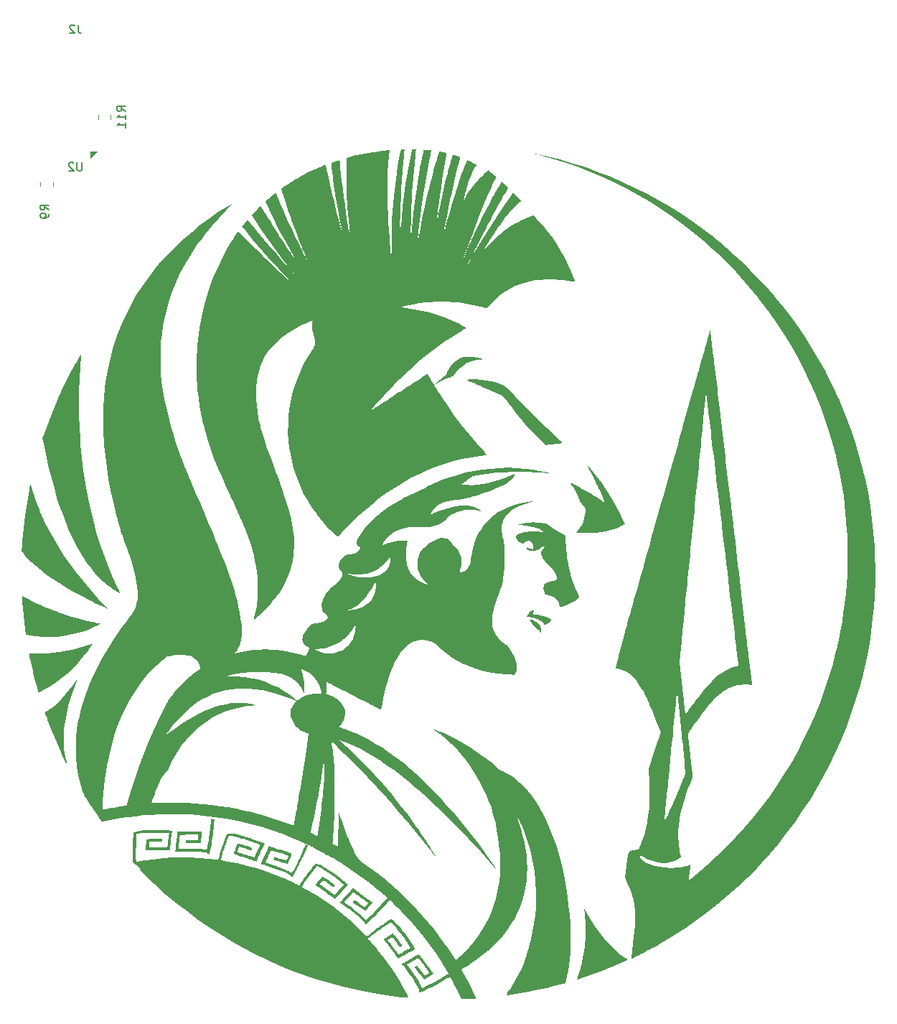
<source format=gbr>
%TF.GenerationSoftware,KiCad,Pcbnew,(6.0.0-0)*%
%TF.CreationDate,2022-01-01T21:21:09+01:00*%
%TF.ProjectId,athena,61746865-6e61-42e6-9b69-6361645f7063,V1.0.6*%
%TF.SameCoordinates,PX15cf7a1dPY4fa0663*%
%TF.FileFunction,Legend,Bot*%
%TF.FilePolarity,Positive*%
%FSLAX46Y46*%
G04 Gerber Fmt 4.6, Leading zero omitted, Abs format (unit mm)*
G04 Created by KiCad (PCBNEW (6.0.0-0)) date 2022-01-01 21:21:09*
%MOMM*%
%LPD*%
G01*
G04 APERTURE LIST*
%ADD10C,0.150000*%
%ADD11C,0.200000*%
%ADD12C,0.100000*%
%ADD13C,0.120000*%
G04 APERTURE END LIST*
D10*
%TO.C,J2*%
X87646582Y-69922380D02*
X87646582Y-70636666D01*
X87694201Y-70779523D01*
X87789439Y-70874761D01*
X87932296Y-70922380D01*
X88027534Y-70922380D01*
X87218010Y-70017619D02*
X87170391Y-69970000D01*
X87075153Y-69922380D01*
X86837058Y-69922380D01*
X86741820Y-69970000D01*
X86694201Y-70017619D01*
X86646582Y-70112857D01*
X86646582Y-70208095D01*
X86694201Y-70350952D01*
X87265629Y-70922380D01*
X86646582Y-70922380D01*
D11*
%TO.C,U2*%
X88080653Y-86146879D02*
X88080653Y-86956403D01*
X88033034Y-87051641D01*
X87985415Y-87099260D01*
X87890177Y-87146879D01*
X87699701Y-87146879D01*
X87604463Y-87099260D01*
X87556844Y-87051641D01*
X87509225Y-86956403D01*
X87509225Y-86146879D01*
X87080653Y-86242118D02*
X87033034Y-86194499D01*
X86937796Y-86146879D01*
X86699701Y-86146879D01*
X86604463Y-86194499D01*
X86556844Y-86242118D01*
X86509225Y-86337356D01*
X86509225Y-86432594D01*
X86556844Y-86575451D01*
X87128272Y-87146879D01*
X86509225Y-87146879D01*
%TO.C,R9*%
X84186627Y-91742668D02*
X83710437Y-91409335D01*
X84186627Y-91171240D02*
X83186627Y-91171240D01*
X83186627Y-91552192D01*
X83234247Y-91647430D01*
X83281866Y-91695049D01*
X83377104Y-91742668D01*
X83519961Y-91742668D01*
X83615199Y-91695049D01*
X83662818Y-91647430D01*
X83710437Y-91552192D01*
X83710437Y-91171240D01*
X84186627Y-92218859D02*
X84186627Y-92409335D01*
X84139008Y-92504573D01*
X84091389Y-92552192D01*
X83948532Y-92647430D01*
X83758056Y-92695049D01*
X83377104Y-92695049D01*
X83281866Y-92647430D01*
X83234247Y-92599811D01*
X83186627Y-92504573D01*
X83186627Y-92314097D01*
X83234247Y-92218859D01*
X83281866Y-92171240D01*
X83377104Y-92123621D01*
X83615199Y-92123621D01*
X83710437Y-92171240D01*
X83758056Y-92218859D01*
X83805675Y-92314097D01*
X83805675Y-92504573D01*
X83758056Y-92599811D01*
X83710437Y-92647430D01*
X83615199Y-92695049D01*
%TO.C,R11*%
X93216631Y-80116016D02*
X92740441Y-79782683D01*
X93216631Y-79544588D02*
X92216631Y-79544588D01*
X92216631Y-79925540D01*
X92264251Y-80020778D01*
X92311870Y-80068397D01*
X92407108Y-80116016D01*
X92549965Y-80116016D01*
X92645203Y-80068397D01*
X92692822Y-80020778D01*
X92740441Y-79925540D01*
X92740441Y-79544588D01*
X93216631Y-81068397D02*
X93216631Y-80496969D01*
X93216631Y-80782683D02*
X92216631Y-80782683D01*
X92359489Y-80687445D01*
X92454727Y-80592207D01*
X92502346Y-80496969D01*
X93216631Y-82020778D02*
X93216631Y-81449350D01*
X93216631Y-81735064D02*
X92216631Y-81735064D01*
X92359489Y-81639826D01*
X92454727Y-81544588D01*
X92502346Y-81449350D01*
D12*
%TO.C,U2*%
X89063247Y-85576853D02*
X89063247Y-84826853D01*
X89063247Y-84826853D02*
X89813247Y-84826853D01*
X89813247Y-84826853D02*
X89063247Y-85576853D01*
G36*
X89063247Y-85576853D02*
G01*
X89063247Y-84826853D01*
X89813247Y-84826853D01*
X89063247Y-85576853D01*
G37*
X89063247Y-85576853D02*
X89063247Y-84826853D01*
X89813247Y-84826853D01*
X89063247Y-85576853D01*
%TO.C,GR1*%
G36*
X160005385Y-158971144D02*
G01*
X159918371Y-159169918D01*
X159556531Y-160059795D01*
X159244422Y-160939759D01*
X158981952Y-161810142D01*
X158769027Y-162671276D01*
X158605553Y-163523494D01*
X158491438Y-164367126D01*
X158480551Y-164494810D01*
X158470052Y-164691624D01*
X158463002Y-164919709D01*
X158459339Y-165168805D01*
X158458997Y-165428649D01*
X158461914Y-165688982D01*
X158468025Y-165939541D01*
X158477267Y-166170067D01*
X158489576Y-166370298D01*
X158504887Y-166529972D01*
X158529082Y-166714558D01*
X158580427Y-167053111D01*
X158638699Y-167380246D01*
X158701472Y-167682803D01*
X158766319Y-167947621D01*
X158766891Y-167949848D01*
X158766563Y-167982472D01*
X158744471Y-168018328D01*
X158693609Y-168065532D01*
X158606970Y-168132199D01*
X158605070Y-168133604D01*
X158331178Y-168310837D01*
X158023410Y-168465745D01*
X157696135Y-168591962D01*
X157363720Y-168683120D01*
X157237591Y-168703540D01*
X157060238Y-168719463D01*
X156858829Y-168727876D01*
X156647293Y-168728751D01*
X156439554Y-168722056D01*
X156249539Y-168707763D01*
X156091175Y-168685841D01*
X156088325Y-168685308D01*
X155687209Y-168592883D01*
X155270548Y-168464845D01*
X154852728Y-168306640D01*
X154448136Y-168123708D01*
X154071156Y-167921495D01*
X154062340Y-167916339D01*
X153984632Y-167871863D01*
X153926712Y-167840390D01*
X153900549Y-167828448D01*
X153897876Y-167829447D01*
X153896683Y-167858354D01*
X153911583Y-167917178D01*
X153938487Y-167992332D01*
X153973308Y-168070232D01*
X154011928Y-168141740D01*
X154090609Y-168255961D01*
X154191174Y-168362915D01*
X154325872Y-168476723D01*
X154445946Y-168564166D01*
X154724993Y-168729502D01*
X155049086Y-168877571D01*
X155416074Y-169007657D01*
X155823806Y-169119047D01*
X156270131Y-169211026D01*
X156752898Y-169282880D01*
X156764079Y-169284223D01*
X156927516Y-169298721D01*
X157127413Y-169309047D01*
X157352866Y-169315273D01*
X157592970Y-169317469D01*
X157836822Y-169315709D01*
X158073516Y-169310063D01*
X158292150Y-169300603D01*
X158481817Y-169287401D01*
X158631614Y-169270529D01*
X158757772Y-169250230D01*
X159014283Y-169200086D01*
X159267120Y-169139904D01*
X159500550Y-169073597D01*
X159698840Y-169005078D01*
X159896085Y-168928282D01*
X159896085Y-169015819D01*
X159895798Y-169024259D01*
X159890209Y-169084532D01*
X159878290Y-169185494D01*
X159861096Y-169319592D01*
X159839680Y-169479275D01*
X159815098Y-169656990D01*
X159788404Y-169845183D01*
X159760653Y-170036303D01*
X159732900Y-170222797D01*
X159706199Y-170397111D01*
X159681605Y-170551695D01*
X159675056Y-170592752D01*
X159661713Y-170683828D01*
X159653941Y-170748630D01*
X159653255Y-170775210D01*
X159663242Y-170771985D01*
X159708430Y-170741982D01*
X159786099Y-170684099D01*
X159892377Y-170601520D01*
X160023394Y-170497429D01*
X160175278Y-170375012D01*
X160344158Y-170237454D01*
X160526163Y-170087939D01*
X160717422Y-169929651D01*
X160914065Y-169765776D01*
X161112219Y-169599499D01*
X161308014Y-169434004D01*
X161497579Y-169272476D01*
X161677042Y-169118100D01*
X161842534Y-168974060D01*
X162972804Y-167951636D01*
X164101101Y-166863978D01*
X165191480Y-165743017D01*
X166243349Y-164589724D01*
X167256119Y-163405067D01*
X168229199Y-162190019D01*
X169161998Y-160945548D01*
X170053927Y-159672624D01*
X170904395Y-158372218D01*
X171712812Y-157045300D01*
X172478587Y-155692839D01*
X173201130Y-154315806D01*
X173879851Y-152915171D01*
X174514159Y-151491903D01*
X175103463Y-150046973D01*
X175647175Y-148581351D01*
X176144703Y-147096007D01*
X176595456Y-145591910D01*
X176998845Y-144070032D01*
X177124577Y-143552091D01*
X177369028Y-142470498D01*
X177586062Y-141398012D01*
X177776864Y-140326593D01*
X177942619Y-139248200D01*
X178084512Y-138154794D01*
X178203726Y-137038336D01*
X178301446Y-135890784D01*
X178378858Y-134704100D01*
X178384513Y-134584433D01*
X178391195Y-134385867D01*
X178396938Y-134147548D01*
X178401741Y-133875520D01*
X178405605Y-133575824D01*
X178408530Y-133254504D01*
X178410516Y-132917604D01*
X178411562Y-132571166D01*
X178411670Y-132221233D01*
X178410840Y-131873848D01*
X178409070Y-131535055D01*
X178406363Y-131210897D01*
X178402717Y-130907417D01*
X178398133Y-130630657D01*
X178392611Y-130386661D01*
X178386151Y-130181472D01*
X178378753Y-130021134D01*
X178349684Y-129546214D01*
X178273003Y-128492485D01*
X178181177Y-127476186D01*
X178073107Y-126489229D01*
X177947694Y-125523523D01*
X177803840Y-124570978D01*
X177640447Y-123623505D01*
X177456416Y-122673014D01*
X177250650Y-121711414D01*
X177033179Y-120782676D01*
X176636976Y-119269535D01*
X176192378Y-117770946D01*
X175699960Y-116288136D01*
X175160298Y-114822332D01*
X174573970Y-113374761D01*
X173941550Y-111946649D01*
X173263616Y-110539224D01*
X172540744Y-109153712D01*
X171773510Y-107791340D01*
X170962490Y-106453334D01*
X170108261Y-105140923D01*
X169211398Y-103855331D01*
X168272478Y-102597787D01*
X167824641Y-102026684D01*
X166834524Y-100823827D01*
X165807668Y-99655152D01*
X164745215Y-98521418D01*
X163648307Y-97423386D01*
X162518085Y-96361817D01*
X161355691Y-95337471D01*
X160162267Y-94351108D01*
X158938955Y-93403488D01*
X157686896Y-92495371D01*
X156407231Y-91627519D01*
X155101103Y-90800690D01*
X153769653Y-90015647D01*
X152414024Y-89273148D01*
X151035355Y-88573954D01*
X149634791Y-87918825D01*
X148213471Y-87308522D01*
X146772537Y-86743805D01*
X145313132Y-86225434D01*
X143836397Y-85754170D01*
X142343474Y-85330772D01*
X142313855Y-85322893D01*
X142142748Y-85277367D01*
X141977112Y-85233287D01*
X141827879Y-85193563D01*
X141705977Y-85161105D01*
X141622337Y-85138821D01*
X141575516Y-85126116D01*
X141512327Y-85107398D01*
X141495926Y-85099389D01*
X141524371Y-85101736D01*
X141595720Y-85114087D01*
X141708033Y-85136091D01*
X141859367Y-85167394D01*
X142047782Y-85207645D01*
X142271335Y-85256493D01*
X143041147Y-85432879D01*
X144558094Y-85819490D01*
X146064163Y-86255149D01*
X147557773Y-86739102D01*
X149037343Y-87270591D01*
X150501292Y-87848861D01*
X151948037Y-88473154D01*
X153375999Y-89142715D01*
X154783595Y-89856787D01*
X156169245Y-90614614D01*
X157531367Y-91415440D01*
X158868380Y-92258508D01*
X160178702Y-93143062D01*
X161460753Y-94068346D01*
X162712951Y-95033604D01*
X162966681Y-95236838D01*
X163557195Y-95719662D01*
X164125842Y-96199506D01*
X164681019Y-96683896D01*
X165231122Y-97180355D01*
X165784546Y-97696408D01*
X166349687Y-98239581D01*
X166934943Y-98817397D01*
X167250961Y-99134973D01*
X167676272Y-99569182D01*
X168075715Y-99986007D01*
X168457295Y-100394159D01*
X168829017Y-100802347D01*
X169198885Y-101219280D01*
X169574905Y-101653668D01*
X169965081Y-102114220D01*
X169966794Y-102116262D01*
X170882730Y-103242931D01*
X171774967Y-104410916D01*
X172639798Y-105614728D01*
X173473513Y-106848876D01*
X174272404Y-108107872D01*
X175032763Y-109386226D01*
X175750881Y-110678448D01*
X175755226Y-110686552D01*
X175988964Y-111130608D01*
X176234401Y-111611536D01*
X176486316Y-112118444D01*
X176739489Y-112640442D01*
X176988699Y-113166639D01*
X177228723Y-113686144D01*
X177454342Y-114188066D01*
X177660335Y-114661515D01*
X178176811Y-115918340D01*
X178740004Y-117411883D01*
X179255379Y-118921463D01*
X179722606Y-120445686D01*
X180141357Y-121983159D01*
X180511301Y-123532489D01*
X180832111Y-125092282D01*
X181103456Y-126661143D01*
X181325007Y-128237681D01*
X181496435Y-129820500D01*
X181617410Y-131408208D01*
X181670166Y-132480282D01*
X181705751Y-134034034D01*
X181693843Y-135596466D01*
X181634508Y-137162071D01*
X181527815Y-138725342D01*
X181496351Y-139086041D01*
X181327762Y-140660731D01*
X181109349Y-142227165D01*
X180841620Y-143784148D01*
X180525082Y-145330486D01*
X180160242Y-146864987D01*
X179747606Y-148386456D01*
X179287683Y-149893699D01*
X178780980Y-151385524D01*
X178228004Y-152860737D01*
X177629261Y-154318143D01*
X176985260Y-155756550D01*
X176296507Y-157174764D01*
X175563509Y-158571591D01*
X174786775Y-159945838D01*
X173966810Y-161296311D01*
X173104123Y-162621817D01*
X172199220Y-163921161D01*
X171252609Y-165193151D01*
X170264797Y-166436592D01*
X169236290Y-167650292D01*
X168768753Y-168176952D01*
X167703834Y-169322746D01*
X166601657Y-170436899D01*
X165464383Y-171517630D01*
X164294168Y-172563156D01*
X163093171Y-173571695D01*
X161863550Y-174541467D01*
X160607464Y-175470690D01*
X159327071Y-176357581D01*
X158024529Y-177200360D01*
X156701996Y-177997244D01*
X156686932Y-178006001D01*
X156553258Y-178084619D01*
X156434898Y-178155791D01*
X156339070Y-178215059D01*
X156272991Y-178257968D01*
X156243880Y-178280063D01*
X156232975Y-178290696D01*
X156176511Y-178331363D01*
X156080519Y-178391732D01*
X155949171Y-178469525D01*
X155786638Y-178562469D01*
X155597091Y-178668287D01*
X155384700Y-178784704D01*
X155153637Y-178909445D01*
X154908073Y-179040233D01*
X154652178Y-179174793D01*
X154390124Y-179310849D01*
X154126081Y-179446127D01*
X153864221Y-179578350D01*
X153823310Y-179598836D01*
X153630176Y-179695300D01*
X153452335Y-179783732D01*
X153294818Y-179861657D01*
X153162654Y-179926603D01*
X153060873Y-179976095D01*
X152994504Y-180007660D01*
X152968579Y-180018824D01*
X152958287Y-180017474D01*
X152943084Y-180001294D01*
X152935809Y-179961526D01*
X152936316Y-179891473D01*
X152944456Y-179784441D01*
X152960082Y-179633734D01*
X152984112Y-179416309D01*
X153039589Y-178913853D01*
X153089792Y-178458107D01*
X153134983Y-178046309D01*
X153175423Y-177675699D01*
X153211372Y-177343516D01*
X153243091Y-177046999D01*
X153270842Y-176783388D01*
X153294886Y-176549922D01*
X153315483Y-176343839D01*
X153332894Y-176162379D01*
X153347381Y-176002782D01*
X153359205Y-175862286D01*
X153368627Y-175738131D01*
X153375907Y-175627556D01*
X153381307Y-175527800D01*
X153385088Y-175436103D01*
X153387510Y-175349703D01*
X153388835Y-175265840D01*
X153389324Y-175181753D01*
X153389238Y-175094681D01*
X153386628Y-174887667D01*
X153355075Y-174284310D01*
X153286646Y-173700924D01*
X153179683Y-173130851D01*
X153032530Y-172567432D01*
X152843530Y-172004008D01*
X152611028Y-171433920D01*
X152333365Y-170850510D01*
X152142600Y-170474877D01*
X152314466Y-169134519D01*
X152347541Y-168879774D01*
X152383998Y-168606823D01*
X152417909Y-168361390D01*
X152448707Y-168147316D01*
X152475823Y-167968438D01*
X152498690Y-167828596D01*
X152516740Y-167731628D01*
X152529405Y-167681374D01*
X152574815Y-167584930D01*
X152683942Y-167443652D01*
X152832336Y-167333914D01*
X153020277Y-167255576D01*
X153248044Y-167208502D01*
X153515915Y-167192552D01*
X153765706Y-167192176D01*
X153868965Y-166969480D01*
X153978733Y-166723914D01*
X154226335Y-166093748D01*
X154443388Y-165424028D01*
X154629679Y-164715740D01*
X154767646Y-164053157D01*
X156774033Y-164053157D01*
X156784576Y-164032686D01*
X156814240Y-163968294D01*
X156861772Y-163862716D01*
X156925945Y-163718740D01*
X157005532Y-163539155D01*
X157099305Y-163326748D01*
X157206036Y-163084308D01*
X157324498Y-162814623D01*
X157453465Y-162520482D01*
X157591707Y-162204671D01*
X157737999Y-161869980D01*
X157891112Y-161519197D01*
X158049819Y-161155109D01*
X159316304Y-158247761D01*
X159071084Y-155714608D01*
X159032887Y-155321035D01*
X158987129Y-154852016D01*
X158940783Y-154379461D01*
X158894124Y-153906079D01*
X158847431Y-153434580D01*
X158800980Y-152967674D01*
X158755048Y-152508070D01*
X158709912Y-152058480D01*
X158665849Y-151621611D01*
X158623135Y-151200176D01*
X158582049Y-150796882D01*
X158542867Y-150414440D01*
X158505865Y-150055561D01*
X158471322Y-149722953D01*
X158439513Y-149419327D01*
X158410715Y-149147392D01*
X158385206Y-148909859D01*
X158363263Y-148709437D01*
X158345162Y-148548836D01*
X158331181Y-148430766D01*
X158321596Y-148357936D01*
X158316684Y-148333058D01*
X158315250Y-148334448D01*
X158307085Y-148368878D01*
X158296456Y-148442538D01*
X158284578Y-148546113D01*
X158272668Y-148670282D01*
X158254026Y-148881708D01*
X158204964Y-149428948D01*
X158150368Y-150025991D01*
X158090292Y-150672277D01*
X158024791Y-151367248D01*
X157953918Y-152110346D01*
X157877727Y-152901012D01*
X157796272Y-153738687D01*
X157709608Y-154622814D01*
X157617788Y-155552832D01*
X157520866Y-156528184D01*
X157418896Y-157548311D01*
X157311932Y-158612655D01*
X157311232Y-158619612D01*
X157258829Y-159140213D01*
X157207879Y-159647291D01*
X157158612Y-160138528D01*
X157111258Y-160611602D01*
X157066045Y-161064194D01*
X157023203Y-161493983D01*
X156982962Y-161898649D01*
X156945550Y-162275873D01*
X156911198Y-162623334D01*
X156880134Y-162938712D01*
X156852587Y-163219688D01*
X156828789Y-163463940D01*
X156808967Y-163669150D01*
X156793351Y-163832996D01*
X156782170Y-163953159D01*
X156775654Y-164027320D01*
X156774033Y-164053157D01*
X154767646Y-164053157D01*
X154784989Y-163969869D01*
X154909104Y-163187402D01*
X155001808Y-162369325D01*
X155062885Y-161516625D01*
X155066509Y-161441820D01*
X155077663Y-161098432D01*
X155082375Y-160717499D01*
X155080940Y-160309445D01*
X155073653Y-159884697D01*
X155060809Y-159453680D01*
X155042703Y-159026819D01*
X155019631Y-158614541D01*
X154991889Y-158227270D01*
X154959770Y-157875433D01*
X154936436Y-157649900D01*
X155660956Y-155493996D01*
X156385475Y-153338093D01*
X155734306Y-151710203D01*
X155728394Y-151695424D01*
X155583265Y-151332942D01*
X155454981Y-151013385D01*
X155341732Y-150732511D01*
X155241708Y-150486074D01*
X155153097Y-150269830D01*
X155074089Y-150079536D01*
X155002874Y-149910947D01*
X154937640Y-149759818D01*
X154876578Y-149621907D01*
X154817877Y-149492968D01*
X154759726Y-149368758D01*
X154700314Y-149245032D01*
X154637832Y-149117546D01*
X154570468Y-148982056D01*
X154336422Y-148531715D01*
X154068497Y-148061414D01*
X153800205Y-147639769D01*
X153530377Y-147265596D01*
X153257843Y-146937712D01*
X152981433Y-146654934D01*
X152699977Y-146416079D01*
X152412308Y-146219964D01*
X152117254Y-146065405D01*
X151813647Y-145951220D01*
X151500316Y-145876225D01*
X151481461Y-145873005D01*
X151362207Y-145855687D01*
X151248044Y-145843485D01*
X151161376Y-145838869D01*
X151135218Y-145838706D01*
X151073168Y-145834407D01*
X151047937Y-145821044D01*
X151048681Y-145794330D01*
X151054094Y-145773916D01*
X151071454Y-145706881D01*
X151099553Y-145597713D01*
X151137353Y-145450458D01*
X151183819Y-145269162D01*
X151210636Y-145164420D01*
X158599146Y-145164420D01*
X158930009Y-148104000D01*
X158951360Y-148293500D01*
X158993921Y-148670106D01*
X159034969Y-149031827D01*
X159074128Y-149375418D01*
X159111021Y-149697631D01*
X159145273Y-149995223D01*
X159176506Y-150264947D01*
X159204343Y-150503559D01*
X159228410Y-150707811D01*
X159248328Y-150874458D01*
X159263722Y-151000256D01*
X159274215Y-151081958D01*
X159279431Y-151116319D01*
X159281017Y-151121641D01*
X159287278Y-151131401D01*
X159298164Y-151132451D01*
X159315837Y-151122124D01*
X159342459Y-151097756D01*
X159380192Y-151056680D01*
X159431197Y-150996230D01*
X159497638Y-150913741D01*
X159581675Y-150806545D01*
X159685470Y-150671979D01*
X159811186Y-150507375D01*
X159960984Y-150310067D01*
X160137027Y-150077390D01*
X160341475Y-149806678D01*
X160361239Y-149780495D01*
X160578998Y-149492067D01*
X160769073Y-149240520D01*
X160934202Y-149022392D01*
X161077120Y-148834220D01*
X161200565Y-148672539D01*
X161307274Y-148533887D01*
X161399983Y-148414801D01*
X161481430Y-148311817D01*
X161554352Y-148221472D01*
X161621486Y-148140302D01*
X161685568Y-148064845D01*
X161749335Y-147991637D01*
X161815525Y-147917215D01*
X161886874Y-147838115D01*
X161966119Y-147750874D01*
X162367717Y-147332886D01*
X162784446Y-146946255D01*
X163207005Y-146600150D01*
X163632965Y-146296175D01*
X164059899Y-146035933D01*
X164485382Y-145821028D01*
X164906985Y-145653063D01*
X165322282Y-145533641D01*
X165367592Y-145523181D01*
X165464153Y-145499676D01*
X165522762Y-145481131D01*
X165552054Y-145462990D01*
X165560661Y-145440701D01*
X165557218Y-145409708D01*
X165556167Y-145403740D01*
X165544005Y-145326420D01*
X165526997Y-145206709D01*
X165505107Y-145044293D01*
X165478296Y-144838858D01*
X165446527Y-144590088D01*
X165409763Y-144297670D01*
X165367966Y-143961288D01*
X165321098Y-143580629D01*
X165269121Y-143155377D01*
X165211998Y-142685219D01*
X165149692Y-142169840D01*
X165082164Y-141608925D01*
X165009378Y-141002160D01*
X164931295Y-140349230D01*
X164847878Y-139649821D01*
X164759089Y-138903619D01*
X164664891Y-138110308D01*
X164565246Y-137269574D01*
X164460116Y-136381104D01*
X164349464Y-135444582D01*
X164233253Y-134459693D01*
X164111443Y-133426124D01*
X163983999Y-132343560D01*
X163850882Y-131211687D01*
X163712055Y-130030189D01*
X163567480Y-128798752D01*
X163417120Y-127517063D01*
X163396504Y-127341283D01*
X163273774Y-126295275D01*
X163155124Y-125284856D01*
X163040629Y-124310650D01*
X162930363Y-123373280D01*
X162824401Y-122473371D01*
X162722817Y-121611546D01*
X162625685Y-120788430D01*
X162533079Y-120004646D01*
X162445075Y-119260818D01*
X162361746Y-118557571D01*
X162283166Y-117895527D01*
X162209410Y-117275311D01*
X162140553Y-116697547D01*
X162076668Y-116162859D01*
X162017831Y-115671871D01*
X161964114Y-115225206D01*
X161915594Y-114823489D01*
X161872343Y-114467343D01*
X161834437Y-114157393D01*
X161801949Y-113894262D01*
X161774955Y-113678574D01*
X161753528Y-113510954D01*
X161737742Y-113392024D01*
X161727673Y-113322410D01*
X161723394Y-113302734D01*
X161722722Y-113306890D01*
X161717360Y-113352934D01*
X161707273Y-113447385D01*
X161692630Y-113588518D01*
X161673601Y-113774609D01*
X161650357Y-114003934D01*
X161623065Y-114274766D01*
X161591897Y-114585383D01*
X161557021Y-114934058D01*
X161518607Y-115319069D01*
X161476825Y-115738689D01*
X161431845Y-116191194D01*
X161383836Y-116674860D01*
X161332967Y-117187962D01*
X161279409Y-117728775D01*
X161223331Y-118295574D01*
X161164903Y-118886636D01*
X161104293Y-119500234D01*
X161041673Y-120134646D01*
X160977210Y-120788145D01*
X160911076Y-121459008D01*
X160843440Y-122145509D01*
X160774471Y-122845925D01*
X160704338Y-123558529D01*
X160633213Y-124281599D01*
X160561263Y-125013408D01*
X160488659Y-125752233D01*
X160415571Y-126496349D01*
X160342167Y-127244031D01*
X160268618Y-127993554D01*
X160195094Y-128743193D01*
X160121763Y-129491225D01*
X160048796Y-130235925D01*
X159976361Y-130975567D01*
X159904630Y-131708428D01*
X159833771Y-132432782D01*
X159763953Y-133146904D01*
X159695348Y-133849071D01*
X159628123Y-134537558D01*
X159562449Y-135210639D01*
X159498496Y-135866591D01*
X159436433Y-136503688D01*
X159376429Y-137120206D01*
X159318655Y-137714420D01*
X159263280Y-138284606D01*
X159210473Y-138829039D01*
X159160404Y-139345994D01*
X159113243Y-139833747D01*
X159069159Y-140290573D01*
X159046171Y-140529056D01*
X159007697Y-140928175D01*
X158969158Y-141327939D01*
X158931051Y-141723218D01*
X158893868Y-142108879D01*
X158858106Y-142479792D01*
X158824259Y-142830826D01*
X158792821Y-143156849D01*
X158764288Y-143452730D01*
X158739154Y-143713337D01*
X158717914Y-143933541D01*
X158701063Y-144108208D01*
X158599146Y-145164420D01*
X151210636Y-145164420D01*
X151237915Y-145057871D01*
X151298603Y-144820631D01*
X151364848Y-144561488D01*
X151435614Y-144284489D01*
X151509865Y-143993679D01*
X151513421Y-143979746D01*
X151558427Y-143803204D01*
X151599940Y-143640072D01*
X151638456Y-143488567D01*
X151674468Y-143346907D01*
X151708470Y-143213309D01*
X151740957Y-143085989D01*
X151772424Y-142963165D01*
X151803364Y-142843053D01*
X151834271Y-142723871D01*
X151865641Y-142603836D01*
X151897968Y-142481165D01*
X151931744Y-142354075D01*
X151967466Y-142220783D01*
X152005628Y-142079505D01*
X152046723Y-141928460D01*
X152091245Y-141765863D01*
X152139690Y-141589933D01*
X152192552Y-141398886D01*
X152250324Y-141190939D01*
X152313502Y-140964309D01*
X152382579Y-140717213D01*
X152458050Y-140447869D01*
X152540409Y-140154493D01*
X152630150Y-139835302D01*
X152727768Y-139488514D01*
X152833757Y-139112345D01*
X152948612Y-138705013D01*
X153072826Y-138264734D01*
X153206893Y-137789726D01*
X153351310Y-137278205D01*
X153506568Y-136728389D01*
X153673164Y-136138495D01*
X153851590Y-135506740D01*
X154042342Y-134831340D01*
X154245914Y-134110513D01*
X154462800Y-133342476D01*
X154639555Y-132716459D01*
X154859663Y-131936752D01*
X155090429Y-131119151D01*
X155330410Y-130268763D01*
X155578167Y-129390701D01*
X155832258Y-128490075D01*
X156091241Y-127571996D01*
X156353676Y-126641573D01*
X156618122Y-125703918D01*
X156883137Y-124764141D01*
X157147280Y-123827352D01*
X157409110Y-122898663D01*
X157667186Y-121983183D01*
X157920067Y-121086024D01*
X158166311Y-120212295D01*
X158404478Y-119367108D01*
X158633126Y-118555572D01*
X158850814Y-117782799D01*
X159056101Y-117053899D01*
X159226453Y-116449044D01*
X159400894Y-115829833D01*
X159571857Y-115223121D01*
X159738801Y-114630829D01*
X159901183Y-114054879D01*
X160058461Y-113497191D01*
X160210090Y-112959686D01*
X160355530Y-112444286D01*
X160494236Y-111952911D01*
X160625667Y-111487483D01*
X160749279Y-111049922D01*
X160864530Y-110642149D01*
X160970878Y-110266087D01*
X161067779Y-109923654D01*
X161154691Y-109616774D01*
X161231071Y-109347366D01*
X161296377Y-109117351D01*
X161350065Y-108928651D01*
X161391593Y-108783187D01*
X161420419Y-108682880D01*
X161435999Y-108629651D01*
X161454441Y-108567792D01*
X161492739Y-108436759D01*
X161541319Y-108268404D01*
X161598156Y-108069828D01*
X161661228Y-107848130D01*
X161728509Y-107610413D01*
X161797977Y-107363777D01*
X161867607Y-107115322D01*
X161927300Y-106902076D01*
X161989215Y-106681606D01*
X162046021Y-106480060D01*
X162096295Y-106302458D01*
X162138611Y-106153818D01*
X162171545Y-106039159D01*
X162193672Y-105963498D01*
X162203568Y-105931855D01*
X162205203Y-105929663D01*
X162207805Y-105932073D01*
X162211132Y-105942031D01*
X162215394Y-105961258D01*
X162220797Y-105991474D01*
X162227553Y-106034399D01*
X162235868Y-106091753D01*
X162245952Y-106165257D01*
X162258013Y-106256631D01*
X162272261Y-106367595D01*
X162288904Y-106499869D01*
X162308150Y-106655173D01*
X162330208Y-106835228D01*
X162355288Y-107041754D01*
X162383597Y-107276471D01*
X162415345Y-107541099D01*
X162450739Y-107837358D01*
X162489990Y-108166970D01*
X162533305Y-108531653D01*
X162580894Y-108933128D01*
X162632964Y-109373115D01*
X162689725Y-109853335D01*
X162751386Y-110375507D01*
X162818154Y-110941353D01*
X162890240Y-111552591D01*
X162967851Y-112210943D01*
X163051196Y-112918128D01*
X163102972Y-113357417D01*
X163174044Y-113960225D01*
X163249471Y-114599763D01*
X163328395Y-115268758D01*
X163409955Y-115959936D01*
X163493293Y-116666025D01*
X163577551Y-117379749D01*
X163661870Y-118093836D01*
X163745390Y-118801012D01*
X163827254Y-119494003D01*
X163906602Y-120165536D01*
X163982575Y-120808337D01*
X164054316Y-121415133D01*
X164120964Y-121978649D01*
X164220683Y-122821754D01*
X164371303Y-124095871D01*
X164516209Y-125322467D01*
X164655615Y-126503380D01*
X164789738Y-127640448D01*
X164918792Y-128735510D01*
X165042994Y-129790404D01*
X165162559Y-130806968D01*
X165277703Y-131787040D01*
X165388642Y-132732460D01*
X165495591Y-133645064D01*
X165598766Y-134526692D01*
X165698382Y-135379182D01*
X165794656Y-136204372D01*
X165887803Y-137004100D01*
X165978038Y-137780204D01*
X166065577Y-138534524D01*
X166150636Y-139268897D01*
X166233431Y-139985162D01*
X166248316Y-140113669D01*
X166286702Y-140442240D01*
X166330234Y-140811530D01*
X166378091Y-141214717D01*
X166429453Y-141644981D01*
X166483497Y-142095500D01*
X166539403Y-142559453D01*
X166596350Y-143030019D01*
X166653516Y-143500376D01*
X166710080Y-143963704D01*
X166765221Y-144413182D01*
X166818119Y-144841988D01*
X166837340Y-144997347D01*
X166883365Y-145369572D01*
X166892152Y-145440701D01*
X166927447Y-145726391D01*
X166969192Y-146064612D01*
X167008210Y-146381043D01*
X167044106Y-146672491D01*
X167076490Y-146935767D01*
X167104968Y-147167677D01*
X167129149Y-147365031D01*
X167148639Y-147524636D01*
X167163046Y-147643301D01*
X167171978Y-147717833D01*
X167175043Y-147745042D01*
X167164890Y-147748873D01*
X167114578Y-147748610D01*
X167031678Y-147741534D01*
X166926896Y-147728363D01*
X166912598Y-147726398D01*
X166740468Y-147710562D01*
X166534620Y-147702734D01*
X166309106Y-147702511D01*
X166077979Y-147709489D01*
X165855290Y-147723265D01*
X165655091Y-147743434D01*
X165491434Y-147769594D01*
X165113718Y-147865156D01*
X164689946Y-148016118D01*
X164271634Y-148212855D01*
X163857089Y-148456374D01*
X163444616Y-148747682D01*
X163032521Y-149087788D01*
X162619109Y-149477699D01*
X162587289Y-149509620D01*
X162481111Y-149617327D01*
X162381660Y-149720692D01*
X162286147Y-149823240D01*
X162191783Y-149928494D01*
X162095779Y-150039977D01*
X161995347Y-150161211D01*
X161887697Y-150295722D01*
X161770040Y-150447030D01*
X161639588Y-150618661D01*
X161493552Y-150814137D01*
X161329143Y-151036982D01*
X161143572Y-151290718D01*
X160934050Y-151578869D01*
X160697788Y-151904958D01*
X160491587Y-152190107D01*
X160306801Y-152446217D01*
X160148270Y-152666758D01*
X160014076Y-152854536D01*
X159902302Y-153012359D01*
X159811028Y-153143031D01*
X159738340Y-153249359D01*
X159682317Y-153334150D01*
X159641043Y-153400209D01*
X159612601Y-153450342D01*
X159595072Y-153487357D01*
X159586538Y-153514059D01*
X159585083Y-153533253D01*
X159586490Y-153547289D01*
X159593150Y-153610019D01*
X159604784Y-153717845D01*
X159621004Y-153867226D01*
X159641424Y-154054622D01*
X159665655Y-154276491D01*
X159693311Y-154529292D01*
X159724005Y-154809486D01*
X159757349Y-155113532D01*
X159792957Y-155437888D01*
X159830440Y-155779013D01*
X159869413Y-156133368D01*
X160102060Y-158247761D01*
X160146606Y-158652617D01*
X160005385Y-158971144D01*
G37*
G36*
X141663173Y-128590319D02*
G01*
X141994199Y-128606195D01*
X142308905Y-128634010D01*
X142593935Y-128673592D01*
X142814731Y-128711319D01*
X143981009Y-129442664D01*
X145147287Y-130174010D01*
X145176298Y-130873824D01*
X145190333Y-131183655D01*
X145211090Y-131551439D01*
X145235630Y-131886831D01*
X145265086Y-132200298D01*
X145300593Y-132502308D01*
X145343283Y-132803330D01*
X145394293Y-133113832D01*
X145454754Y-133444280D01*
X145489012Y-133617874D01*
X145652363Y-134329027D01*
X145852930Y-135048405D01*
X146086280Y-135762195D01*
X146347982Y-136456585D01*
X146633602Y-137117764D01*
X146737653Y-137342650D01*
X146606031Y-137493979D01*
X146490855Y-137617569D01*
X146226131Y-137851584D01*
X145926017Y-138059822D01*
X145598458Y-138237695D01*
X145251396Y-138380611D01*
X144892778Y-138483980D01*
X144880578Y-138486704D01*
X144764889Y-138509039D01*
X144653251Y-138525366D01*
X144568279Y-138532315D01*
X144519267Y-138532638D01*
X144470360Y-138526855D01*
X144450783Y-138506641D01*
X144447085Y-138464470D01*
X144444400Y-138429190D01*
X144430877Y-138346977D01*
X144409838Y-138255655D01*
X144366776Y-138121060D01*
X144252303Y-137884127D01*
X144098785Y-137672561D01*
X143911499Y-137490357D01*
X143695723Y-137341512D01*
X143456733Y-137230024D01*
X143199808Y-137159889D01*
X142930225Y-137135103D01*
X142774685Y-137134661D01*
X142694350Y-136943279D01*
X142640310Y-136804509D01*
X142569824Y-136561336D01*
X142542089Y-136344589D01*
X142557633Y-136153411D01*
X142616988Y-135986943D01*
X142720685Y-135844327D01*
X142869252Y-135724707D01*
X143063220Y-135627223D01*
X143303120Y-135551020D01*
X143589482Y-135495238D01*
X143649856Y-135485317D01*
X143763846Y-135461518D01*
X143859324Y-135435283D01*
X143920257Y-135410708D01*
X144024423Y-135323635D01*
X144092297Y-135210374D01*
X144116526Y-135083054D01*
X144106109Y-134981659D01*
X144057160Y-134816597D01*
X143970310Y-134629087D01*
X143847988Y-134422779D01*
X143692621Y-134201325D01*
X143506636Y-133968378D01*
X143292462Y-133727587D01*
X143052525Y-133482604D01*
X142867857Y-133296935D01*
X142701260Y-133114919D01*
X142568594Y-132950791D01*
X142465473Y-132799092D01*
X142387515Y-132654361D01*
X142319254Y-132482733D01*
X142273528Y-132274682D01*
X142276193Y-132080732D01*
X142327586Y-131898963D01*
X142428041Y-131727457D01*
X142577893Y-131564293D01*
X142614402Y-131530294D01*
X142670927Y-131471788D01*
X142691832Y-131436957D01*
X142680610Y-131420925D01*
X142662191Y-131415102D01*
X142599888Y-131395395D01*
X142574159Y-131394792D01*
X142505633Y-131415272D01*
X142414768Y-131457170D01*
X142312589Y-131514151D01*
X142210124Y-131579880D01*
X142118397Y-131648023D01*
X142048434Y-131712243D01*
X142002662Y-131760280D01*
X141951414Y-131804354D01*
X141895423Y-131835001D01*
X141819622Y-131859977D01*
X141708947Y-131887039D01*
X141611314Y-131908385D01*
X141376273Y-131947436D01*
X141177580Y-131959426D01*
X141010117Y-131944052D01*
X140868763Y-131901009D01*
X140748398Y-131829994D01*
X140726060Y-131811698D01*
X140655747Y-131740016D01*
X140592389Y-131657501D01*
X140546443Y-131578930D01*
X140528367Y-131519079D01*
X140529487Y-131516267D01*
X140558760Y-131517857D01*
X140619859Y-131539240D01*
X140702219Y-131576902D01*
X140798471Y-131618877D01*
X140913086Y-131659311D01*
X141031365Y-131693868D01*
X141140609Y-131719213D01*
X141228117Y-131732012D01*
X141281190Y-131728930D01*
X141287640Y-131724977D01*
X141315763Y-131684646D01*
X141340651Y-131619585D01*
X141360857Y-131519402D01*
X141361507Y-131349228D01*
X141322683Y-131189533D01*
X141249322Y-131046894D01*
X141146361Y-130927887D01*
X141018736Y-130839089D01*
X140871384Y-130787078D01*
X140709242Y-130778428D01*
X140605772Y-130796063D01*
X140446735Y-130850687D01*
X140300452Y-130931094D01*
X140185690Y-131028325D01*
X140100700Y-131122399D01*
X139888428Y-131008980D01*
X139748262Y-130928686D01*
X139562254Y-130797450D01*
X139426560Y-130664143D01*
X139340825Y-130528125D01*
X139304693Y-130388758D01*
X139317808Y-130245405D01*
X139379812Y-130097426D01*
X139452842Y-129970111D01*
X139704072Y-129900592D01*
X139841680Y-129864125D01*
X140256620Y-129771018D01*
X140680654Y-129699103D01*
X140781935Y-129687744D01*
X140955155Y-129676055D01*
X141158211Y-129668702D01*
X141379590Y-129665605D01*
X141607777Y-129666681D01*
X141831258Y-129671848D01*
X142038519Y-129681023D01*
X142218046Y-129694125D01*
X142358324Y-129711072D01*
X142443410Y-129724211D01*
X142538742Y-129737274D01*
X142605569Y-129744390D01*
X142633055Y-129744250D01*
X142631322Y-129737858D01*
X142600653Y-129707313D01*
X142541265Y-129658890D01*
X142462444Y-129599341D01*
X142373480Y-129535416D01*
X142283661Y-129473867D01*
X142202276Y-129421444D01*
X142138613Y-129384898D01*
X142032464Y-129338279D01*
X141874583Y-129284381D01*
X141673328Y-129228143D01*
X141426252Y-129168889D01*
X141130909Y-129105942D01*
X141069706Y-129093875D01*
X140931108Y-129068188D01*
X140768324Y-129039594D01*
X140589610Y-129009395D01*
X140403226Y-128978894D01*
X140217428Y-128949391D01*
X140040475Y-128922189D01*
X139880625Y-128898590D01*
X139746134Y-128879895D01*
X139645262Y-128867407D01*
X139586265Y-128862427D01*
X139575056Y-128861804D01*
X139562638Y-128853945D01*
X139592417Y-128838516D01*
X139658227Y-128817036D01*
X139753899Y-128791024D01*
X139873266Y-128761999D01*
X140010159Y-128731481D01*
X140158411Y-128700987D01*
X140311855Y-128672039D01*
X140464321Y-128646154D01*
X140705710Y-128616039D01*
X141005574Y-128595068D01*
X141329180Y-128586552D01*
X141663173Y-128590319D01*
G37*
G36*
X141425101Y-138949292D02*
G01*
X141420603Y-138972073D01*
X141389838Y-139017239D01*
X141372017Y-139046491D01*
X141339264Y-139137833D01*
X141321427Y-139244326D01*
X141320987Y-139345677D01*
X141340424Y-139421592D01*
X141342863Y-139425999D01*
X141371195Y-139457344D01*
X141419207Y-139472388D01*
X141502341Y-139476353D01*
X141803468Y-139491832D01*
X142157675Y-139542384D01*
X142517531Y-139624733D01*
X142868343Y-139735453D01*
X143195420Y-139871119D01*
X143301248Y-139922062D01*
X143375172Y-139964724D01*
X143411530Y-140004411D01*
X143414583Y-140051133D01*
X143388590Y-140114900D01*
X143337810Y-140205720D01*
X143248411Y-140325793D01*
X143098959Y-140456701D01*
X142899328Y-140580240D01*
X142884316Y-140588220D01*
X142803301Y-140630274D01*
X142742691Y-140660072D01*
X142714650Y-140671598D01*
X142699585Y-140658788D01*
X142663925Y-140613240D01*
X142617962Y-140545964D01*
X142519259Y-140417177D01*
X142342572Y-140254299D01*
X142121810Y-140111020D01*
X141859027Y-139988256D01*
X141556274Y-139886923D01*
X141215604Y-139807937D01*
X140839071Y-139752214D01*
X140735975Y-139739314D01*
X140641279Y-139724283D01*
X140577053Y-139710305D01*
X140553399Y-139699254D01*
X140554088Y-139691373D01*
X140574561Y-139633433D01*
X140617648Y-139551578D01*
X140675457Y-139458670D01*
X140740100Y-139367575D01*
X140803687Y-139291155D01*
X140934615Y-139166939D01*
X141085531Y-139065486D01*
X141260945Y-138989946D01*
X141332149Y-138965985D01*
X141397545Y-138947671D01*
X141425101Y-138949292D01*
G37*
G36*
X96737518Y-164850215D02*
G01*
X97062947Y-164853732D01*
X97389560Y-164860432D01*
X97708345Y-164870196D01*
X98010289Y-164882906D01*
X98286378Y-164898441D01*
X98527598Y-164916683D01*
X98712117Y-164933026D01*
X98712117Y-165038898D01*
X98711780Y-165053335D01*
X98706202Y-165129723D01*
X98694822Y-165240161D01*
X98679012Y-165372130D01*
X98660145Y-165513112D01*
X98641168Y-165652589D01*
X98612978Y-165874566D01*
X98584204Y-166115819D01*
X98556402Y-166362416D01*
X98531132Y-166600422D01*
X98509952Y-166815905D01*
X98494420Y-166994931D01*
X98477038Y-167217627D01*
X95607107Y-167217627D01*
X95607863Y-167109460D01*
X95608168Y-167095331D01*
X95612336Y-167018237D01*
X95620575Y-166906896D01*
X95631889Y-166774005D01*
X95645283Y-166632256D01*
X95648467Y-166599657D01*
X95661660Y-166451888D01*
X95672459Y-166310873D01*
X95679821Y-166191229D01*
X95682703Y-166107570D01*
X95683459Y-165951921D01*
X95867978Y-165935584D01*
X95870736Y-165935344D01*
X95947506Y-165930437D01*
X96066032Y-165924925D01*
X96217639Y-165919117D01*
X96393654Y-165913322D01*
X96585403Y-165907848D01*
X96784211Y-165903003D01*
X97515924Y-165886760D01*
X97515924Y-166250492D01*
X96069697Y-166250492D01*
X96055782Y-166345933D01*
X96054514Y-166354996D01*
X96045402Y-166433286D01*
X96035044Y-166538792D01*
X96025445Y-166651344D01*
X96009023Y-166861314D01*
X98174529Y-166861314D01*
X98187384Y-166753148D01*
X98189048Y-166738978D01*
X98197856Y-166661872D01*
X98210356Y-166550539D01*
X98225130Y-166417667D01*
X98240757Y-166275943D01*
X98259472Y-166111369D01*
X98282298Y-165920333D01*
X98305702Y-165732357D01*
X98326781Y-165571226D01*
X98372288Y-165235548D01*
X98204978Y-165214914D01*
X98190751Y-165213531D01*
X98117000Y-165209629D01*
X97999705Y-165206005D01*
X97844355Y-165202733D01*
X97656434Y-165199889D01*
X97441429Y-165197547D01*
X97204826Y-165195782D01*
X96952111Y-165194668D01*
X96688770Y-165194280D01*
X96586814Y-165194299D01*
X96290621Y-165194663D01*
X96038316Y-165195599D01*
X95824551Y-165197252D01*
X95643979Y-165199765D01*
X95491252Y-165203283D01*
X95361021Y-165207951D01*
X95247940Y-165213913D01*
X95146659Y-165221313D01*
X95051831Y-165230296D01*
X94958109Y-165241007D01*
X94892344Y-165249441D01*
X94763853Y-165268276D01*
X94657074Y-165287068D01*
X94581642Y-165304026D01*
X94547189Y-165317359D01*
X94541709Y-165329559D01*
X94531347Y-165388175D01*
X94521298Y-165488717D01*
X94511654Y-165626030D01*
X94502508Y-165794959D01*
X94493951Y-165990349D01*
X94486078Y-166207044D01*
X94478980Y-166439891D01*
X94472750Y-166683733D01*
X94467480Y-166933417D01*
X94463262Y-167183787D01*
X94460191Y-167429688D01*
X94458357Y-167665966D01*
X94457853Y-167887464D01*
X94458773Y-168089029D01*
X94461208Y-168265506D01*
X94465251Y-168411739D01*
X94470995Y-168522573D01*
X94478531Y-168592854D01*
X94487954Y-168617426D01*
X94506605Y-168615196D01*
X94569510Y-168605259D01*
X94667239Y-168588743D01*
X94790887Y-168567160D01*
X94931545Y-168542026D01*
X95533860Y-168440542D01*
X96577526Y-168297381D01*
X97641303Y-168190999D01*
X98717482Y-168121571D01*
X99798353Y-168089274D01*
X100876206Y-168094283D01*
X101943332Y-168136773D01*
X102992020Y-168216921D01*
X104014562Y-168334903D01*
X104072019Y-168341480D01*
X104144282Y-168342072D01*
X104172903Y-168327205D01*
X104175881Y-168317898D01*
X104191864Y-168265828D01*
X104219165Y-168175846D01*
X104255558Y-168055318D01*
X104298816Y-167911613D01*
X104346713Y-167752096D01*
X104364511Y-167693075D01*
X104504959Y-167245811D01*
X104664523Y-166766568D01*
X104839279Y-166266871D01*
X105025305Y-165758246D01*
X105076224Y-165623710D01*
X105125236Y-165500222D01*
X105163613Y-165413180D01*
X105194498Y-165356160D01*
X105221035Y-165322739D01*
X105246367Y-165306492D01*
X105262896Y-165301770D01*
X105338194Y-165291753D01*
X105449700Y-165285663D01*
X105586804Y-165283336D01*
X105738896Y-165284611D01*
X105895368Y-165289324D01*
X106045611Y-165297311D01*
X106179016Y-165308410D01*
X106284973Y-165322458D01*
X106315536Y-165327918D01*
X106373383Y-165339197D01*
X106434473Y-165352767D01*
X106503316Y-165369989D01*
X106584423Y-165392227D01*
X106682304Y-165420844D01*
X106801471Y-165457204D01*
X106946432Y-165502669D01*
X107121700Y-165558603D01*
X107331783Y-165626369D01*
X107581194Y-165707330D01*
X107874441Y-165802849D01*
X107982456Y-165838410D01*
X108263165Y-165933646D01*
X108549493Y-166034428D01*
X108830555Y-166136754D01*
X109095468Y-166236620D01*
X109333347Y-166330022D01*
X109533309Y-166412959D01*
X109626946Y-166453275D01*
X109384015Y-166969068D01*
X109266358Y-167223170D01*
X109148067Y-167486665D01*
X109034350Y-167747546D01*
X108929801Y-167995108D01*
X108839017Y-168218646D01*
X108766591Y-168407456D01*
X108734864Y-168486913D01*
X108706955Y-168544530D01*
X108689408Y-168566525D01*
X108676989Y-168563436D01*
X108623154Y-168545976D01*
X108535279Y-168515699D01*
X108421926Y-168475575D01*
X108291659Y-168428575D01*
X108250864Y-168413922D01*
X108098235Y-168361230D01*
X107914704Y-168300283D01*
X107713853Y-168235482D01*
X107509264Y-168171229D01*
X107314522Y-168111926D01*
X107303195Y-168108539D01*
X107074392Y-168039003D01*
X106854009Y-167970006D01*
X106647092Y-167903290D01*
X106458691Y-167840596D01*
X106293851Y-167783667D01*
X106157622Y-167734243D01*
X106055051Y-167694066D01*
X105991185Y-167664877D01*
X105971073Y-167648419D01*
X105977623Y-167632301D01*
X106001753Y-167574306D01*
X106040855Y-167480877D01*
X106092144Y-167358660D01*
X106152832Y-167214301D01*
X106220133Y-167054445D01*
X106461916Y-166480548D01*
X106550994Y-166480130D01*
X106614022Y-166486518D01*
X106723137Y-166507998D01*
X106865372Y-166542379D01*
X107032927Y-166587347D01*
X107218000Y-166640585D01*
X107412791Y-166699779D01*
X107609500Y-166762612D01*
X107800325Y-166826769D01*
X107977465Y-166889934D01*
X108133121Y-166949792D01*
X108151318Y-166959488D01*
X108160692Y-166980688D01*
X108151386Y-167022782D01*
X108122482Y-167098617D01*
X108099986Y-167152646D01*
X108070645Y-167217259D01*
X108052030Y-167250822D01*
X108040182Y-167252306D01*
X107986921Y-167242748D01*
X107899313Y-167220034D01*
X107785958Y-167186473D01*
X107655454Y-167144371D01*
X107633630Y-167137103D01*
X107462657Y-167082140D01*
X107276526Y-167025109D01*
X107096292Y-166972338D01*
X106943010Y-166930158D01*
X106609675Y-166842867D01*
X106490741Y-167123900D01*
X106490283Y-167124981D01*
X106445830Y-167235233D01*
X106412376Y-167328300D01*
X106393157Y-167394412D01*
X106391411Y-167423797D01*
X106413134Y-167433249D01*
X106478716Y-167456778D01*
X106582307Y-167492041D01*
X106718249Y-167537163D01*
X106880886Y-167590269D01*
X107064562Y-167649484D01*
X107263620Y-167712933D01*
X107417712Y-167761868D01*
X107618347Y-167825845D01*
X107805032Y-167885663D01*
X107970848Y-167939090D01*
X108108877Y-167983896D01*
X108212201Y-168017848D01*
X108273900Y-168038716D01*
X108353043Y-168064580D01*
X108413994Y-168080570D01*
X108440645Y-168082230D01*
X108451395Y-168059948D01*
X108478047Y-167999240D01*
X108516035Y-167910286D01*
X108561085Y-167802997D01*
X108598848Y-167714377D01*
X108660152Y-167574621D01*
X108732211Y-167413499D01*
X108808944Y-167244591D01*
X108884270Y-167081473D01*
X108893500Y-167061657D01*
X108957677Y-166922833D01*
X109013307Y-166800708D01*
X109057106Y-166702622D01*
X109085793Y-166635914D01*
X109096085Y-166607922D01*
X109093497Y-166602591D01*
X109055070Y-166577187D01*
X108974515Y-166539329D01*
X108856811Y-166490701D01*
X108706934Y-166432990D01*
X108529860Y-166367880D01*
X108330567Y-166297057D01*
X108114032Y-166222207D01*
X107885231Y-166145015D01*
X107649142Y-166067168D01*
X107410742Y-165990349D01*
X107175007Y-165916246D01*
X106946914Y-165846543D01*
X106731441Y-165782927D01*
X106533564Y-165727082D01*
X106358260Y-165680694D01*
X106306432Y-165667845D01*
X106179823Y-165638067D01*
X106040675Y-165607048D01*
X105897869Y-165576580D01*
X105760287Y-165548456D01*
X105636810Y-165524470D01*
X105536319Y-165506415D01*
X105467695Y-165496083D01*
X105439819Y-165495268D01*
X105435187Y-165502915D01*
X105413641Y-165551889D01*
X105378613Y-165639626D01*
X105332456Y-165759714D01*
X105277524Y-165905744D01*
X105216168Y-166071304D01*
X105150744Y-166249984D01*
X105083603Y-166435375D01*
X105017099Y-166621064D01*
X104953585Y-166800642D01*
X104895415Y-166967699D01*
X104844941Y-167115823D01*
X104831347Y-167156416D01*
X104767992Y-167348327D01*
X104705559Y-167541532D01*
X104645930Y-167729828D01*
X104590986Y-167907013D01*
X104542612Y-168066883D01*
X104502688Y-168203237D01*
X104473098Y-168309871D01*
X104455724Y-168380582D01*
X104452448Y-168409168D01*
X104461941Y-168411961D01*
X104513889Y-168422647D01*
X104604806Y-168439688D01*
X104727605Y-168461795D01*
X104875198Y-168487679D01*
X105040498Y-168516053D01*
X105242146Y-168551019D01*
X106430890Y-168785895D01*
X107607554Y-169067545D01*
X108769103Y-169394992D01*
X109912506Y-169767260D01*
X111034728Y-170183374D01*
X112132737Y-170642357D01*
X113203501Y-171143232D01*
X113274135Y-171178017D01*
X113414007Y-171246310D01*
X113534533Y-171304368D01*
X113629159Y-171349077D01*
X113691329Y-171377325D01*
X113714488Y-171385995D01*
X113714774Y-171385575D01*
X113732400Y-171359543D01*
X113773672Y-171298561D01*
X113834143Y-171209201D01*
X113909366Y-171098035D01*
X113994894Y-170971635D01*
X114009613Y-170949934D01*
X114123698Y-170784708D01*
X114251703Y-170603762D01*
X114390271Y-170411484D01*
X114536049Y-170212264D01*
X114685679Y-170010491D01*
X114835807Y-169810554D01*
X114983078Y-169616843D01*
X115124136Y-169433746D01*
X115255626Y-169265653D01*
X115374191Y-169116952D01*
X115476478Y-168992033D01*
X115559130Y-168895285D01*
X115618793Y-168831097D01*
X115652110Y-168803859D01*
X115684431Y-168799333D01*
X115767931Y-168810922D01*
X115883619Y-168843630D01*
X116024073Y-168894912D01*
X116181871Y-168962223D01*
X116349592Y-169043020D01*
X116364114Y-169050486D01*
X116507146Y-169129231D01*
X116683125Y-169233520D01*
X116885158Y-169358823D01*
X117106351Y-169500605D01*
X117339809Y-169654333D01*
X117578638Y-169815476D01*
X117815943Y-169979499D01*
X118044832Y-170141871D01*
X118258409Y-170298057D01*
X118366480Y-170379168D01*
X118517063Y-170493935D01*
X118673806Y-170615052D01*
X118830876Y-170737873D01*
X118982441Y-170857749D01*
X119122667Y-170970033D01*
X119245721Y-171070078D01*
X119345771Y-171153235D01*
X119416984Y-171214858D01*
X119453526Y-171250299D01*
X119459822Y-171263805D01*
X119455672Y-171287890D01*
X119434653Y-171324427D01*
X119393004Y-171378186D01*
X119326965Y-171453941D01*
X119232776Y-171556465D01*
X119106677Y-171690528D01*
X118975329Y-171829834D01*
X118706875Y-172118447D01*
X118473864Y-172374917D01*
X118274874Y-172600822D01*
X118108483Y-172797737D01*
X118061036Y-172855023D01*
X118000206Y-172927209D01*
X117957199Y-172976646D01*
X117939184Y-172994981D01*
X117937960Y-172994345D01*
X117908950Y-172973879D01*
X117845510Y-172927417D01*
X117752810Y-172858797D01*
X117636023Y-172771857D01*
X117500320Y-172670437D01*
X117350874Y-172558374D01*
X117232688Y-172469902D01*
X117040956Y-172327337D01*
X116842387Y-172180672D01*
X116648828Y-172038621D01*
X116472130Y-171909899D01*
X116324141Y-171803221D01*
X116267144Y-171762446D01*
X116090482Y-171635825D01*
X115950169Y-171534620D01*
X115842181Y-171455677D01*
X115762496Y-171395840D01*
X115707090Y-171351955D01*
X115671940Y-171320867D01*
X115653022Y-171299420D01*
X115646312Y-171284459D01*
X115647788Y-171272829D01*
X115662212Y-171251631D01*
X115705172Y-171197480D01*
X115770896Y-171117994D01*
X115853828Y-171019598D01*
X115948409Y-170908717D01*
X116049080Y-170791775D01*
X116150285Y-170675197D01*
X116246465Y-170565408D01*
X116332063Y-170468833D01*
X116401519Y-170391896D01*
X116449278Y-170341022D01*
X116469779Y-170322637D01*
X116470469Y-170322659D01*
X116508122Y-170337703D01*
X116579930Y-170377865D01*
X116679978Y-170439086D01*
X116802352Y-170517304D01*
X116941139Y-170608458D01*
X117090424Y-170708490D01*
X117244294Y-170813337D01*
X117396834Y-170918940D01*
X117542133Y-171021237D01*
X117674274Y-171116170D01*
X117787345Y-171199676D01*
X117875432Y-171267695D01*
X117932621Y-171316168D01*
X117952998Y-171341033D01*
X117943479Y-171360658D01*
X117911003Y-171408525D01*
X117865535Y-171469621D01*
X117817651Y-171530237D01*
X117777928Y-171576660D01*
X117756943Y-171595182D01*
X117743419Y-171587329D01*
X117696520Y-171554002D01*
X117624962Y-171500557D01*
X117537652Y-171433558D01*
X117479066Y-171389238D01*
X117364519Y-171305898D01*
X117227969Y-171209303D01*
X117081746Y-171108144D01*
X116938180Y-171011108D01*
X116914045Y-170995023D01*
X116782262Y-170907678D01*
X116685387Y-170845207D01*
X116617111Y-170804508D01*
X116571126Y-170782475D01*
X116541126Y-170776004D01*
X116520803Y-170781991D01*
X116503850Y-170797331D01*
X116430025Y-170879420D01*
X116345782Y-170976149D01*
X116268571Y-171067694D01*
X116205140Y-171145887D01*
X116162241Y-171202562D01*
X116146624Y-171229550D01*
X116152645Y-171236378D01*
X116193456Y-171270029D01*
X116269160Y-171328277D01*
X116375473Y-171407949D01*
X116508114Y-171505872D01*
X116662796Y-171618872D01*
X116835238Y-171743776D01*
X117021155Y-171877411D01*
X117895046Y-172503228D01*
X118117545Y-172246449D01*
X118175916Y-172179884D01*
X118287255Y-172055429D01*
X118414719Y-171915191D01*
X118546745Y-171771862D01*
X118671769Y-171638134D01*
X118678724Y-171630754D01*
X118780070Y-171520873D01*
X118865957Y-171423483D01*
X118931390Y-171344593D01*
X118971370Y-171290214D01*
X118980901Y-171266356D01*
X118977989Y-171263838D01*
X118942943Y-171234954D01*
X118878048Y-171182255D01*
X118791394Y-171112293D01*
X118691075Y-171031624D01*
X118536106Y-170908755D01*
X118318929Y-170740841D01*
X118090969Y-170568850D01*
X117855897Y-170395264D01*
X117617389Y-170222563D01*
X117379115Y-170053228D01*
X117144749Y-169889739D01*
X116917965Y-169734577D01*
X116702434Y-169590222D01*
X116501831Y-169459156D01*
X116319827Y-169343859D01*
X116160095Y-169246811D01*
X116026310Y-169170494D01*
X115922143Y-169117387D01*
X115851267Y-169089973D01*
X115817356Y-169090730D01*
X115797482Y-169113209D01*
X115729994Y-169193884D01*
X115641265Y-169304284D01*
X115534562Y-169440030D01*
X115413152Y-169596743D01*
X115280302Y-169770042D01*
X115139280Y-169955550D01*
X114993354Y-170148886D01*
X114845790Y-170345670D01*
X114699855Y-170541523D01*
X114558818Y-170732067D01*
X114425945Y-170912921D01*
X114304504Y-171079705D01*
X114197762Y-171228041D01*
X114108986Y-171353549D01*
X114041444Y-171451849D01*
X113998402Y-171518563D01*
X113983129Y-171549310D01*
X113992119Y-171559258D01*
X114037102Y-171590211D01*
X114111375Y-171634890D01*
X114205353Y-171687341D01*
X114600376Y-171904588D01*
X115649283Y-172520121D01*
X116674986Y-173178808D01*
X117674430Y-173878358D01*
X118644556Y-174616481D01*
X119582309Y-175390886D01*
X120484630Y-176199283D01*
X121348463Y-177039381D01*
X121450363Y-177141859D01*
X121543841Y-177234223D01*
X121619520Y-177307261D01*
X121671489Y-177355267D01*
X121693832Y-177372537D01*
X121706936Y-177366579D01*
X121750806Y-177335638D01*
X121810592Y-177287139D01*
X121818095Y-177280761D01*
X121907038Y-177207572D01*
X122027741Y-177111261D01*
X122171914Y-176998216D01*
X122331269Y-176874826D01*
X122497513Y-176747477D01*
X122662358Y-176622559D01*
X122817512Y-176506459D01*
X122954686Y-176405566D01*
X123012507Y-176363740D01*
X123175484Y-176247642D01*
X123349166Y-176126151D01*
X123528320Y-176002732D01*
X123707709Y-175880853D01*
X123882100Y-175763980D01*
X124046258Y-175655580D01*
X124194948Y-175559121D01*
X124322936Y-175478069D01*
X124424986Y-175415891D01*
X124495864Y-175376054D01*
X124530336Y-175362024D01*
X124548983Y-175363843D01*
X124630338Y-175395043D01*
X124737949Y-175462413D01*
X124868191Y-175562692D01*
X125017441Y-175692619D01*
X125182075Y-175848932D01*
X125358470Y-176028371D01*
X125543003Y-176227673D01*
X125732050Y-176443579D01*
X125737968Y-176450541D01*
X125860383Y-176600215D01*
X126004401Y-176785207D01*
X126164782Y-176998159D01*
X126336291Y-177231716D01*
X126513687Y-177478520D01*
X126691735Y-177731216D01*
X126865196Y-177982446D01*
X127028832Y-178224854D01*
X127177405Y-178451084D01*
X127305678Y-178653778D01*
X127315152Y-178669171D01*
X127369772Y-178761812D01*
X127398843Y-178821889D01*
X127405534Y-178857486D01*
X127393009Y-178876686D01*
X127390694Y-178878142D01*
X127350222Y-178901258D01*
X127275840Y-178942150D01*
X127177317Y-178995489D01*
X127064421Y-179055946D01*
X126914020Y-179136932D01*
X126655235Y-179279721D01*
X126390956Y-179429359D01*
X126131377Y-179579904D01*
X125886693Y-179725416D01*
X125667100Y-179859954D01*
X125482794Y-179977576D01*
X125415495Y-180021758D01*
X125196505Y-179707368D01*
X125188616Y-179696081D01*
X125100397Y-179573241D01*
X124990153Y-179424290D01*
X124866989Y-179261294D01*
X124740009Y-179096313D01*
X124618321Y-178941411D01*
X124589977Y-178905668D01*
X124473061Y-178756221D01*
X124352205Y-178598903D01*
X124231308Y-178439062D01*
X124114272Y-178282043D01*
X124004997Y-178133193D01*
X123907383Y-177997858D01*
X123825331Y-177881384D01*
X123762743Y-177789118D01*
X123723518Y-177726405D01*
X123711557Y-177698592D01*
X123722991Y-177688190D01*
X123771241Y-177653679D01*
X123850412Y-177600331D01*
X123953172Y-177532806D01*
X124072191Y-177455768D01*
X124200135Y-177373876D01*
X124329675Y-177291794D01*
X124453479Y-177214182D01*
X124564215Y-177145703D01*
X124654551Y-177091017D01*
X124717157Y-177054787D01*
X124744701Y-177041675D01*
X124751524Y-177043688D01*
X124791801Y-177074702D01*
X124857068Y-177139188D01*
X124942666Y-177231987D01*
X125043935Y-177347940D01*
X125156216Y-177481890D01*
X125274851Y-177628676D01*
X125325367Y-177693245D01*
X125411108Y-177806006D01*
X125501929Y-177928508D01*
X125592728Y-178053552D01*
X125678401Y-178173942D01*
X125753845Y-178282478D01*
X125813957Y-178371962D01*
X125853634Y-178435198D01*
X125867772Y-178464985D01*
X125854881Y-178478879D01*
X125811031Y-178512809D01*
X125749677Y-178556108D01*
X125685085Y-178599062D01*
X125631523Y-178631958D01*
X125603256Y-178645082D01*
X125585672Y-178625784D01*
X125545378Y-178572525D01*
X125488446Y-178493508D01*
X125420905Y-178396935D01*
X125351183Y-178298247D01*
X125247798Y-178156825D01*
X125138454Y-178011426D01*
X125037656Y-177881555D01*
X124956255Y-177779077D01*
X124865428Y-177665478D01*
X124798815Y-177583558D01*
X124752229Y-177528400D01*
X124721480Y-177495089D01*
X124702381Y-177478708D01*
X124690744Y-177474340D01*
X124686714Y-177475221D01*
X124648292Y-177493804D01*
X124581494Y-177531660D01*
X124496646Y-177582356D01*
X124404073Y-177639457D01*
X124314099Y-177696529D01*
X124237048Y-177747136D01*
X124183247Y-177784846D01*
X124163019Y-177803222D01*
X124171246Y-177818695D01*
X124206574Y-177870698D01*
X124266162Y-177953748D01*
X124346105Y-178062712D01*
X124442498Y-178192458D01*
X124551435Y-178337851D01*
X124669011Y-178493759D01*
X124791321Y-178655048D01*
X124914458Y-178816587D01*
X125034519Y-178973240D01*
X125147597Y-179119877D01*
X125249787Y-179251363D01*
X125337185Y-179362565D01*
X125405883Y-179448350D01*
X125451978Y-179503585D01*
X125471564Y-179523138D01*
X125484374Y-179518823D01*
X125536164Y-179492985D01*
X125618571Y-179447730D01*
X125723481Y-179387565D01*
X125842778Y-179316997D01*
X125854184Y-179310165D01*
X126013803Y-179216187D01*
X126193790Y-179112611D01*
X126372917Y-179011545D01*
X126529952Y-178925097D01*
X126596019Y-178889355D01*
X126706705Y-178829363D01*
X126796125Y-178780750D01*
X126856437Y-178747783D01*
X126879801Y-178734729D01*
X126872666Y-178721129D01*
X126840937Y-178670602D01*
X126787338Y-178588182D01*
X126715628Y-178479591D01*
X126629566Y-178350550D01*
X126532911Y-178206782D01*
X126505191Y-178165804D01*
X126281242Y-177841560D01*
X126050467Y-177518699D01*
X125817556Y-177203275D01*
X125587196Y-176901343D01*
X125364075Y-176618958D01*
X125152883Y-176362174D01*
X124958308Y-176137046D01*
X124785038Y-175949628D01*
X124528877Y-175684734D01*
X124031537Y-176018578D01*
X123985815Y-176049388D01*
X123805291Y-176172958D01*
X123610215Y-176309121D01*
X123405276Y-176454397D01*
X123195160Y-176605305D01*
X122984557Y-176758362D01*
X122778155Y-176910088D01*
X122580642Y-177057001D01*
X122396705Y-177195620D01*
X122231033Y-177322463D01*
X122088315Y-177434049D01*
X121973238Y-177526897D01*
X121890491Y-177597525D01*
X121844761Y-177642452D01*
X121834047Y-177667086D01*
X121844764Y-177700173D01*
X121882511Y-177750076D01*
X121952486Y-177825636D01*
X121982351Y-177856882D01*
X122154107Y-178042339D01*
X122353781Y-178266543D01*
X122579624Y-178527505D01*
X122829887Y-178823238D01*
X122967651Y-178988777D01*
X123700859Y-179912299D01*
X124394485Y-180860774D01*
X125051561Y-181838679D01*
X125675119Y-182850493D01*
X126268193Y-183900693D01*
X126307945Y-183974490D01*
X126393581Y-184135242D01*
X126470809Y-184282579D01*
X126536433Y-184410244D01*
X126587261Y-184511986D01*
X126620100Y-184581550D01*
X126631756Y-184612683D01*
X126631746Y-184613073D01*
X126625815Y-184619907D01*
X126605437Y-184623663D01*
X126565449Y-184623984D01*
X126500686Y-184620514D01*
X126405984Y-184612898D01*
X126276179Y-184600780D01*
X126106106Y-184583803D01*
X125890602Y-184561613D01*
X125156494Y-184479967D01*
X123573292Y-184266777D01*
X122001733Y-184004371D01*
X120442802Y-183693196D01*
X118897482Y-183333698D01*
X117366758Y-182926324D01*
X115851613Y-182471519D01*
X114353030Y-181969731D01*
X112871995Y-181421405D01*
X111409491Y-180826989D01*
X109966501Y-180186929D01*
X108544011Y-179501670D01*
X107143003Y-178771661D01*
X105764461Y-177997346D01*
X104409370Y-177179173D01*
X103078713Y-176317587D01*
X101773475Y-175413036D01*
X100494638Y-174465966D01*
X99243188Y-173476823D01*
X98020108Y-172446053D01*
X96826382Y-171374104D01*
X96756692Y-171309210D01*
X96622796Y-171183246D01*
X96473953Y-171041900D01*
X96314144Y-170889060D01*
X96147348Y-170728616D01*
X95977546Y-170564455D01*
X95808719Y-170400466D01*
X95644846Y-170240538D01*
X95489909Y-170088560D01*
X95347888Y-169948419D01*
X95222763Y-169824005D01*
X95118515Y-169719206D01*
X95039124Y-169637910D01*
X94988570Y-169584007D01*
X94970834Y-169561384D01*
X94972516Y-169558297D01*
X95005149Y-169551701D01*
X95066275Y-169554264D01*
X95086567Y-169556181D01*
X95135372Y-169554715D01*
X95136265Y-169538863D01*
X95126803Y-169529799D01*
X95083421Y-169489361D01*
X95011211Y-169422586D01*
X94915828Y-169334688D01*
X94802922Y-169230879D01*
X94678149Y-169116374D01*
X94561677Y-169010114D01*
X94443993Y-168904782D01*
X94353864Y-168827513D01*
X94286156Y-168774326D01*
X94235737Y-168741240D01*
X94197472Y-168724275D01*
X94166227Y-168719450D01*
X94136909Y-168718600D01*
X94101582Y-168707610D01*
X94083173Y-168672961D01*
X94070787Y-168601149D01*
X94063659Y-168521709D01*
X94058229Y-168389236D01*
X94055482Y-168216503D01*
X94055356Y-168009105D01*
X94057791Y-167772635D01*
X94062727Y-167512685D01*
X94070102Y-167234850D01*
X94079857Y-166944722D01*
X94091931Y-166647895D01*
X94095859Y-166558403D01*
X94105242Y-166338267D01*
X94114052Y-166122989D01*
X94121935Y-165921768D01*
X94128536Y-165743801D01*
X94133499Y-165598286D01*
X94136470Y-165494421D01*
X94137557Y-165450096D01*
X94141752Y-165330738D01*
X94147983Y-165250078D01*
X94157818Y-165198707D01*
X94172827Y-165167216D01*
X94194582Y-165146198D01*
X94207364Y-165137478D01*
X94300338Y-165093116D01*
X94436281Y-165048917D01*
X94608591Y-165006215D01*
X94810668Y-164966339D01*
X95035908Y-164930622D01*
X95277713Y-164900394D01*
X95529479Y-164876987D01*
X95627926Y-164870374D01*
X95858479Y-164859962D01*
X96126271Y-164853211D01*
X96422289Y-164850002D01*
X96737518Y-164850215D01*
G37*
G36*
X133493003Y-96367837D02*
G01*
X133120377Y-97393078D01*
X133093449Y-97467169D01*
X133058711Y-97564013D01*
X133006037Y-97712938D01*
X132961629Y-97841105D01*
X132927785Y-97941750D01*
X132906806Y-98008110D01*
X132904849Y-98016625D01*
X132900989Y-98033419D01*
X132902172Y-98033014D01*
X132917581Y-98004646D01*
X132946763Y-97939091D01*
X132986065Y-97844811D01*
X133031835Y-97730270D01*
X133248737Y-97188005D01*
X133551133Y-96461698D01*
X133877479Y-95707675D01*
X134224266Y-94933389D01*
X134587988Y-94146293D01*
X134965136Y-93353842D01*
X135352204Y-92563488D01*
X135745684Y-91782686D01*
X136142069Y-91018889D01*
X136537851Y-90279551D01*
X136624076Y-90121813D01*
X136745692Y-89901497D01*
X136868713Y-89680885D01*
X136990544Y-89464467D01*
X137108590Y-89256732D01*
X137220257Y-89062168D01*
X137322950Y-88885266D01*
X137414075Y-88730513D01*
X137491037Y-88602400D01*
X137551241Y-88505414D01*
X137592094Y-88444046D01*
X137611001Y-88422784D01*
X137614004Y-88423801D01*
X137647625Y-88448560D01*
X137710301Y-88502428D01*
X137796123Y-88580083D01*
X137899183Y-88676201D01*
X138013572Y-88785459D01*
X138387872Y-89146985D01*
X138075078Y-89668729D01*
X138026449Y-89750018D01*
X137796622Y-90138923D01*
X137563103Y-90542008D01*
X137324462Y-90961961D01*
X137079268Y-91401469D01*
X136826090Y-91863220D01*
X136563497Y-92349901D01*
X136290057Y-92864199D01*
X136004340Y-93408802D01*
X135704915Y-93986397D01*
X135390351Y-94599673D01*
X135059216Y-95251315D01*
X134710081Y-95944013D01*
X134341513Y-96680452D01*
X134274962Y-96813885D01*
X134072120Y-97221106D01*
X133892258Y-97583054D01*
X133735333Y-97899817D01*
X133640036Y-98092977D01*
X133608645Y-98156605D01*
X133601304Y-98171485D01*
X133577393Y-98220232D01*
X133546184Y-98283859D01*
X133490125Y-98398148D01*
X133401756Y-98579895D01*
X133336152Y-98716815D01*
X133293271Y-98808999D01*
X133273069Y-98856535D01*
X133275504Y-98859514D01*
X133300532Y-98818023D01*
X133348112Y-98732154D01*
X133418199Y-98601995D01*
X133837956Y-97824925D01*
X134162821Y-97240372D01*
X134954201Y-97240372D01*
X134966926Y-97253098D01*
X134979652Y-97240372D01*
X134966926Y-97227647D01*
X134954201Y-97240372D01*
X134162821Y-97240372D01*
X134408972Y-96797454D01*
X134980112Y-95805194D01*
X135556731Y-94839550D01*
X136144182Y-93891929D01*
X136747820Y-92953739D01*
X137372999Y-92016386D01*
X138025072Y-91071277D01*
X138709395Y-90109819D01*
X138988169Y-89723755D01*
X139462564Y-90195840D01*
X139936959Y-90667924D01*
X139752070Y-90791586D01*
X139684204Y-90838949D01*
X139479311Y-91002795D01*
X139254301Y-91211508D01*
X139009085Y-91465206D01*
X138743574Y-91764007D01*
X138457677Y-92108028D01*
X138151306Y-92497388D01*
X137824372Y-92932205D01*
X137476785Y-93412596D01*
X137108456Y-93938679D01*
X136719295Y-94510573D01*
X136309213Y-95128395D01*
X135878121Y-95792264D01*
X135425930Y-96502296D01*
X135320116Y-96669937D01*
X135209093Y-96846058D01*
X135123612Y-96982355D01*
X135062785Y-97080644D01*
X135025726Y-97142745D01*
X135011549Y-97170476D01*
X135019367Y-97165653D01*
X135048292Y-97130096D01*
X135097439Y-97065622D01*
X135165921Y-96974050D01*
X135252852Y-96857197D01*
X135685089Y-96309722D01*
X136194133Y-95736708D01*
X136739501Y-95190476D01*
X137316008Y-94675635D01*
X137918469Y-94196795D01*
X138541699Y-93758564D01*
X139180513Y-93365552D01*
X139270936Y-93314800D01*
X139446116Y-93220595D01*
X139639726Y-93120744D01*
X139845979Y-93017884D01*
X140059088Y-92914655D01*
X140273268Y-92813691D01*
X140482731Y-92717633D01*
X140681692Y-92629116D01*
X140864364Y-92550779D01*
X141024960Y-92485259D01*
X141157694Y-92435193D01*
X141256779Y-92403219D01*
X141316430Y-92391975D01*
X141326564Y-92395718D01*
X141371735Y-92429788D01*
X141444639Y-92495924D01*
X141541183Y-92589889D01*
X141657276Y-92707448D01*
X141788825Y-92844365D01*
X141931738Y-92996404D01*
X142081924Y-93159331D01*
X142235290Y-93328908D01*
X142387744Y-93500900D01*
X142972997Y-94200759D01*
X143573332Y-94993083D01*
X144136413Y-95817374D01*
X144660140Y-96670198D01*
X144973356Y-97240372D01*
X145142412Y-97548120D01*
X145581130Y-98447706D01*
X145761650Y-98869230D01*
X145772550Y-98894681D01*
X145783449Y-98920132D01*
X145805249Y-98971034D01*
X145816148Y-98996484D01*
X145827047Y-99021935D01*
X145837947Y-99047386D01*
X145940784Y-99287513D01*
X145973482Y-99363865D01*
X145974192Y-99365523D01*
X146003762Y-99440218D01*
X146024050Y-99491465D01*
X146097378Y-99680973D01*
X146160099Y-99848525D01*
X146210438Y-99989104D01*
X146246619Y-100097700D01*
X146266866Y-100169298D01*
X146269403Y-100198885D01*
X146268751Y-100199281D01*
X146236520Y-100198906D01*
X146165069Y-100190937D01*
X146064353Y-100176646D01*
X145944326Y-100157307D01*
X145906160Y-100150869D01*
X145381599Y-100070725D01*
X144879200Y-100010949D01*
X144381220Y-99970062D01*
X143869917Y-99946583D01*
X143327548Y-99939033D01*
X142801021Y-99947149D01*
X142262149Y-99975619D01*
X141753576Y-100025868D01*
X141579128Y-100052147D01*
X141266503Y-100099241D01*
X140792131Y-100197084D01*
X140321662Y-100320744D01*
X139846295Y-100471566D01*
X139782161Y-100493860D01*
X139186863Y-100730387D01*
X138611612Y-101012823D01*
X138059050Y-101339337D01*
X137531818Y-101708097D01*
X137032556Y-102117271D01*
X136563905Y-102565030D01*
X136128507Y-103049541D01*
X136091295Y-103093901D01*
X136008963Y-103189340D01*
X135939554Y-103266111D01*
X135889459Y-103317267D01*
X135865070Y-103335863D01*
X135844289Y-103332120D01*
X135781909Y-103316646D01*
X135690531Y-103291948D01*
X135581546Y-103261032D01*
X135130986Y-103137677D01*
X134320122Y-102949099D01*
X133484138Y-102795342D01*
X132632041Y-102677973D01*
X131772838Y-102598558D01*
X131718344Y-102595120D01*
X131538863Y-102587033D01*
X131321822Y-102580829D01*
X131076955Y-102576505D01*
X130813999Y-102574062D01*
X130542689Y-102573497D01*
X130272760Y-102574810D01*
X130013947Y-102577999D01*
X129775988Y-102583064D01*
X129568615Y-102590004D01*
X129401566Y-102598816D01*
X129275373Y-102607850D01*
X128594783Y-102671970D01*
X127907613Y-102761574D01*
X127227538Y-102874438D01*
X126568234Y-103008339D01*
X125943377Y-103161053D01*
X125626445Y-103245862D01*
X125830053Y-103263620D01*
X126308013Y-103311269D01*
X127267325Y-103443574D01*
X128211317Y-103623257D01*
X129138544Y-103849903D01*
X130047561Y-104123099D01*
X130936922Y-104442430D01*
X131805181Y-104807483D01*
X132650894Y-105217842D01*
X132859202Y-105326580D01*
X133035342Y-105420147D01*
X133172583Y-105495350D01*
X133274388Y-105554286D01*
X133344219Y-105599052D01*
X133385537Y-105631743D01*
X133401806Y-105654455D01*
X133396487Y-105669285D01*
X133393206Y-105671680D01*
X133352507Y-105698011D01*
X133279021Y-105743413D01*
X133182035Y-105802199D01*
X133070834Y-105868684D01*
X132992699Y-105915235D01*
X131922857Y-106580193D01*
X130858531Y-107292865D01*
X129803712Y-108050296D01*
X128762390Y-108849526D01*
X127738557Y-109687601D01*
X126736205Y-110561562D01*
X126642456Y-110646908D01*
X126470529Y-110806972D01*
X126273199Y-110994099D01*
X126056153Y-111202665D01*
X125825076Y-111427045D01*
X125585654Y-111661614D01*
X125343572Y-111900748D01*
X125104516Y-112138821D01*
X124874172Y-112370210D01*
X124658226Y-112589290D01*
X124462362Y-112790435D01*
X124292268Y-112968022D01*
X124153628Y-113116426D01*
X124063772Y-113214792D01*
X123714545Y-113603903D01*
X123351378Y-114018418D01*
X122985678Y-114445067D01*
X122628854Y-114870579D01*
X122292314Y-115281681D01*
X122192279Y-115405556D01*
X122407759Y-115266266D01*
X122448397Y-115239872D01*
X122531391Y-115185807D01*
X122652047Y-115107122D01*
X122807777Y-115005506D01*
X122995995Y-114882650D01*
X123214111Y-114740243D01*
X123459540Y-114579976D01*
X123729692Y-114403538D01*
X124021981Y-114212619D01*
X124333818Y-114008909D01*
X124662616Y-113794097D01*
X125005788Y-113569875D01*
X125360745Y-113337932D01*
X125724900Y-113099957D01*
X125728092Y-113097871D01*
X126088393Y-112862539D01*
X126437211Y-112634966D01*
X126772152Y-112416701D01*
X127090825Y-112209293D01*
X127390838Y-112014288D01*
X127669798Y-111833237D01*
X127925314Y-111667687D01*
X128154993Y-111519187D01*
X128356443Y-111389284D01*
X128527271Y-111279528D01*
X128665087Y-111191467D01*
X128767497Y-111126650D01*
X128832109Y-111086624D01*
X128856531Y-111072937D01*
X128857482Y-111073056D01*
X128882407Y-111096898D01*
X128925508Y-111156261D01*
X128980986Y-111242614D01*
X129043046Y-111347427D01*
X129061622Y-111379917D01*
X129138954Y-111514081D01*
X129229681Y-111670226D01*
X129323996Y-111831510D01*
X129412088Y-111981090D01*
X129624585Y-112340263D01*
X130345675Y-111741359D01*
X130348828Y-111738740D01*
X130513356Y-111601093D01*
X130665232Y-111472181D01*
X130800002Y-111355924D01*
X130913213Y-111256243D01*
X131000410Y-111177059D01*
X131057140Y-111122292D01*
X131078950Y-111095863D01*
X131092816Y-111053254D01*
X131131377Y-110958301D01*
X131185721Y-110838303D01*
X131250158Y-110704922D01*
X131318999Y-110569823D01*
X131386554Y-110444666D01*
X131447135Y-110341116D01*
X131453928Y-110330287D01*
X131566170Y-110171110D01*
X131706281Y-109999820D01*
X131861271Y-109830655D01*
X132018145Y-109677851D01*
X132163914Y-109555646D01*
X132256297Y-109490896D01*
X132457472Y-109371838D01*
X132678953Y-109263998D01*
X132900926Y-109177539D01*
X132901518Y-109177340D01*
X133226999Y-109093004D01*
X133578746Y-109048105D01*
X133951109Y-109042439D01*
X134338437Y-109075798D01*
X134735079Y-109147978D01*
X135135385Y-109258774D01*
X135425043Y-109352878D01*
X135119632Y-109371044D01*
X135084195Y-109373322D01*
X134686027Y-109421413D01*
X134289275Y-109508842D01*
X133904535Y-109632258D01*
X133542401Y-109788312D01*
X133213468Y-109973654D01*
X133080988Y-110062933D01*
X132756715Y-110316316D01*
X132456511Y-110601137D01*
X132189249Y-110908482D01*
X131963800Y-111229435D01*
X131921089Y-111291132D01*
X131862062Y-111345811D01*
X131787060Y-111378069D01*
X131756493Y-111387400D01*
X131631413Y-111429874D01*
X131474588Y-111487773D01*
X131297098Y-111556654D01*
X131110024Y-111632076D01*
X130924445Y-111709595D01*
X130751443Y-111784769D01*
X130602097Y-111853157D01*
X130528077Y-111888812D01*
X130381160Y-111962192D01*
X130231415Y-112039897D01*
X130085749Y-112118058D01*
X129951073Y-112192809D01*
X129834295Y-112260280D01*
X129742324Y-112316604D01*
X129682069Y-112357913D01*
X129660439Y-112380339D01*
X129662197Y-112386396D01*
X129684898Y-112430597D01*
X129731687Y-112511596D01*
X129799877Y-112625064D01*
X129886779Y-112766671D01*
X129989706Y-112932089D01*
X130105971Y-113116988D01*
X130232884Y-113317040D01*
X130367758Y-113527914D01*
X130507906Y-113745282D01*
X131255072Y-114864285D01*
X132054207Y-115992532D01*
X132888746Y-117106121D01*
X133751825Y-118196149D01*
X134636583Y-119253710D01*
X135536155Y-120269900D01*
X135537107Y-120270944D01*
X135638582Y-120382862D01*
X135727623Y-120482170D01*
X135798732Y-120562646D01*
X135846412Y-120618069D01*
X135865164Y-120642218D01*
X135865298Y-120642718D01*
X135843924Y-120654810D01*
X135784642Y-120667761D01*
X135699733Y-120678853D01*
X135080939Y-120748585D01*
X134016465Y-120908650D01*
X132957730Y-121118517D01*
X131907390Y-121377504D01*
X130868096Y-121684930D01*
X129842501Y-122040114D01*
X128833259Y-122442374D01*
X127931861Y-122848315D01*
X126961939Y-123335471D01*
X125998684Y-123871632D01*
X125043322Y-124455905D01*
X124097082Y-125087399D01*
X123161191Y-125765223D01*
X122236875Y-126488484D01*
X121325362Y-127256292D01*
X120427879Y-128067755D01*
X119545654Y-128921982D01*
X118679912Y-129818081D01*
X118632721Y-129868452D01*
X118524592Y-129983038D01*
X118429837Y-130082312D01*
X118353769Y-130160775D01*
X118301699Y-130212926D01*
X118278940Y-130233265D01*
X118278575Y-130233409D01*
X118264492Y-130232844D01*
X118240892Y-130220896D01*
X118203835Y-130194210D01*
X118149383Y-130149432D01*
X118073595Y-130083209D01*
X117972533Y-129992187D01*
X117842259Y-129873012D01*
X117678832Y-129722330D01*
X117382612Y-129439611D01*
X116980815Y-129029373D01*
X116581223Y-128592155D01*
X116194737Y-128139981D01*
X115832254Y-127684877D01*
X115721947Y-127539268D01*
X115197340Y-126796568D01*
X114714580Y-126026297D01*
X114274726Y-125230951D01*
X113878840Y-124413022D01*
X113527981Y-123575007D01*
X113223209Y-122719397D01*
X112965586Y-121848689D01*
X112756171Y-120965376D01*
X112596024Y-120071951D01*
X112556941Y-119797087D01*
X112460001Y-118884750D01*
X112412984Y-117972974D01*
X112415472Y-117063709D01*
X112467045Y-116158909D01*
X112567286Y-115260524D01*
X112715775Y-114370507D01*
X112912093Y-113490811D01*
X113155822Y-112623386D01*
X113446542Y-111770186D01*
X113783835Y-110933162D01*
X114167281Y-110114266D01*
X114596462Y-109315451D01*
X115070959Y-108538668D01*
X115158588Y-108403767D01*
X115248290Y-108265670D01*
X115329415Y-108140771D01*
X115395580Y-108038898D01*
X115440400Y-107969882D01*
X115511103Y-107839273D01*
X115576225Y-107634019D01*
X115582243Y-107604254D01*
X115597498Y-107506273D01*
X115604697Y-107405822D01*
X115602994Y-107297125D01*
X115591541Y-107174402D01*
X115569492Y-107031877D01*
X115535998Y-106863771D01*
X115490214Y-106664306D01*
X115431292Y-106427704D01*
X115358385Y-106148188D01*
X115288600Y-105852090D01*
X115246208Y-105590179D01*
X115232287Y-105362431D01*
X115246844Y-105164795D01*
X115289890Y-104993223D01*
X115361434Y-104843667D01*
X115412260Y-104760789D01*
X115212840Y-104834397D01*
X115097041Y-104877496D01*
X114569201Y-105084250D01*
X114081467Y-105293929D01*
X113624949Y-105510933D01*
X113190758Y-105739665D01*
X112770004Y-105984524D01*
X112353800Y-106249911D01*
X112331410Y-106264836D01*
X111779487Y-106661015D01*
X111271994Y-107082031D01*
X110808929Y-107527889D01*
X110390289Y-107998594D01*
X110016071Y-108494148D01*
X109686272Y-109014558D01*
X109400890Y-109559827D01*
X109159922Y-110129959D01*
X108963364Y-110724959D01*
X108811215Y-111344832D01*
X108703472Y-111989581D01*
X108642510Y-112600593D01*
X108615556Y-113300247D01*
X108631417Y-114023673D01*
X108690146Y-114771537D01*
X108791797Y-115544507D01*
X108936424Y-116343248D01*
X109124082Y-117168428D01*
X109166565Y-117336896D01*
X109234711Y-117599060D01*
X109304870Y-117858251D01*
X109378251Y-118118055D01*
X109456061Y-118382062D01*
X109539508Y-118653858D01*
X109629802Y-118937031D01*
X109728150Y-119235168D01*
X109835761Y-119551856D01*
X109953843Y-119890684D01*
X110083604Y-120255238D01*
X110226252Y-120649106D01*
X110382995Y-121075876D01*
X110555043Y-121539135D01*
X110743603Y-122042471D01*
X110949883Y-122589470D01*
X111084547Y-122946317D01*
X111254843Y-123400143D01*
X111408831Y-123813960D01*
X111547994Y-124191978D01*
X111673818Y-124538408D01*
X111787789Y-124857459D01*
X111891391Y-125153341D01*
X111986112Y-125430264D01*
X112073434Y-125692437D01*
X112154845Y-125944070D01*
X112231830Y-126189373D01*
X112305874Y-126432557D01*
X112453878Y-126942005D01*
X112622813Y-127576142D01*
X112765095Y-128180173D01*
X112882038Y-128760753D01*
X112974953Y-129324538D01*
X113045155Y-129878184D01*
X113093955Y-130428348D01*
X113102673Y-130583506D01*
X113110322Y-130832258D01*
X113112748Y-131104708D01*
X113110195Y-131388446D01*
X113102910Y-131671061D01*
X113091139Y-131940143D01*
X113075128Y-132183282D01*
X113055122Y-132388068D01*
X113050447Y-132426225D01*
X112945355Y-133099270D01*
X112799290Y-133751790D01*
X112611014Y-134386520D01*
X112379287Y-135006197D01*
X112102871Y-135613556D01*
X111780527Y-136211334D01*
X111411016Y-136802267D01*
X110993100Y-137389091D01*
X110525538Y-137974541D01*
X110522746Y-137977855D01*
X110402815Y-138114912D01*
X110252150Y-138278988D01*
X110077624Y-138463198D01*
X109886111Y-138660656D01*
X109684484Y-138864476D01*
X109479617Y-139067772D01*
X109278385Y-139263659D01*
X109087659Y-139445250D01*
X108914314Y-139605659D01*
X108765223Y-139738001D01*
X108665791Y-139822908D01*
X108564832Y-139907413D01*
X108482454Y-139974504D01*
X108425243Y-140018826D01*
X108399788Y-140035024D01*
X108389564Y-140015621D01*
X108395571Y-139966074D01*
X108433226Y-139810238D01*
X108500515Y-139502607D01*
X108567084Y-139163722D01*
X108630756Y-138806075D01*
X108689353Y-138442159D01*
X108740699Y-138084464D01*
X108782615Y-137745482D01*
X108793858Y-137621638D01*
X108805344Y-137433945D01*
X108814676Y-137211017D01*
X108821816Y-136961358D01*
X108826723Y-136693470D01*
X108829358Y-136415859D01*
X108829682Y-136137029D01*
X108827655Y-135865484D01*
X108823238Y-135609728D01*
X108816391Y-135378265D01*
X108807075Y-135179600D01*
X108795250Y-135022236D01*
X108790897Y-134978240D01*
X108718921Y-134363510D01*
X108626153Y-133755448D01*
X108511096Y-133148352D01*
X108372254Y-132536519D01*
X108208130Y-131914247D01*
X108017227Y-131275832D01*
X107798048Y-130615572D01*
X107549096Y-129927764D01*
X107268875Y-129206705D01*
X107206550Y-129052007D01*
X107114234Y-128826071D01*
X107018791Y-128596532D01*
X106918354Y-128359152D01*
X106811056Y-128109689D01*
X106695031Y-127843905D01*
X106568412Y-127557560D01*
X106429331Y-127246414D01*
X106275921Y-126906228D01*
X106106316Y-126532761D01*
X105918649Y-126121775D01*
X105711053Y-125669030D01*
X105585296Y-125394890D01*
X105347226Y-124873769D01*
X105129115Y-124393156D01*
X104929418Y-123949532D01*
X104746587Y-123539377D01*
X104579078Y-123159169D01*
X104425345Y-122805391D01*
X104283841Y-122474520D01*
X104153022Y-122163039D01*
X104031342Y-121867425D01*
X103917254Y-121584160D01*
X103774586Y-121221522D01*
X103411589Y-120253029D01*
X103085712Y-119310178D01*
X102795698Y-118387654D01*
X102540293Y-117480145D01*
X102318240Y-116582335D01*
X102128282Y-115688911D01*
X101969164Y-114794559D01*
X101839630Y-113893966D01*
X101738424Y-112981816D01*
X101664289Y-112052797D01*
X101660528Y-111993324D01*
X101634607Y-111449576D01*
X101620845Y-110867218D01*
X101619015Y-110255899D01*
X101628890Y-109625269D01*
X101650242Y-108984974D01*
X101682843Y-108344665D01*
X101726467Y-107713990D01*
X101780887Y-107102597D01*
X101873697Y-106295589D01*
X102049898Y-105138371D01*
X102275575Y-103990845D01*
X102550161Y-102854668D01*
X102873090Y-101731497D01*
X103243796Y-100622988D01*
X103661714Y-99530796D01*
X104126277Y-98456579D01*
X104636919Y-97401992D01*
X105193075Y-96368692D01*
X105794178Y-95358335D01*
X105811830Y-95330120D01*
X105909075Y-95176346D01*
X106011172Y-95017325D01*
X106114102Y-94859082D01*
X106213846Y-94707646D01*
X106306387Y-94569041D01*
X106387706Y-94449295D01*
X106453786Y-94354434D01*
X106500607Y-94290486D01*
X106524153Y-94263476D01*
X106528437Y-94264708D01*
X106562316Y-94291546D01*
X106625136Y-94349284D01*
X106712404Y-94433544D01*
X106819632Y-94539946D01*
X106942328Y-94664112D01*
X107076002Y-94801661D01*
X107082213Y-94808101D01*
X107334831Y-95067123D01*
X107621738Y-95356262D01*
X107939211Y-95671977D01*
X108283533Y-96010730D01*
X108650982Y-96368984D01*
X109037840Y-96743199D01*
X109440386Y-97129837D01*
X109854901Y-97525360D01*
X110277664Y-97926229D01*
X110704956Y-98328905D01*
X111133057Y-98729851D01*
X111558247Y-99125527D01*
X111976807Y-99512396D01*
X112385016Y-99886918D01*
X112779155Y-100245556D01*
X113155503Y-100584770D01*
X113562718Y-100949852D01*
X113015524Y-100415386D01*
X112522413Y-99925992D01*
X113679946Y-99925992D01*
X113691836Y-99947015D01*
X113728149Y-99989070D01*
X113734083Y-99995321D01*
X113776442Y-100036043D01*
X113800649Y-100052697D01*
X113801803Y-100052147D01*
X113789912Y-100031125D01*
X113753600Y-99989070D01*
X113747666Y-99982818D01*
X113705306Y-99942097D01*
X113681100Y-99925442D01*
X113679946Y-99925992D01*
X112522413Y-99925992D01*
X112456750Y-99860824D01*
X111862414Y-99253483D01*
X111255472Y-98616677D01*
X110642535Y-97957768D01*
X110030216Y-97284115D01*
X109425128Y-96603079D01*
X108833882Y-95922021D01*
X108263092Y-95248302D01*
X107719370Y-94589281D01*
X107209329Y-93952320D01*
X106989607Y-93673313D01*
X107080812Y-93560750D01*
X107155243Y-93469260D01*
X107285467Y-93311125D01*
X107400822Y-93173585D01*
X107497963Y-93060505D01*
X107573548Y-92975749D01*
X107624234Y-92923181D01*
X107646678Y-92906665D01*
X107647228Y-92906982D01*
X107669904Y-92931136D01*
X107719725Y-92989438D01*
X107792423Y-93076726D01*
X107883730Y-93187842D01*
X107989378Y-93317624D01*
X108105100Y-93460913D01*
X108293265Y-93694064D01*
X108716436Y-94213233D01*
X109151362Y-94739666D01*
X109601096Y-95276931D01*
X110068691Y-95828597D01*
X110557198Y-96398232D01*
X111069670Y-96989404D01*
X111609159Y-97605683D01*
X112178717Y-98250636D01*
X112781397Y-98927831D01*
X112798130Y-98946565D01*
X113000365Y-99172672D01*
X113169502Y-99361071D01*
X113306039Y-99512229D01*
X113410471Y-99626611D01*
X113483295Y-99704685D01*
X113525007Y-99746916D01*
X113536104Y-99753770D01*
X113517082Y-99725713D01*
X113468438Y-99663212D01*
X113390667Y-99566733D01*
X113284267Y-99436741D01*
X113247869Y-99392631D01*
X114447014Y-99392631D01*
X114453499Y-99416424D01*
X114458728Y-99423958D01*
X114481954Y-99441875D01*
X114485436Y-99440218D01*
X114478950Y-99416424D01*
X114473722Y-99408890D01*
X114450495Y-99390973D01*
X114447014Y-99392631D01*
X113247869Y-99392631D01*
X113184865Y-99316278D01*
X114396112Y-99316278D01*
X114402598Y-99340072D01*
X114407827Y-99347606D01*
X114431053Y-99365523D01*
X114434534Y-99363865D01*
X114428049Y-99340072D01*
X114422820Y-99332538D01*
X114399594Y-99314621D01*
X114396112Y-99316278D01*
X113184865Y-99316278D01*
X113149734Y-99273703D01*
X113121998Y-99239925D01*
X114345210Y-99239925D01*
X114351696Y-99263719D01*
X114356925Y-99271253D01*
X114380151Y-99289170D01*
X114383632Y-99287513D01*
X114377147Y-99263719D01*
X114371918Y-99256185D01*
X114348692Y-99238268D01*
X114345210Y-99239925D01*
X113121998Y-99239925D01*
X112816497Y-98867867D01*
X111883387Y-97698123D01*
X110975403Y-96510284D01*
X110098489Y-95312407D01*
X109258589Y-94112548D01*
X108461645Y-92918765D01*
X108100395Y-92363892D01*
X108303783Y-92142513D01*
X108425515Y-92011926D01*
X108559682Y-91871841D01*
X108692539Y-91736627D01*
X108819299Y-91610893D01*
X108935173Y-91499245D01*
X109035375Y-91406293D01*
X109115116Y-91336642D01*
X109169610Y-91294902D01*
X109194067Y-91285681D01*
X109196941Y-91289481D01*
X109222347Y-91328715D01*
X109269335Y-91404349D01*
X109334454Y-91510728D01*
X109414254Y-91642195D01*
X109505286Y-91793096D01*
X109604098Y-91957775D01*
X109736449Y-92177905D01*
X110011103Y-92629270D01*
X110306972Y-93109002D01*
X110618658Y-93608427D01*
X110940763Y-94118869D01*
X111267890Y-94631655D01*
X111386251Y-94815360D01*
X111528557Y-95034654D01*
X111685354Y-95274939D01*
X111854285Y-95532685D01*
X112032993Y-95804361D01*
X112219122Y-96086438D01*
X112410315Y-96375384D01*
X112604216Y-96667669D01*
X112798468Y-96959763D01*
X112990714Y-97248136D01*
X113178597Y-97529257D01*
X113359761Y-97799596D01*
X113531850Y-98055623D01*
X113692506Y-98293806D01*
X113839373Y-98510616D01*
X113970095Y-98702523D01*
X114082314Y-98865996D01*
X114173674Y-98997504D01*
X114241818Y-99093518D01*
X114284390Y-99150506D01*
X114344339Y-99225543D01*
X114298575Y-99149190D01*
X114290699Y-99136220D01*
X114254260Y-99077204D01*
X114235712Y-99047386D01*
X133172638Y-99047386D01*
X133185363Y-99060112D01*
X133198089Y-99047386D01*
X133185363Y-99034661D01*
X133172638Y-99047386D01*
X114235712Y-99047386D01*
X114219880Y-99021935D01*
X115280654Y-99021935D01*
X115293379Y-99034661D01*
X115306105Y-99021935D01*
X115293379Y-99009210D01*
X115280654Y-99021935D01*
X114219880Y-99021935D01*
X114204048Y-98996484D01*
X133198089Y-98996484D01*
X133210814Y-99009210D01*
X133223540Y-98996484D01*
X133210814Y-98983759D01*
X133198089Y-98996484D01*
X114204048Y-98996484D01*
X114197255Y-98985564D01*
X114188185Y-98971034D01*
X115255203Y-98971034D01*
X115267928Y-98983759D01*
X115280654Y-98971034D01*
X115267928Y-98958308D01*
X115255203Y-98971034D01*
X114188185Y-98971034D01*
X114172297Y-98945583D01*
X133223540Y-98945583D01*
X133236265Y-98958308D01*
X133248990Y-98945583D01*
X133236265Y-98932857D01*
X133223540Y-98945583D01*
X114172297Y-98945583D01*
X114156409Y-98920132D01*
X115229752Y-98920132D01*
X115242477Y-98932857D01*
X115255203Y-98920132D01*
X115242477Y-98907406D01*
X115229752Y-98920132D01*
X114156409Y-98920132D01*
X114140521Y-98894681D01*
X133248990Y-98894681D01*
X133261716Y-98907406D01*
X133274441Y-98894681D01*
X133261716Y-98881955D01*
X133248990Y-98894681D01*
X114140521Y-98894681D01*
X114124634Y-98869230D01*
X115204301Y-98869230D01*
X115217027Y-98881955D01*
X115229752Y-98869230D01*
X115217027Y-98856505D01*
X115204301Y-98869230D01*
X114124634Y-98869230D01*
X114124325Y-98868735D01*
X114040111Y-98734158D01*
X113949253Y-98589270D01*
X113925606Y-98551571D01*
X113053873Y-97119516D01*
X112206862Y-95644685D01*
X111385851Y-94129439D01*
X110592122Y-92576140D01*
X109826956Y-90987148D01*
X109711629Y-90740337D01*
X110033766Y-90462958D01*
X110095271Y-90410182D01*
X110244418Y-90283593D01*
X110392252Y-90159874D01*
X110533436Y-90043344D01*
X110662633Y-89938320D01*
X110774505Y-89849120D01*
X110863714Y-89780060D01*
X110924922Y-89735458D01*
X110952791Y-89719631D01*
X110962300Y-89730974D01*
X110989310Y-89782033D01*
X111028947Y-89867062D01*
X111077608Y-89978243D01*
X111131688Y-90107757D01*
X111281901Y-90471734D01*
X111550383Y-91106590D01*
X111843077Y-91780800D01*
X112158765Y-92491682D01*
X112496225Y-93236554D01*
X112854239Y-94012733D01*
X113231588Y-94817538D01*
X113627050Y-95648286D01*
X114039408Y-96502296D01*
X114042508Y-96508671D01*
X114146603Y-96722093D01*
X114255834Y-96944850D01*
X114368076Y-97172709D01*
X114481208Y-97401439D01*
X114593107Y-97626807D01*
X114701651Y-97844583D01*
X114804718Y-98050533D01*
X114900185Y-98240427D01*
X114985931Y-98410031D01*
X115059831Y-98555115D01*
X115119765Y-98671446D01*
X115163609Y-98754792D01*
X115189242Y-98800922D01*
X115194542Y-98805603D01*
X115192787Y-98800815D01*
X115173830Y-98755943D01*
X115137881Y-98674307D01*
X115088290Y-98563411D01*
X115028409Y-98430761D01*
X114961587Y-98283859D01*
X132790874Y-98283859D01*
X132803600Y-98296585D01*
X132816325Y-98283859D01*
X132803600Y-98271134D01*
X132790874Y-98283859D01*
X114961587Y-98283859D01*
X114926660Y-98206995D01*
X132821763Y-98206995D01*
X132824809Y-98237199D01*
X132832464Y-98241181D01*
X132841776Y-98220232D01*
X132839939Y-98206758D01*
X132824809Y-98203265D01*
X132821763Y-98206995D01*
X114926660Y-98206995D01*
X114903763Y-98156605D01*
X132841776Y-98156605D01*
X132854501Y-98169330D01*
X132867227Y-98156605D01*
X132854501Y-98143879D01*
X132841776Y-98156605D01*
X114903763Y-98156605D01*
X114889723Y-98125707D01*
X114835997Y-98004406D01*
X124624096Y-98004406D01*
X124628356Y-98086615D01*
X124633272Y-98103007D01*
X124637332Y-98079740D01*
X132872665Y-98079740D01*
X132875711Y-98109945D01*
X132883366Y-98113926D01*
X132892678Y-98092977D01*
X132890841Y-98079504D01*
X132875711Y-98076010D01*
X132872665Y-98079740D01*
X124637332Y-98079740D01*
X124637381Y-98079458D01*
X124638959Y-98016625D01*
X124637742Y-97959750D01*
X124633905Y-97930845D01*
X124628356Y-97946635D01*
X124624096Y-98004406D01*
X114835997Y-98004406D01*
X114546904Y-97351706D01*
X114201321Y-96540202D01*
X114175321Y-96476845D01*
X119938169Y-96476845D01*
X119950894Y-96489571D01*
X119963620Y-96476845D01*
X119950894Y-96464120D01*
X119938169Y-96476845D01*
X114175321Y-96476845D01*
X114099104Y-96291121D01*
X119917952Y-96291121D01*
X119921313Y-96343228D01*
X119930151Y-96347545D01*
X119934150Y-96311414D01*
X119930603Y-96276403D01*
X119921313Y-96279601D01*
X119917952Y-96291121D01*
X114099104Y-96291121D01*
X114037286Y-96140482D01*
X119890989Y-96140482D01*
X119896024Y-96191007D01*
X119897038Y-96193276D01*
X119905005Y-96189449D01*
X119907756Y-96145983D01*
X119907588Y-96138080D01*
X119903182Y-96104275D01*
X119895081Y-96114654D01*
X119890989Y-96140482D01*
X114037286Y-96140482D01*
X113903766Y-95815122D01*
X119174642Y-95815122D01*
X119187367Y-95827847D01*
X119200093Y-95815122D01*
X119187367Y-95802396D01*
X119174642Y-95815122D01*
X113903766Y-95815122D01*
X113861779Y-95712807D01*
X119154629Y-95712807D01*
X119157675Y-95743011D01*
X119165330Y-95746993D01*
X119174642Y-95726044D01*
X119172805Y-95712570D01*
X119157675Y-95709076D01*
X119154629Y-95712807D01*
X113861779Y-95712807D01*
X113857238Y-95701741D01*
X113830503Y-95634186D01*
X119127739Y-95634186D01*
X119133814Y-95668249D01*
X119142502Y-95667855D01*
X119147182Y-95634845D01*
X119143106Y-95609828D01*
X119131805Y-95619468D01*
X119127739Y-95634186D01*
X113830503Y-95634186D01*
X113518923Y-94846866D01*
X113190639Y-93986122D01*
X112876654Y-93130052D01*
X112874301Y-93123500D01*
X112781574Y-92862628D01*
X112684810Y-92585606D01*
X112585296Y-92296452D01*
X112484321Y-91999183D01*
X112383172Y-91697818D01*
X112283136Y-91396372D01*
X112185503Y-91098865D01*
X112091559Y-90809312D01*
X112002593Y-90531733D01*
X111919892Y-90270144D01*
X111844744Y-90028562D01*
X111778437Y-89811005D01*
X111722259Y-89621492D01*
X111677498Y-89464038D01*
X111645441Y-89342662D01*
X111627377Y-89261380D01*
X111624592Y-89224212D01*
X111634822Y-89212165D01*
X111683332Y-89172422D01*
X111766395Y-89111416D01*
X111878600Y-89032732D01*
X112014531Y-88939956D01*
X112168777Y-88836672D01*
X112335923Y-88726466D01*
X112510557Y-88612921D01*
X112687264Y-88499622D01*
X112860632Y-88390155D01*
X113025247Y-88288105D01*
X113175695Y-88197055D01*
X113447679Y-88036783D01*
X113735312Y-87872199D01*
X114015751Y-87717722D01*
X114302586Y-87566035D01*
X114609404Y-87409823D01*
X114949792Y-87241767D01*
X115098091Y-87170223D01*
X115303244Y-87073457D01*
X115514262Y-86976111D01*
X115725952Y-86880409D01*
X115933122Y-86788574D01*
X116130578Y-86702829D01*
X116313127Y-86625399D01*
X116475577Y-86558506D01*
X116612733Y-86504375D01*
X116719403Y-86465229D01*
X116790394Y-86443291D01*
X116820512Y-86440785D01*
X116821198Y-86442038D01*
X116830853Y-86476549D01*
X116848853Y-86551903D01*
X116873453Y-86660419D01*
X116902906Y-86794419D01*
X116935465Y-86946223D01*
X117077371Y-87602073D01*
X117247333Y-88357156D01*
X117431203Y-89144189D01*
X117629541Y-89965419D01*
X117842906Y-90823093D01*
X118071859Y-91719459D01*
X118316958Y-92656762D01*
X118578763Y-93637250D01*
X118857836Y-94663170D01*
X118862369Y-94679687D01*
X118918755Y-94884048D01*
X118970960Y-95071308D01*
X119017456Y-95236130D01*
X119056716Y-95373178D01*
X119087212Y-95477116D01*
X119107415Y-95542606D01*
X119115799Y-95564312D01*
X119114252Y-95546177D01*
X119102713Y-95485602D01*
X119082223Y-95390458D01*
X119054553Y-95268916D01*
X119021474Y-95129150D01*
X118968501Y-94907195D01*
X118724164Y-93830824D01*
X118492095Y-92721288D01*
X118274892Y-91592552D01*
X118075151Y-90458575D01*
X117895470Y-89333322D01*
X117738444Y-88230753D01*
X117704077Y-87969915D01*
X117667489Y-87685400D01*
X117633270Y-87412254D01*
X117602073Y-87156056D01*
X117574556Y-86922387D01*
X117551375Y-86716825D01*
X117533184Y-86544949D01*
X117520639Y-86412338D01*
X117514397Y-86324572D01*
X117507608Y-86174504D01*
X117978449Y-86014201D01*
X117994804Y-86008638D01*
X118140168Y-85959585D01*
X118268700Y-85916896D01*
X118372575Y-85883119D01*
X118443968Y-85860803D01*
X118475053Y-85852496D01*
X118475783Y-85852681D01*
X118485471Y-85881504D01*
X118498309Y-85956483D01*
X118513780Y-86073406D01*
X118531368Y-86228061D01*
X118550555Y-86416232D01*
X118570826Y-86633709D01*
X118580525Y-86740990D01*
X118657065Y-87524260D01*
X118747981Y-88355763D01*
X118853209Y-89234994D01*
X118972684Y-90161450D01*
X119106341Y-91134627D01*
X119254115Y-92154022D01*
X119415943Y-93219130D01*
X119419041Y-93239079D01*
X119470587Y-93569470D01*
X119521728Y-93894347D01*
X119571848Y-94209978D01*
X119620331Y-94512630D01*
X119666561Y-94798573D01*
X119709919Y-95064072D01*
X119749792Y-95305397D01*
X119785561Y-95518815D01*
X119805380Y-95634845D01*
X119816610Y-95700594D01*
X119821080Y-95726044D01*
X119836725Y-95815122D01*
X119842324Y-95847001D01*
X119862086Y-95954305D01*
X119875279Y-96018772D01*
X119881286Y-96036671D01*
X119881579Y-96034523D01*
X119879476Y-95995038D01*
X119871803Y-95912928D01*
X119859280Y-95794795D01*
X119842629Y-95647243D01*
X119822569Y-95476877D01*
X119799821Y-95290300D01*
X119722244Y-94639825D01*
X119555714Y-93022780D01*
X119428073Y-91418523D01*
X119339604Y-89831722D01*
X119290590Y-88267042D01*
X119281313Y-86729150D01*
X119289171Y-85609310D01*
X119556405Y-85538873D01*
X119782242Y-85480546D01*
X120442199Y-85322353D01*
X121130176Y-85174175D01*
X121829538Y-85039289D01*
X122523652Y-84920968D01*
X123195884Y-84822486D01*
X123326320Y-84805336D01*
X123529823Y-84779506D01*
X123727449Y-84755453D01*
X123912829Y-84733875D01*
X124079592Y-84715465D01*
X124221369Y-84700920D01*
X124331789Y-84690934D01*
X124404484Y-84686203D01*
X124433082Y-84687423D01*
X124433962Y-84695603D01*
X124428205Y-84743402D01*
X124414031Y-84823432D01*
X124393386Y-84924090D01*
X124341530Y-85188493D01*
X124278768Y-85595384D01*
X124226080Y-86050974D01*
X124183467Y-86554571D01*
X124150931Y-87105480D01*
X124128472Y-87703010D01*
X124116091Y-88346466D01*
X124113789Y-89035156D01*
X124121567Y-89768388D01*
X124139426Y-90545466D01*
X124167367Y-91365700D01*
X124205390Y-92228395D01*
X124253497Y-93132859D01*
X124311688Y-94078398D01*
X124379965Y-95064320D01*
X124382099Y-95093495D01*
X124395521Y-95273863D01*
X124411198Y-95480074D01*
X124428654Y-95706236D01*
X124447415Y-95946458D01*
X124463152Y-96145983D01*
X124467006Y-96194848D01*
X124476282Y-96311414D01*
X124486953Y-96445514D01*
X124489468Y-96476845D01*
X124506781Y-96692563D01*
X124526016Y-96930105D01*
X124544183Y-97152246D01*
X124560807Y-97353096D01*
X124575414Y-97526763D01*
X124587529Y-97667354D01*
X124596679Y-97768978D01*
X124602387Y-97825743D01*
X124602843Y-97823699D01*
X124603753Y-97783467D01*
X124604613Y-97697773D01*
X124605413Y-97570282D01*
X124606142Y-97404654D01*
X124606197Y-97387576D01*
X127475358Y-97387576D01*
X127480392Y-97438101D01*
X127481407Y-97440370D01*
X127489374Y-97436543D01*
X127492125Y-97393078D01*
X127491957Y-97385174D01*
X127487551Y-97351370D01*
X127479449Y-97361748D01*
X127475358Y-97387576D01*
X124606197Y-97387576D01*
X124606789Y-97204553D01*
X124607343Y-96973640D01*
X124607793Y-96715578D01*
X124608128Y-96434030D01*
X124608337Y-96132657D01*
X124608409Y-95815122D01*
X124608411Y-95765992D01*
X124608627Y-95361287D01*
X124609313Y-95000998D01*
X124610629Y-94679304D01*
X124612733Y-94390384D01*
X124615785Y-94128415D01*
X124619944Y-93887576D01*
X124625369Y-93662046D01*
X124632221Y-93446001D01*
X124640658Y-93233622D01*
X124650839Y-93019086D01*
X124662924Y-92796571D01*
X124677073Y-92560256D01*
X124693444Y-92304318D01*
X124712197Y-92022937D01*
X124804639Y-90842964D01*
X124947554Y-89448904D01*
X125127505Y-88056365D01*
X125345870Y-86654862D01*
X125604027Y-85233909D01*
X125721411Y-84629450D01*
X125935285Y-84629450D01*
X126030738Y-84629921D01*
X126096933Y-84633177D01*
X126130276Y-84641924D01*
X126140270Y-84658869D01*
X126136417Y-84686715D01*
X126132415Y-84715417D01*
X126124206Y-84791208D01*
X126112822Y-84906279D01*
X126098849Y-85054401D01*
X126082873Y-85229343D01*
X126065481Y-85424873D01*
X126047258Y-85634761D01*
X126012006Y-86052038D01*
X125925220Y-87145228D01*
X125849555Y-88206335D01*
X125784309Y-89248017D01*
X125728782Y-90282931D01*
X125682273Y-91323734D01*
X125644084Y-92383085D01*
X125613512Y-93473639D01*
X125609783Y-93642898D01*
X125606208Y-93838890D01*
X125603029Y-94047812D01*
X125600261Y-94265106D01*
X125597922Y-94486210D01*
X125596027Y-94706568D01*
X125594592Y-94921619D01*
X125593634Y-95126804D01*
X125593169Y-95317565D01*
X125593212Y-95489341D01*
X125593780Y-95637574D01*
X125594888Y-95757705D01*
X125596554Y-95845175D01*
X125598793Y-95895424D01*
X125601622Y-95903893D01*
X125605055Y-95866024D01*
X125605545Y-95857679D01*
X125609547Y-95785117D01*
X125615451Y-95673529D01*
X125622740Y-95532883D01*
X125630896Y-95373151D01*
X125639402Y-95204300D01*
X125704243Y-94108963D01*
X125808864Y-92773550D01*
X125941798Y-91417809D01*
X126101642Y-90052692D01*
X126286994Y-88689151D01*
X126496453Y-87338139D01*
X126728615Y-86010607D01*
X126982079Y-84717508D01*
X127002964Y-84616725D01*
X127244890Y-84609503D01*
X127486815Y-84602281D01*
X127454589Y-84902188D01*
X127401587Y-85410678D01*
X127321328Y-86243020D01*
X127246271Y-87099253D01*
X127176791Y-87972657D01*
X127113263Y-88856511D01*
X127056061Y-89744093D01*
X127005560Y-90628683D01*
X126962134Y-91503558D01*
X126926157Y-92361998D01*
X126898004Y-93197282D01*
X126878051Y-94002689D01*
X126866670Y-94771497D01*
X126864237Y-95496985D01*
X126867419Y-96527747D01*
X126901235Y-95904200D01*
X126967190Y-94827599D01*
X127106412Y-93092196D01*
X127285538Y-91378111D01*
X127505480Y-89677870D01*
X127767145Y-87983998D01*
X128071443Y-86289023D01*
X128092931Y-86177805D01*
X128133412Y-85971644D01*
X128175488Y-85761070D01*
X128217893Y-85552123D01*
X128259357Y-85350844D01*
X128298612Y-85163271D01*
X128334388Y-84995445D01*
X128365418Y-84853405D01*
X128390432Y-84743190D01*
X128408161Y-84670842D01*
X128417338Y-84642399D01*
X128443740Y-84641898D01*
X128510749Y-84645618D01*
X128608279Y-84652676D01*
X128726253Y-84662178D01*
X128854594Y-84673232D01*
X128983226Y-84684945D01*
X129102073Y-84696425D01*
X129201056Y-84706777D01*
X129270101Y-84715110D01*
X129299129Y-84720531D01*
X129298184Y-84732344D01*
X129289035Y-84787798D01*
X129271617Y-84883337D01*
X129247043Y-85013105D01*
X129216428Y-85171242D01*
X129180887Y-85351892D01*
X129141533Y-85549195D01*
X128956487Y-86493385D01*
X128604877Y-88433648D01*
X128292257Y-90373855D01*
X128017225Y-92323627D01*
X127778375Y-94292588D01*
X127574305Y-96290359D01*
X127550260Y-96553419D01*
X127530442Y-96779678D01*
X127515810Y-96958576D01*
X127506389Y-97089648D01*
X127502202Y-97172427D01*
X127503272Y-97206449D01*
X127509622Y-97191248D01*
X127521275Y-97126358D01*
X127538255Y-97011314D01*
X127543699Y-96972461D01*
X127588473Y-96653594D01*
X127627404Y-96377843D01*
X127638744Y-96298177D01*
X130403927Y-96298177D01*
X130406973Y-96328382D01*
X130414628Y-96332363D01*
X130423940Y-96311414D01*
X130422104Y-96297941D01*
X130406973Y-96294447D01*
X130403927Y-96298177D01*
X127638744Y-96298177D01*
X127657861Y-96163867D01*
X130429174Y-96163867D01*
X130432536Y-96215973D01*
X130441373Y-96220291D01*
X130445373Y-96184160D01*
X130441825Y-96149149D01*
X130432536Y-96152346D01*
X130429174Y-96163867D01*
X127657861Y-96163867D01*
X127661453Y-96138632D01*
X127691580Y-95929386D01*
X127718745Y-95743529D01*
X127743908Y-95574488D01*
X127768030Y-95415685D01*
X127792070Y-95260547D01*
X127816990Y-95102496D01*
X127846897Y-94923829D01*
X129716753Y-94923829D01*
X129719799Y-94954033D01*
X129727454Y-94958015D01*
X129736766Y-94937066D01*
X129734929Y-94923592D01*
X129719799Y-94920098D01*
X129716753Y-94923829D01*
X127846897Y-94923829D01*
X127877553Y-94740683D01*
X129740488Y-94740683D01*
X129745523Y-94791207D01*
X129746537Y-94793476D01*
X129754504Y-94789650D01*
X129757255Y-94746184D01*
X129757087Y-94738280D01*
X129752681Y-94704476D01*
X129744580Y-94714855D01*
X129740488Y-94740683D01*
X127877553Y-94740683D01*
X127996712Y-94028805D01*
X128239971Y-92718296D01*
X128509655Y-91402214D01*
X128802830Y-90094136D01*
X129116563Y-88807641D01*
X129447918Y-87556304D01*
X129456563Y-87525021D01*
X129518488Y-87303337D01*
X129585544Y-87066952D01*
X129656262Y-86820761D01*
X129729172Y-86569660D01*
X129802804Y-86318545D01*
X129875689Y-86072313D01*
X129946358Y-85835860D01*
X130013340Y-85614080D01*
X130075166Y-85411871D01*
X130130366Y-85234128D01*
X130177471Y-85085747D01*
X130215012Y-84971625D01*
X130241519Y-84896657D01*
X130255521Y-84865739D01*
X130255672Y-84865596D01*
X130287663Y-84861892D01*
X130354945Y-84867181D01*
X130443161Y-84880347D01*
X130501520Y-84891222D01*
X130597137Y-84909953D01*
X130709182Y-84932526D01*
X130826596Y-84956647D01*
X130938320Y-84980020D01*
X131033296Y-85000348D01*
X131100467Y-85015335D01*
X131128772Y-85022687D01*
X131128649Y-85026091D01*
X131122479Y-85067203D01*
X131108572Y-85150028D01*
X131088004Y-85268414D01*
X131061851Y-85416210D01*
X131031189Y-85587266D01*
X130997095Y-85775431D01*
X130938652Y-86101229D01*
X130819995Y-86791942D01*
X130699943Y-87529059D01*
X130578940Y-88309606D01*
X130457433Y-89130608D01*
X130335865Y-89989092D01*
X130214683Y-90882082D01*
X130094332Y-91806605D01*
X130071811Y-91984205D01*
X130039879Y-92239065D01*
X130007174Y-92503206D01*
X129974286Y-92771646D01*
X129941803Y-93039402D01*
X129910314Y-93301492D01*
X129880407Y-93552932D01*
X129852672Y-93788740D01*
X129827695Y-94003933D01*
X129806067Y-94193528D01*
X129788376Y-94352543D01*
X129775210Y-94475995D01*
X129767157Y-94558900D01*
X129764807Y-94596277D01*
X129764952Y-94598705D01*
X129766311Y-94607698D01*
X129769072Y-94604714D01*
X129773967Y-94585498D01*
X129781726Y-94545794D01*
X129793084Y-94481348D01*
X129808770Y-94387906D01*
X129829517Y-94261211D01*
X129856056Y-94097011D01*
X129889120Y-93891048D01*
X129929441Y-93639070D01*
X130032846Y-93013775D01*
X130247283Y-91825439D01*
X130487865Y-90617346D01*
X130751805Y-89403191D01*
X131036320Y-88196668D01*
X131083664Y-88005270D01*
X131145110Y-87760761D01*
X131210432Y-87504438D01*
X131278367Y-87241006D01*
X131347651Y-86975168D01*
X131417020Y-86711626D01*
X131485209Y-86455085D01*
X131550955Y-86210247D01*
X131612993Y-85981815D01*
X131670060Y-85774493D01*
X131720891Y-85592983D01*
X131764222Y-85441990D01*
X131798790Y-85326216D01*
X131823329Y-85250365D01*
X131836577Y-85219139D01*
X131840297Y-85218734D01*
X131880108Y-85227777D01*
X131955525Y-85249938D01*
X132057278Y-85282070D01*
X132176096Y-85321025D01*
X132302710Y-85363657D01*
X132427847Y-85406819D01*
X132542238Y-85447364D01*
X132636613Y-85482144D01*
X132701701Y-85508013D01*
X132728231Y-85521823D01*
X132728499Y-85531157D01*
X132719535Y-85582844D01*
X132699416Y-85672617D01*
X132669886Y-85793225D01*
X132632690Y-85937420D01*
X132589573Y-86097951D01*
X132469575Y-86544784D01*
X132288728Y-87248184D01*
X132104282Y-88000625D01*
X131916460Y-88801088D01*
X131725485Y-89648554D01*
X131531582Y-90542006D01*
X131334974Y-91480425D01*
X131135885Y-92462793D01*
X130934538Y-93488091D01*
X130731158Y-94555302D01*
X130703495Y-94702724D01*
X130695373Y-94746184D01*
X130659701Y-94937066D01*
X130639304Y-95046214D01*
X130584713Y-95340671D01*
X130539626Y-95586768D01*
X130503947Y-95785172D01*
X130477581Y-95936553D01*
X130460430Y-96041582D01*
X130452398Y-96100928D01*
X130453389Y-96115261D01*
X130463308Y-96085250D01*
X130482057Y-96011564D01*
X130509540Y-95894875D01*
X130545661Y-95735851D01*
X130590324Y-95535162D01*
X130653675Y-95252006D01*
X130909817Y-94168015D01*
X131192454Y-93059107D01*
X131498068Y-91937517D01*
X131775786Y-90978939D01*
X133025370Y-90978939D01*
X133028416Y-91009143D01*
X133036071Y-91013125D01*
X133045383Y-90992176D01*
X133043547Y-90978702D01*
X133028416Y-90975209D01*
X133025370Y-90978939D01*
X131775786Y-90978939D01*
X131823143Y-90815479D01*
X132164162Y-89705228D01*
X132517609Y-88619000D01*
X132879967Y-87569030D01*
X132970055Y-87316478D01*
X133087548Y-86989665D01*
X133190048Y-86708064D01*
X133278255Y-86469869D01*
X133352870Y-86273274D01*
X133414594Y-86116473D01*
X133464128Y-85997661D01*
X133502173Y-85915031D01*
X133529428Y-85866777D01*
X133546596Y-85851094D01*
X133574182Y-85861026D01*
X133639885Y-85890400D01*
X133735393Y-85935311D01*
X133852762Y-85991827D01*
X133984050Y-86056016D01*
X134121311Y-86123946D01*
X134256604Y-86191684D01*
X134381984Y-86255298D01*
X134489509Y-86310856D01*
X134571234Y-86354425D01*
X134619217Y-86382074D01*
X134626195Y-86388244D01*
X134628941Y-86415416D01*
X134604301Y-86463677D01*
X134548673Y-86541155D01*
X134510326Y-86593752D01*
X134392846Y-86781396D01*
X134269680Y-87015345D01*
X134142044Y-87292558D01*
X134011148Y-87609998D01*
X133878206Y-87964625D01*
X133744430Y-88353399D01*
X133611034Y-88773282D01*
X133479229Y-89221235D01*
X133455122Y-89307345D01*
X133412358Y-89463792D01*
X133365571Y-89638596D01*
X133316477Y-89825005D01*
X133266793Y-90016265D01*
X133218234Y-90205622D01*
X133172518Y-90386323D01*
X133131359Y-90551615D01*
X133096475Y-90694743D01*
X133069580Y-90808955D01*
X133052392Y-90887497D01*
X133046627Y-90923616D01*
X133046630Y-90923669D01*
X133055357Y-90917917D01*
X133076953Y-90873908D01*
X133106756Y-90801139D01*
X133250168Y-90465664D01*
X133462799Y-90052234D01*
X133718611Y-89627296D01*
X134015236Y-89194491D01*
X134350304Y-88757456D01*
X134721448Y-88319831D01*
X134737854Y-88301461D01*
X134853882Y-88174642D01*
X134991513Y-88028364D01*
X135142752Y-87870769D01*
X135299600Y-87710001D01*
X135454062Y-87554202D01*
X135598139Y-87411516D01*
X135723834Y-87290084D01*
X135823151Y-87198051D01*
X135992201Y-87046909D01*
X136230365Y-87229758D01*
X136306123Y-87288627D01*
X136443583Y-87397775D01*
X136585296Y-87512559D01*
X136710313Y-87616118D01*
X136718598Y-87623090D01*
X136810074Y-87699962D01*
X136885489Y-87763136D01*
X136937225Y-87806241D01*
X136957663Y-87822908D01*
X136950597Y-87841953D01*
X136924816Y-87901494D01*
X136882838Y-87995529D01*
X136827417Y-88117938D01*
X136761308Y-88262602D01*
X136687268Y-88423402D01*
X136620316Y-88568918D01*
X136316680Y-89243741D01*
X136001658Y-89967564D01*
X135675434Y-90739928D01*
X135571747Y-90992176D01*
X135338187Y-91560376D01*
X134990102Y-92428449D01*
X134631358Y-93343689D01*
X134262139Y-94305639D01*
X133882627Y-95313841D01*
X133560902Y-96184160D01*
X133513861Y-96311414D01*
X133493003Y-96367837D01*
G37*
G36*
X87984325Y-108746636D02*
G01*
X87982497Y-108797580D01*
X87977190Y-108881174D01*
X87969068Y-108985963D01*
X87875852Y-110265773D01*
X87802708Y-111683097D01*
X87759231Y-113114371D01*
X87745516Y-114548602D01*
X87761659Y-115974798D01*
X87807757Y-117381965D01*
X87883904Y-118759110D01*
X87931604Y-119412261D01*
X88074660Y-120949511D01*
X88259467Y-122468028D01*
X88485674Y-123966425D01*
X88752931Y-125443315D01*
X89060887Y-126897311D01*
X89409190Y-128327028D01*
X89797491Y-129731076D01*
X90225437Y-131108070D01*
X90692678Y-132456623D01*
X91198863Y-133775348D01*
X91743641Y-135062858D01*
X92326661Y-136317766D01*
X92387349Y-136442792D01*
X92457313Y-136587518D01*
X92516948Y-136711539D01*
X92563256Y-136808597D01*
X92593240Y-136872428D01*
X92603900Y-136896774D01*
X92597432Y-136901499D01*
X92556052Y-136889859D01*
X92481424Y-136855433D01*
X92379397Y-136801694D01*
X92255825Y-136732112D01*
X92116558Y-136650160D01*
X91967448Y-136559308D01*
X91814346Y-136463029D01*
X91663103Y-136364794D01*
X91519572Y-136268075D01*
X91389603Y-136176343D01*
X91159407Y-136003768D01*
X90637294Y-135571194D01*
X90129602Y-135091901D01*
X89636268Y-134565755D01*
X89157230Y-133992622D01*
X88692423Y-133372366D01*
X88241787Y-132704855D01*
X87805256Y-131989953D01*
X87382769Y-131227525D01*
X86974262Y-130417439D01*
X86579672Y-129559559D01*
X86198936Y-128653751D01*
X85831992Y-127699881D01*
X85478775Y-126697814D01*
X85139224Y-125647416D01*
X84813275Y-124548553D01*
X84500864Y-123401090D01*
X84201930Y-122204893D01*
X83916409Y-120959828D01*
X83644238Y-119665760D01*
X83445003Y-118676319D01*
X83631122Y-118138706D01*
X83819886Y-117601953D01*
X84310508Y-116281937D01*
X84827226Y-114996847D01*
X85373673Y-113738505D01*
X85953483Y-112498732D01*
X86570288Y-111269349D01*
X87227723Y-110042176D01*
X87244922Y-110011085D01*
X87340210Y-109839995D01*
X87439199Y-109663983D01*
X87538717Y-109488533D01*
X87635589Y-109319125D01*
X87726641Y-109161242D01*
X87808701Y-109020366D01*
X87878594Y-108901980D01*
X87933148Y-108811565D01*
X87969187Y-108754603D01*
X87983539Y-108736577D01*
X87984325Y-108746636D01*
G37*
G36*
X147366511Y-174133759D02*
G01*
X147403649Y-174190240D01*
X147457245Y-174277941D01*
X147523639Y-174390909D01*
X147599171Y-174523190D01*
X147708525Y-174715389D01*
X148173924Y-175493578D01*
X148648076Y-176222933D01*
X149130820Y-176903265D01*
X149621994Y-177534384D01*
X150121438Y-178116101D01*
X150628992Y-178648225D01*
X151144493Y-179130567D01*
X151667781Y-179562937D01*
X152198695Y-179945146D01*
X152498740Y-180145521D01*
X152246160Y-180263239D01*
X151486723Y-180607818D01*
X150508000Y-181026775D01*
X149491577Y-181435431D01*
X148444606Y-181830927D01*
X147374241Y-182210404D01*
X147218553Y-182263755D01*
X147016940Y-182332466D01*
X146856229Y-182386587D01*
X146732099Y-182427466D01*
X146640228Y-182456453D01*
X146576294Y-182474896D01*
X146535978Y-182484143D01*
X146514957Y-182485542D01*
X146508910Y-182480443D01*
X146514503Y-182461329D01*
X146533562Y-182402667D01*
X146562947Y-182314478D01*
X146599327Y-182206846D01*
X146746069Y-181748730D01*
X146917523Y-181137863D01*
X147071404Y-180501463D01*
X147204790Y-179852828D01*
X147314757Y-179205251D01*
X147398383Y-178572029D01*
X147414131Y-178427388D01*
X147443697Y-178125229D01*
X147466342Y-177838730D01*
X147482755Y-177554602D01*
X147493626Y-177259556D01*
X147499643Y-176940305D01*
X147501495Y-176583559D01*
X147501158Y-176423349D01*
X147497567Y-176083648D01*
X147489493Y-175775789D01*
X147476254Y-175486552D01*
X147457164Y-175202719D01*
X147431538Y-174911071D01*
X147398693Y-174598388D01*
X147385069Y-174475305D01*
X147370601Y-174341059D01*
X147359116Y-174230432D01*
X147351541Y-174152410D01*
X147348806Y-174115976D01*
X147349491Y-174114449D01*
X147366511Y-174133759D01*
G37*
G36*
X87631422Y-146870020D02*
G01*
X87622081Y-146898586D01*
X87601818Y-146951741D01*
X87568537Y-147035114D01*
X87520143Y-147154332D01*
X87454540Y-147315022D01*
X87389858Y-147474809D01*
X87035112Y-148413291D01*
X86728154Y-149339847D01*
X86469152Y-150253848D01*
X86258271Y-151154664D01*
X86095677Y-152041665D01*
X85981534Y-152914220D01*
X85978488Y-152945484D01*
X85966714Y-153111747D01*
X85957759Y-153316272D01*
X85951571Y-153550146D01*
X85948100Y-153804459D01*
X85947296Y-154070299D01*
X85949108Y-154338757D01*
X85953487Y-154600919D01*
X85960380Y-154847877D01*
X85969739Y-155070718D01*
X85981512Y-155260532D01*
X85995650Y-155408408D01*
X86029126Y-155658186D01*
X86128779Y-156242894D01*
X86253692Y-156796450D01*
X86265250Y-156841744D01*
X86295627Y-156962838D01*
X86319899Y-157062631D01*
X86335830Y-157131804D01*
X86341183Y-157161035D01*
X86336382Y-157155629D01*
X86312757Y-157112997D01*
X86271906Y-157033725D01*
X86216606Y-156923512D01*
X86149631Y-156788060D01*
X86073757Y-156633067D01*
X85991760Y-156464236D01*
X85906414Y-156287267D01*
X85820494Y-156107859D01*
X85736777Y-155931715D01*
X85658037Y-155764533D01*
X85587050Y-155612016D01*
X85586313Y-155610422D01*
X85161412Y-154665933D01*
X84756870Y-153715264D01*
X84363175Y-152736064D01*
X84328085Y-152645838D01*
X84259359Y-152466759D01*
X84186772Y-152275015D01*
X84112517Y-152076630D01*
X84038786Y-151877629D01*
X83967774Y-151684039D01*
X83901672Y-151501883D01*
X83842676Y-151337188D01*
X83792976Y-151195978D01*
X83754768Y-151084278D01*
X83730243Y-151008115D01*
X83721596Y-150973512D01*
X83739694Y-150948812D01*
X83792339Y-150909399D01*
X83867421Y-150865605D01*
X83879202Y-150859386D01*
X84016094Y-150780789D01*
X84178545Y-150678495D01*
X84354427Y-150560812D01*
X84531612Y-150436046D01*
X84697971Y-150312506D01*
X84841375Y-150198500D01*
X84928449Y-150124923D01*
X85329617Y-149758576D01*
X85734855Y-149344338D01*
X86142328Y-148884353D01*
X86550201Y-148380769D01*
X86956639Y-147835734D01*
X87359807Y-147251394D01*
X87418247Y-147163771D01*
X87492649Y-147053185D01*
X87554607Y-146962220D01*
X87598921Y-146898495D01*
X87620390Y-146869631D01*
X87625719Y-146864148D01*
X87631936Y-146860416D01*
X87631422Y-146870020D01*
G37*
G36*
X141180232Y-140065380D02*
G01*
X141292509Y-140093802D01*
X141414463Y-140135589D01*
X141536017Y-140188502D01*
X141696755Y-140282045D01*
X141890503Y-140443369D01*
X142050091Y-140637757D01*
X142170617Y-140858924D01*
X142247178Y-141100581D01*
X142274408Y-141258585D01*
X142282357Y-141405544D01*
X142267532Y-141537595D01*
X142255466Y-141588289D01*
X142242855Y-141599210D01*
X142222993Y-141571043D01*
X142188556Y-141517105D01*
X142131787Y-141445045D01*
X142054155Y-141361366D01*
X141950810Y-141261185D01*
X141816903Y-141139621D01*
X141647584Y-140991793D01*
X141633844Y-140979932D01*
X141508296Y-140869821D01*
X141391505Y-140764500D01*
X141291011Y-140670973D01*
X141214356Y-140596244D01*
X141169078Y-140547318D01*
X141116170Y-140475537D01*
X141046158Y-140354273D01*
X141002165Y-140239904D01*
X140987518Y-140142126D01*
X141005543Y-140070639D01*
X141025013Y-140057583D01*
X141087708Y-140052561D01*
X141180232Y-140065380D01*
G37*
G36*
X82039588Y-123982597D02*
G01*
X82039728Y-123983459D01*
X82048001Y-124017305D01*
X82067343Y-124091624D01*
X82095676Y-124198562D01*
X82130920Y-124330269D01*
X82170996Y-124478890D01*
X82225004Y-124672560D01*
X82335253Y-125042301D01*
X82461461Y-125439085D01*
X82599504Y-125851018D01*
X82745263Y-126266210D01*
X82894616Y-126672768D01*
X83043441Y-127058801D01*
X83187618Y-127412416D01*
X83229825Y-127512008D01*
X83680202Y-128510013D01*
X84181020Y-129509626D01*
X84731902Y-130510306D01*
X85332472Y-131511514D01*
X85982355Y-132512709D01*
X86681175Y-133513351D01*
X87428554Y-134512899D01*
X88224118Y-135510813D01*
X89067490Y-136506552D01*
X89958295Y-137499577D01*
X90896155Y-138489346D01*
X90907542Y-138501056D01*
X91011090Y-138608264D01*
X91099723Y-138701287D01*
X91168258Y-138774587D01*
X91211510Y-138822627D01*
X91224296Y-138839871D01*
X91218219Y-138838306D01*
X91172698Y-138819565D01*
X91088583Y-138781583D01*
X90970968Y-138726821D01*
X90824950Y-138657739D01*
X90655624Y-138576796D01*
X90468085Y-138486452D01*
X90267430Y-138389167D01*
X90058753Y-138287401D01*
X89847150Y-138183614D01*
X89637717Y-138080266D01*
X89435550Y-137979817D01*
X89245743Y-137884725D01*
X89007254Y-137764010D01*
X88112628Y-137298913D01*
X87264362Y-136837832D01*
X86462796Y-136381008D01*
X85708268Y-135928681D01*
X85001119Y-135481092D01*
X84341688Y-135038482D01*
X83730312Y-134601091D01*
X83167333Y-134169161D01*
X82653089Y-133742930D01*
X82187920Y-133322641D01*
X81772164Y-132908534D01*
X81406161Y-132500850D01*
X81090250Y-132099828D01*
X80991329Y-131964552D01*
X81033955Y-131285528D01*
X81064707Y-130827134D01*
X81196789Y-129295881D01*
X81373457Y-127780742D01*
X81595771Y-126273396D01*
X81864791Y-124765523D01*
X81886421Y-124654358D01*
X81931923Y-124424573D01*
X81969107Y-124243385D01*
X81998221Y-124109693D01*
X82019508Y-124022399D01*
X82033216Y-123980400D01*
X82039588Y-123982597D01*
G37*
G36*
X114482901Y-166563019D02*
G01*
X114523454Y-166575482D01*
X114586132Y-166599016D01*
X114654315Y-166626937D01*
X114711384Y-166652563D01*
X114740721Y-166669210D01*
X114737970Y-166681611D01*
X114718383Y-166733503D01*
X114683255Y-166818423D01*
X114635879Y-166928467D01*
X114579552Y-167055737D01*
X114542203Y-167139488D01*
X114464663Y-167315037D01*
X114379724Y-167509007D01*
X114295351Y-167703184D01*
X114219506Y-167879350D01*
X114180824Y-167968515D01*
X114077977Y-168196350D01*
X113963319Y-168439473D01*
X113840119Y-168691710D01*
X113711645Y-168946892D01*
X113581164Y-169198847D01*
X113451945Y-169441403D01*
X113327256Y-169668390D01*
X113210364Y-169873634D01*
X113104538Y-170050967D01*
X113013045Y-170194215D01*
X112939154Y-170297207D01*
X112907904Y-170334139D01*
X112864486Y-170376146D01*
X112839553Y-170387615D01*
X112832342Y-170380082D01*
X112805773Y-170336637D01*
X112773289Y-170270734D01*
X112763604Y-170250182D01*
X112737968Y-170207705D01*
X112702223Y-170170609D01*
X112647373Y-170132151D01*
X112564420Y-170085586D01*
X112444370Y-170024171D01*
X112089381Y-169856104D01*
X111667874Y-169677011D01*
X111202544Y-169497833D01*
X110696995Y-169319893D01*
X110154830Y-169144512D01*
X109579652Y-168973012D01*
X109513203Y-168953908D01*
X109392729Y-168918866D01*
X109295296Y-168889986D01*
X109229548Y-168869843D01*
X109204126Y-168861017D01*
X109205411Y-168854906D01*
X109222667Y-168812125D01*
X109256637Y-168735508D01*
X109303667Y-168633209D01*
X109360098Y-168513377D01*
X109518761Y-168173449D01*
X109756910Y-167637670D01*
X109974652Y-167115823D01*
X110005089Y-167040293D01*
X110052528Y-166923000D01*
X110091040Y-166828323D01*
X110117280Y-166764470D01*
X110127905Y-166739648D01*
X110132280Y-166740190D01*
X110174532Y-166751954D01*
X110256807Y-166777070D01*
X110373189Y-166813665D01*
X110517761Y-166859869D01*
X110684610Y-166913811D01*
X110867817Y-166973621D01*
X111044695Y-167031566D01*
X111286640Y-167110670D01*
X111537738Y-167192620D01*
X111783615Y-167272727D01*
X112009892Y-167346305D01*
X112202192Y-167408667D01*
X112327113Y-167449310D01*
X112483439Y-167500808D01*
X112619348Y-167546306D01*
X112727824Y-167583426D01*
X112801851Y-167609788D01*
X112834413Y-167623015D01*
X112837425Y-167626053D01*
X112839662Y-167650583D01*
X112828313Y-167700262D01*
X112801874Y-167779323D01*
X112758843Y-167892002D01*
X112697714Y-168042531D01*
X112616983Y-168235147D01*
X112366526Y-168826867D01*
X112226546Y-168812049D01*
X112169065Y-168803117D01*
X112060788Y-168779671D01*
X111924001Y-168745288D01*
X111766478Y-168702366D01*
X111595989Y-168653301D01*
X111420306Y-168600488D01*
X111247201Y-168546322D01*
X111084445Y-168493201D01*
X110939810Y-168443520D01*
X110821067Y-168399675D01*
X110735989Y-168364061D01*
X110692347Y-168339075D01*
X110689836Y-168313024D01*
X110702643Y-168254836D01*
X110726311Y-168181535D01*
X110754985Y-168109231D01*
X110782810Y-168054035D01*
X110803931Y-168032056D01*
X110815144Y-168034485D01*
X110868056Y-168050235D01*
X110955451Y-168078193D01*
X111068528Y-168115521D01*
X111198490Y-168159379D01*
X111216917Y-168165632D01*
X111385406Y-168220835D01*
X111568808Y-168278077D01*
X111746181Y-168330948D01*
X111896585Y-168373039D01*
X112221144Y-168459376D01*
X112338374Y-168183117D01*
X112382653Y-168077148D01*
X112420368Y-167983618D01*
X112445767Y-167916816D01*
X112454916Y-167886742D01*
X112447454Y-167880466D01*
X112400723Y-167859344D01*
X112318270Y-167828179D01*
X112208425Y-167790048D01*
X112079515Y-167748029D01*
X112005031Y-167724405D01*
X111849232Y-167674808D01*
X111664512Y-167615838D01*
X111463079Y-167551396D01*
X111257138Y-167485386D01*
X111058897Y-167421710D01*
X110888751Y-167367945D01*
X110732131Y-167320311D01*
X110597798Y-167281362D01*
X110492261Y-167252924D01*
X110422029Y-167236826D01*
X110393612Y-167234895D01*
X110390220Y-167239493D01*
X110367263Y-167282010D01*
X110332346Y-167355300D01*
X110291577Y-167446685D01*
X110283639Y-167464889D01*
X110242717Y-167556930D01*
X110186216Y-167682188D01*
X110118745Y-167830525D01*
X110044912Y-167991800D01*
X109969323Y-168155872D01*
X109934130Y-168232262D01*
X109869272Y-168374530D01*
X109814242Y-168497212D01*
X109771970Y-168593676D01*
X109745381Y-168657287D01*
X109737403Y-168681411D01*
X109748373Y-168685790D01*
X109800405Y-168703023D01*
X109887542Y-168730545D01*
X110001388Y-168765717D01*
X110133547Y-168805901D01*
X110211468Y-168829547D01*
X110736060Y-168996080D01*
X111213995Y-169161514D01*
X111648933Y-169327233D01*
X112044532Y-169494623D01*
X112404453Y-169665067D01*
X112522703Y-169723966D01*
X112655210Y-169787884D01*
X112751891Y-169831086D01*
X112817953Y-169855681D01*
X112858603Y-169863782D01*
X112879045Y-169857498D01*
X112881070Y-169855209D01*
X112910210Y-169811986D01*
X112958262Y-169730878D01*
X113021612Y-169618637D01*
X113096650Y-169482013D01*
X113179763Y-169327760D01*
X113267340Y-169162628D01*
X113355770Y-168993369D01*
X113441440Y-168826735D01*
X113520739Y-168669477D01*
X113590054Y-168528348D01*
X113601509Y-168504529D01*
X113679578Y-168339071D01*
X113769442Y-168144361D01*
X113864236Y-167935505D01*
X113957097Y-167727604D01*
X114041159Y-167535763D01*
X114135047Y-167319495D01*
X114227458Y-167108150D01*
X114307724Y-166926265D01*
X114374289Y-166777316D01*
X114425600Y-166664781D01*
X114460102Y-166592135D01*
X114476239Y-166562856D01*
X114482901Y-166563019D01*
G37*
G36*
X89337467Y-142905969D02*
G01*
X89313554Y-142950488D01*
X89267841Y-143025123D01*
X89204948Y-143122436D01*
X89129496Y-143234992D01*
X88814884Y-143681334D01*
X88253804Y-144408363D01*
X87657572Y-145098594D01*
X87026375Y-145751859D01*
X86360402Y-146367987D01*
X85659840Y-146946809D01*
X84924877Y-147488155D01*
X84155700Y-147991855D01*
X83352497Y-148457739D01*
X83299485Y-148486426D01*
X83186268Y-148546276D01*
X83091557Y-148594425D01*
X83024014Y-148626530D01*
X82992301Y-148638251D01*
X82986572Y-148635343D01*
X82963025Y-148594904D01*
X82929855Y-148509802D01*
X82888014Y-148383795D01*
X82838455Y-148220642D01*
X82782131Y-148024100D01*
X82719994Y-147797927D01*
X82652997Y-147545882D01*
X82582092Y-147271723D01*
X82508233Y-146979207D01*
X82432372Y-146672093D01*
X82355461Y-146354138D01*
X82278453Y-146029100D01*
X82202302Y-145700738D01*
X82127958Y-145372810D01*
X82056377Y-145049073D01*
X81988509Y-144733286D01*
X81925307Y-144429207D01*
X81925254Y-144428948D01*
X81901321Y-144309085D01*
X81881723Y-144206234D01*
X81868482Y-144131334D01*
X81863620Y-144095325D01*
X81871400Y-144088219D01*
X81904141Y-144080559D01*
X81965866Y-144073885D01*
X82060229Y-144068025D01*
X82190883Y-144062805D01*
X82361480Y-144058053D01*
X82575674Y-144053596D01*
X82837117Y-144049261D01*
X83055849Y-144045427D01*
X83284812Y-144040343D01*
X83502617Y-144034468D01*
X83701317Y-144028060D01*
X83872963Y-144021377D01*
X84009606Y-144014676D01*
X84103299Y-144008215D01*
X84518948Y-143967427D01*
X85462716Y-143847908D01*
X86373758Y-143693609D01*
X87255894Y-143503746D01*
X88112943Y-143277536D01*
X88948725Y-143014196D01*
X89028086Y-142987456D01*
X89148453Y-142948401D01*
X89246117Y-142918604D01*
X89312637Y-142900598D01*
X89339570Y-142896917D01*
X89337467Y-142905969D01*
G37*
G36*
X141410246Y-85070599D02*
G01*
X141414228Y-85078255D01*
X141393279Y-85087567D01*
X141379805Y-85085730D01*
X141376312Y-85070599D01*
X141380042Y-85067553D01*
X141410246Y-85070599D01*
G37*
G36*
X128374986Y-135725872D02*
G01*
X128791023Y-135871294D01*
X128926944Y-135911642D01*
X128638318Y-135612224D01*
X128527300Y-135493747D01*
X128279266Y-135197848D01*
X128076626Y-134904369D01*
X127916079Y-134608192D01*
X127794325Y-134304202D01*
X127780054Y-134260711D01*
X127725717Y-134070488D01*
X127690741Y-133890808D01*
X127671986Y-133701516D01*
X127666313Y-133482456D01*
X127669015Y-133347181D01*
X127697297Y-133045524D01*
X127758477Y-132746816D01*
X127855187Y-132439927D01*
X127990060Y-132113727D01*
X128022514Y-132046743D01*
X128068513Y-131968964D01*
X128125932Y-131894035D01*
X128204048Y-131810204D01*
X128312139Y-131705718D01*
X128464281Y-131565907D01*
X128803110Y-131278239D01*
X129137996Y-131026078D01*
X129463689Y-130813236D01*
X129774942Y-130643523D01*
X129880752Y-130594611D01*
X130173555Y-130487007D01*
X130451005Y-130427316D01*
X130712517Y-130415414D01*
X130957503Y-130451175D01*
X131185376Y-130534473D01*
X131395549Y-130665182D01*
X131587435Y-130843177D01*
X131760447Y-131068333D01*
X131796450Y-131118205D01*
X131875311Y-131213551D01*
X131970491Y-131317665D01*
X132068637Y-131415505D01*
X132078840Y-131425147D01*
X132256965Y-131605802D01*
X132401722Y-131781646D01*
X132525123Y-131968848D01*
X132639179Y-132183582D01*
X132711513Y-132341682D01*
X132786051Y-132540514D01*
X132836900Y-132736443D01*
X132868340Y-132947013D01*
X132884653Y-133189771D01*
X132884688Y-133453862D01*
X132857185Y-133726951D01*
X132798010Y-133983307D01*
X132704754Y-134236957D01*
X132685264Y-134282917D01*
X132651014Y-134369161D01*
X132629635Y-134431132D01*
X132625121Y-134457752D01*
X132627940Y-134458884D01*
X132666813Y-134458891D01*
X132739933Y-134452232D01*
X132834414Y-134440000D01*
X133043495Y-134392595D01*
X133259271Y-134299016D01*
X133447626Y-134163541D01*
X133608778Y-133985873D01*
X133742941Y-133765712D01*
X133850331Y-133502761D01*
X133931165Y-133196721D01*
X133985657Y-132847293D01*
X134018037Y-132600470D01*
X134100544Y-132142695D01*
X134211850Y-131670648D01*
X134347991Y-131198824D01*
X134505001Y-130741716D01*
X134678912Y-130313819D01*
X134901085Y-129856496D01*
X135194514Y-129356140D01*
X135525234Y-128890301D01*
X135893074Y-128459095D01*
X136297865Y-128062634D01*
X136739438Y-127701034D01*
X137217623Y-127374408D01*
X137732250Y-127082872D01*
X138283150Y-126826539D01*
X138870153Y-126605524D01*
X139493089Y-126419940D01*
X140151790Y-126269904D01*
X140846085Y-126155528D01*
X140867323Y-126152654D01*
X141053277Y-126128093D01*
X141190232Y-126111515D01*
X141279380Y-126103132D01*
X141321911Y-126103154D01*
X141319017Y-126111790D01*
X141271888Y-126129252D01*
X141181716Y-126155750D01*
X141049692Y-126191493D01*
X140553511Y-126334115D01*
X140080897Y-126495076D01*
X139654005Y-126668991D01*
X139270800Y-126856862D01*
X138929248Y-127059689D01*
X138627314Y-127278474D01*
X138362964Y-127514220D01*
X138220907Y-127663616D01*
X138013612Y-127924187D01*
X137851261Y-128193744D01*
X137730095Y-128478961D01*
X137646356Y-128786510D01*
X137643596Y-128799992D01*
X137624000Y-128908040D01*
X137611583Y-129010210D01*
X137605517Y-129120661D01*
X137604975Y-129253551D01*
X137609129Y-129423038D01*
X137613363Y-129532034D01*
X137626386Y-129727191D01*
X137647802Y-129901280D01*
X137680583Y-130071238D01*
X137727700Y-130254007D01*
X137792122Y-130466525D01*
X137805407Y-130508728D01*
X137830725Y-130594226D01*
X137850177Y-130672564D01*
X137865088Y-130753410D01*
X137876786Y-130846436D01*
X137886599Y-130961310D01*
X137895854Y-131107703D01*
X137905878Y-131295285D01*
X137909305Y-131364355D01*
X137925975Y-131801666D01*
X137935111Y-132252515D01*
X137936884Y-132707753D01*
X137931466Y-133158230D01*
X137919031Y-133594798D01*
X137899748Y-134008307D01*
X137873791Y-134389607D01*
X137841331Y-134729551D01*
X137800265Y-135060544D01*
X137739417Y-135451019D01*
X137666498Y-135813423D01*
X137578216Y-136160388D01*
X137471278Y-136504545D01*
X137342391Y-136858525D01*
X137188264Y-137234960D01*
X137063593Y-137535297D01*
X136892157Y-137989636D01*
X136751675Y-138422108D01*
X136639333Y-138841667D01*
X136552315Y-139257267D01*
X136536522Y-139359363D01*
X136516421Y-139548423D01*
X136502326Y-139761210D01*
X136494433Y-139985372D01*
X136492936Y-140208554D01*
X136498031Y-140418403D01*
X136509913Y-140602566D01*
X136525578Y-140723906D01*
X136528777Y-140748689D01*
X136529726Y-140753876D01*
X136626839Y-141145543D01*
X136769671Y-141515487D01*
X136957198Y-141861815D01*
X137188397Y-142182634D01*
X137462246Y-142476050D01*
X137491653Y-142503148D01*
X137582701Y-142581348D01*
X137690425Y-142667974D01*
X137806816Y-142757215D01*
X137923866Y-142843260D01*
X138033566Y-142920298D01*
X138127908Y-142982520D01*
X138198884Y-143024114D01*
X138238486Y-143039270D01*
X138259296Y-143054938D01*
X138303535Y-143108858D01*
X138365474Y-143195032D01*
X138441072Y-143307029D01*
X138526291Y-143438414D01*
X138617093Y-143582754D01*
X138709437Y-143733618D01*
X138799286Y-143884571D01*
X138882600Y-144029181D01*
X138955341Y-144161015D01*
X139013469Y-144273639D01*
X139108215Y-144473733D01*
X139222443Y-144744042D01*
X139307197Y-144989786D01*
X139364826Y-145219236D01*
X139397680Y-145440660D01*
X139408109Y-145662329D01*
X139407908Y-145686768D01*
X139401321Y-145818841D01*
X139387237Y-145947683D01*
X139368114Y-146049493D01*
X139367018Y-146053681D01*
X139332505Y-146162488D01*
X139286753Y-146277379D01*
X139236203Y-146384638D01*
X139187299Y-146470547D01*
X139146482Y-146521390D01*
X139126776Y-146530147D01*
X139081210Y-146536903D01*
X139006397Y-146539813D01*
X138896956Y-146538917D01*
X138747508Y-146534255D01*
X138552671Y-146525868D01*
X138080225Y-146498311D01*
X137247815Y-146421029D01*
X136450792Y-146308545D01*
X135688007Y-146160591D01*
X134958313Y-145976895D01*
X134260563Y-145757187D01*
X133593610Y-145501198D01*
X132956305Y-145208657D01*
X132880839Y-145170861D01*
X132669825Y-145063189D01*
X132487406Y-144966028D01*
X132320040Y-144871572D01*
X132154185Y-144772014D01*
X131976298Y-144659545D01*
X131772838Y-144526358D01*
X131674299Y-144460318D01*
X131309901Y-144200599D01*
X130958068Y-143923426D01*
X130607224Y-143619343D01*
X130245793Y-143278894D01*
X130125360Y-143161685D01*
X130009205Y-143050283D01*
X129917623Y-142965572D01*
X129844363Y-142902514D01*
X129783172Y-142856071D01*
X129727800Y-142821204D01*
X129671997Y-142792876D01*
X129609512Y-142766047D01*
X129595786Y-142760460D01*
X129182692Y-142614669D01*
X128783072Y-142517846D01*
X128396394Y-142470029D01*
X128022127Y-142471253D01*
X127659740Y-142521555D01*
X127308700Y-142620970D01*
X126968476Y-142769534D01*
X126638537Y-142967283D01*
X126537132Y-143043297D01*
X126397167Y-143162189D01*
X126244501Y-143303441D01*
X126088981Y-143457267D01*
X125940457Y-143613876D01*
X125808778Y-143763481D01*
X125703791Y-143896294D01*
X125569135Y-144087991D01*
X125291291Y-144531659D01*
X125027631Y-145020943D01*
X124777948Y-145556366D01*
X124683053Y-145790512D01*
X124542040Y-146138451D01*
X124319702Y-146767722D01*
X124110730Y-147444701D01*
X123914918Y-148169913D01*
X123732063Y-148943879D01*
X123705554Y-149065357D01*
X123657743Y-149290785D01*
X123608416Y-149530249D01*
X123559666Y-149773128D01*
X123513586Y-150008801D01*
X123472271Y-150226647D01*
X123437812Y-150416045D01*
X123412303Y-150566374D01*
X123406773Y-150595166D01*
X123388609Y-150651966D01*
X123369358Y-150674541D01*
X123366853Y-150673752D01*
X123329754Y-150656502D01*
X123251436Y-150617906D01*
X123135069Y-150559578D01*
X122983821Y-150483134D01*
X122800861Y-150390189D01*
X122589359Y-150282357D01*
X122352484Y-150161254D01*
X122093405Y-150028494D01*
X121815290Y-149885694D01*
X121521310Y-149734467D01*
X121214632Y-149576429D01*
X120952915Y-149441449D01*
X120622408Y-149271008D01*
X120293340Y-149101326D01*
X119970578Y-148934912D01*
X119658988Y-148774275D01*
X119363437Y-148621923D01*
X119088791Y-148480365D01*
X118839916Y-148352110D01*
X118621679Y-148239665D01*
X118438947Y-148145540D01*
X118296586Y-148072243D01*
X118180440Y-148012426D01*
X117980570Y-147909324D01*
X117786637Y-147809091D01*
X117606510Y-147715803D01*
X117448057Y-147633538D01*
X117319147Y-147566373D01*
X117227648Y-147518384D01*
X116947688Y-147370599D01*
X116955985Y-147820015D01*
X116957628Y-147967836D01*
X116954518Y-148185678D01*
X116943542Y-148370865D01*
X116924203Y-148534575D01*
X116911696Y-148619751D01*
X116898931Y-148713784D01*
X116898891Y-148714133D01*
X116891408Y-148778703D01*
X116890455Y-148803922D01*
X116908955Y-148810434D01*
X116967379Y-148829337D01*
X117055779Y-148857304D01*
X117164021Y-148891106D01*
X117315347Y-148941554D01*
X117669063Y-149088839D01*
X117993072Y-149266639D01*
X118284167Y-149472198D01*
X118539141Y-149702759D01*
X118754788Y-149955568D01*
X118927903Y-150227866D01*
X119055280Y-150516900D01*
X119116396Y-150749397D01*
X119147655Y-151017404D01*
X119142831Y-151287539D01*
X119101112Y-151541640D01*
X119083311Y-151607487D01*
X118983580Y-151881528D01*
X118848600Y-152143033D01*
X118685370Y-152379893D01*
X118500892Y-152579996D01*
X118450794Y-152629859D01*
X118415999Y-152676018D01*
X118417267Y-152697486D01*
X118426379Y-152700555D01*
X118478309Y-152717920D01*
X118565127Y-152746886D01*
X118677377Y-152784299D01*
X118805604Y-152827006D01*
X119523689Y-153085235D01*
X120311057Y-153410900D01*
X120410397Y-153457382D01*
X121107490Y-153783558D01*
X121911029Y-154202031D01*
X122719715Y-154665143D01*
X123531587Y-155171718D01*
X124344684Y-155720579D01*
X125157049Y-156310549D01*
X125966719Y-156940452D01*
X126771736Y-157609111D01*
X126855202Y-157680935D01*
X127416771Y-158176998D01*
X127996358Y-158710210D01*
X128587790Y-159274396D01*
X129184889Y-159863379D01*
X129781480Y-160470984D01*
X130371388Y-161091036D01*
X130948437Y-161717360D01*
X131506452Y-162343779D01*
X132147742Y-163089221D01*
X132828556Y-163906929D01*
X133513823Y-164756078D01*
X134196895Y-165628301D01*
X134871127Y-166515233D01*
X135529872Y-167408509D01*
X135553737Y-167441409D01*
X135679262Y-167615229D01*
X135815619Y-167805154D01*
X135958751Y-168005443D01*
X136104600Y-168210354D01*
X136249109Y-168414146D01*
X136388221Y-168611078D01*
X136517878Y-168795407D01*
X136634023Y-168961393D01*
X136732599Y-169103294D01*
X136809548Y-169215368D01*
X136860813Y-169291875D01*
X136943852Y-169419130D01*
X136858896Y-169329160D01*
X136837718Y-169306186D01*
X136780845Y-169243217D01*
X136698076Y-169150780D01*
X136594077Y-169034112D01*
X136473511Y-168898449D01*
X136341045Y-168749027D01*
X136201343Y-168591084D01*
X136147603Y-168530290D01*
X135644766Y-167964940D01*
X135159823Y-167426490D01*
X134685709Y-166907432D01*
X134215359Y-166400262D01*
X133741707Y-165897472D01*
X133257689Y-165391557D01*
X132756238Y-164875011D01*
X132230291Y-164340327D01*
X131672780Y-163780000D01*
X131667752Y-163774972D01*
X131285151Y-163393276D01*
X130933121Y-163044085D01*
X130607149Y-162723131D01*
X130302725Y-162426144D01*
X130015338Y-162148856D01*
X129740476Y-161886997D01*
X129473627Y-161636299D01*
X129210282Y-161392493D01*
X128945928Y-161151310D01*
X128676053Y-160908481D01*
X128396148Y-160659738D01*
X128101700Y-160400811D01*
X127448574Y-159837199D01*
X126574546Y-159109417D01*
X125719305Y-158428426D01*
X124882567Y-157794042D01*
X124064049Y-157206082D01*
X123263466Y-156664360D01*
X122480537Y-156168693D01*
X121714977Y-155718897D01*
X120966503Y-155314788D01*
X120234831Y-154956182D01*
X119519679Y-154642895D01*
X118820762Y-154374742D01*
X118795240Y-154365709D01*
X118680684Y-154326247D01*
X118586464Y-154295521D01*
X118521741Y-154276430D01*
X118495679Y-154271874D01*
X118509465Y-154291166D01*
X118554380Y-154337286D01*
X118623401Y-154403263D01*
X118709469Y-154482155D01*
X119339604Y-155058664D01*
X120433256Y-156103378D01*
X121513146Y-157190867D01*
X122574956Y-158316266D01*
X123614367Y-159474712D01*
X124627063Y-160661340D01*
X125608724Y-161871286D01*
X126555033Y-163099686D01*
X127461672Y-164341675D01*
X127518359Y-164421729D01*
X127739716Y-164737839D01*
X127970228Y-165072094D01*
X128205990Y-165418559D01*
X128443100Y-165771298D01*
X128677656Y-166124375D01*
X128905754Y-166471854D01*
X129123492Y-166807800D01*
X129326967Y-167126276D01*
X129512275Y-167421346D01*
X129675515Y-167687075D01*
X129812784Y-167917527D01*
X129824870Y-167938374D01*
X129841837Y-167968930D01*
X129849189Y-167985766D01*
X129844442Y-167986007D01*
X129825115Y-167966774D01*
X129788725Y-167925188D01*
X129732789Y-167858373D01*
X129654825Y-167763450D01*
X129552352Y-167637541D01*
X129422885Y-167477768D01*
X129263943Y-167281254D01*
X128828942Y-166744678D01*
X128098033Y-165849887D01*
X127382623Y-164982691D01*
X126683528Y-164144001D01*
X126001563Y-163334725D01*
X125337542Y-162555773D01*
X124692282Y-161808055D01*
X124066596Y-161092479D01*
X123461302Y-160409955D01*
X122877213Y-159761394D01*
X122315145Y-159147703D01*
X121775913Y-158569792D01*
X121260332Y-158028572D01*
X120769218Y-157524951D01*
X120303386Y-157059838D01*
X119863651Y-156634143D01*
X119450828Y-156248776D01*
X119065733Y-155904646D01*
X119018025Y-155860848D01*
X118930570Y-155775744D01*
X118818640Y-155663322D01*
X118687811Y-155529305D01*
X118543659Y-155379413D01*
X118391758Y-155219370D01*
X118237686Y-155054896D01*
X118214907Y-155030411D01*
X118028000Y-154829523D01*
X117872633Y-154662660D01*
X117745981Y-154526911D01*
X117645217Y-154419364D01*
X117567513Y-154337110D01*
X117510044Y-154277235D01*
X117469982Y-154236829D01*
X117444502Y-154212981D01*
X117430776Y-154202780D01*
X117425979Y-154203313D01*
X117427282Y-154211671D01*
X117431860Y-154224941D01*
X117447234Y-154269639D01*
X117509731Y-154487634D01*
X117569129Y-154754433D01*
X117625226Y-155068407D01*
X117677821Y-155427926D01*
X117726711Y-155831362D01*
X117771695Y-156277086D01*
X117812570Y-156763469D01*
X117849136Y-157288881D01*
X117868870Y-157635362D01*
X117881191Y-157851695D01*
X117884683Y-157927620D01*
X117891341Y-158121764D01*
X117897084Y-158358011D01*
X117901912Y-158630403D01*
X117905825Y-158932986D01*
X117908823Y-159259805D01*
X117910905Y-159604902D01*
X117912071Y-159962323D01*
X117912322Y-160326112D01*
X117911656Y-160690313D01*
X117910074Y-161048971D01*
X117907576Y-161396131D01*
X117904162Y-161725835D01*
X117899830Y-162032129D01*
X117894582Y-162309057D01*
X117888417Y-162550664D01*
X117881334Y-162750993D01*
X117869528Y-163018622D01*
X117855687Y-163312577D01*
X117840542Y-163617606D01*
X117824380Y-163928949D01*
X117807488Y-164241841D01*
X117790150Y-164551520D01*
X117772655Y-164853223D01*
X117755289Y-165142185D01*
X117738337Y-165413646D01*
X117722087Y-165662840D01*
X117706825Y-165885006D01*
X117692837Y-166075379D01*
X117680410Y-166229198D01*
X117669830Y-166341698D01*
X117661384Y-166408118D01*
X117661296Y-166408628D01*
X117659307Y-166437420D01*
X117668839Y-166463345D01*
X117696553Y-166491800D01*
X117749109Y-166528182D01*
X117833169Y-166577886D01*
X117955394Y-166646310D01*
X117990621Y-166665752D01*
X118097880Y-166723754D01*
X118185630Y-166769418D01*
X118245598Y-166798516D01*
X118269512Y-166806821D01*
X118269767Y-166806346D01*
X118273348Y-166774217D01*
X118278059Y-166696092D01*
X118283748Y-166576470D01*
X118290264Y-166419847D01*
X118297454Y-166230720D01*
X118305168Y-166013585D01*
X118313254Y-165772939D01*
X118321561Y-165513280D01*
X118329937Y-165239104D01*
X118338230Y-164954908D01*
X118346291Y-164665188D01*
X118353966Y-164374442D01*
X118361104Y-164087166D01*
X118364323Y-163953729D01*
X118370006Y-163720897D01*
X118375422Y-163502525D01*
X118380414Y-163304686D01*
X118384827Y-163133450D01*
X118388506Y-162994888D01*
X118391295Y-162895072D01*
X118393038Y-162840072D01*
X118398389Y-162700092D01*
X118456545Y-162890973D01*
X118586459Y-163308677D01*
X118764640Y-163856404D01*
X118947328Y-164391233D01*
X119130249Y-164900724D01*
X119309128Y-165372436D01*
X119398545Y-165596654D01*
X119528772Y-165911371D01*
X119671191Y-166244473D01*
X119821533Y-166586517D01*
X119975526Y-166928057D01*
X120128901Y-167259650D01*
X120277386Y-167571851D01*
X120416712Y-167855215D01*
X120542608Y-168100299D01*
X120639211Y-168283071D01*
X121160383Y-168645115D01*
X121292094Y-168736932D01*
X122125347Y-169333876D01*
X122919759Y-169932559D01*
X123684572Y-170540710D01*
X124429027Y-171166058D01*
X125162363Y-171816334D01*
X125893823Y-172499267D01*
X126632647Y-173222588D01*
X126906309Y-173498672D01*
X127637125Y-174260137D01*
X128329376Y-175019275D01*
X128990601Y-175784976D01*
X129628343Y-176566131D01*
X130250142Y-177371630D01*
X130863540Y-178210362D01*
X130928487Y-178301884D01*
X131090392Y-178532898D01*
X131260632Y-178779304D01*
X131432832Y-179031671D01*
X131600620Y-179280570D01*
X131757621Y-179516571D01*
X131897462Y-179730242D01*
X132013769Y-179912156D01*
X132064744Y-179991973D01*
X132120614Y-180076280D01*
X132162760Y-180136211D01*
X132184699Y-180162282D01*
X132194279Y-180162222D01*
X132239168Y-180137257D01*
X132313534Y-180081347D01*
X132413299Y-179998351D01*
X132534388Y-179892129D01*
X132672724Y-179766538D01*
X132824230Y-179625440D01*
X132984832Y-179472693D01*
X133150452Y-179312156D01*
X133317014Y-179147689D01*
X133480442Y-178983151D01*
X133636660Y-178822401D01*
X133781592Y-178669299D01*
X133911161Y-178527703D01*
X134286523Y-178091734D01*
X134802059Y-177429479D01*
X135272036Y-176744542D01*
X135696381Y-176037078D01*
X136075020Y-175307242D01*
X136407880Y-174555191D01*
X136694889Y-173781080D01*
X136935974Y-172985066D01*
X137131063Y-172167303D01*
X137280081Y-171327947D01*
X137284366Y-171298960D01*
X137320164Y-171049370D01*
X137349941Y-170823782D01*
X137374224Y-170613875D01*
X137393539Y-170411330D01*
X137408411Y-170207824D01*
X137419367Y-169995037D01*
X137426933Y-169764648D01*
X137431635Y-169508336D01*
X137433999Y-169217781D01*
X137434550Y-168884661D01*
X137434195Y-168667034D01*
X137432710Y-168384654D01*
X137429910Y-168142052D01*
X137425608Y-167932607D01*
X137419619Y-167749699D01*
X137411756Y-167586705D01*
X137401830Y-167437006D01*
X137389656Y-167293979D01*
X137388979Y-167286792D01*
X137300494Y-166477751D01*
X137188603Y-165684494D01*
X137051245Y-164896235D01*
X136886363Y-164102187D01*
X136691898Y-163291564D01*
X136614712Y-163005503D01*
X139280854Y-163005503D01*
X139293580Y-163018228D01*
X139306305Y-163005503D01*
X139293580Y-162992777D01*
X139280854Y-163005503D01*
X136614712Y-163005503D01*
X136539034Y-162725031D01*
X139159037Y-162725031D01*
X139162083Y-162755235D01*
X139169739Y-162759217D01*
X139179051Y-162738268D01*
X139177214Y-162724794D01*
X139162083Y-162721301D01*
X139159037Y-162725031D01*
X136539034Y-162725031D01*
X136465790Y-162453580D01*
X136448494Y-162393127D01*
X136390491Y-162198785D01*
X136330576Y-162012786D01*
X136266272Y-161829226D01*
X136195103Y-161642204D01*
X136114590Y-161445817D01*
X136022258Y-161234162D01*
X135915629Y-161001338D01*
X135792226Y-160741442D01*
X135649574Y-160448572D01*
X135485194Y-160116825D01*
X135471296Y-160088983D01*
X135061849Y-159298309D01*
X134647134Y-158555147D01*
X134224969Y-157856304D01*
X133793169Y-157198588D01*
X133349549Y-156578808D01*
X132891925Y-155993769D01*
X132418112Y-155440281D01*
X131925927Y-154915151D01*
X131685503Y-154674757D01*
X131224784Y-154242000D01*
X130768763Y-153851553D01*
X130311975Y-153498849D01*
X129848957Y-153179322D01*
X129810599Y-153154322D01*
X129703739Y-153084186D01*
X129614327Y-153024797D01*
X129550797Y-152981785D01*
X129521580Y-152960778D01*
X129520834Y-152960102D01*
X129527500Y-152955133D01*
X129575388Y-152968227D01*
X129659270Y-152997257D01*
X129773918Y-153040093D01*
X129914102Y-153094608D01*
X130074595Y-153158673D01*
X130250166Y-153230161D01*
X130435588Y-153306943D01*
X130625631Y-153386891D01*
X130815068Y-153467878D01*
X130998668Y-153547774D01*
X131171205Y-153624452D01*
X131327447Y-153695783D01*
X132001031Y-154023063D01*
X132906420Y-154509405D01*
X133794466Y-155039987D01*
X134660035Y-155611374D01*
X135497990Y-156220133D01*
X136303194Y-156862829D01*
X137070512Y-157536028D01*
X137141742Y-157600469D01*
X137237237Y-157680056D01*
X137323368Y-157739392D01*
X137415865Y-157788828D01*
X137530456Y-157838715D01*
X137787747Y-157951061D01*
X138230096Y-158175183D01*
X138668923Y-158434813D01*
X139091342Y-158722099D01*
X139484461Y-159029187D01*
X139574073Y-159106289D01*
X139760952Y-159275806D01*
X139963122Y-159468581D01*
X140169831Y-159673841D01*
X140370327Y-159880813D01*
X140553859Y-160078726D01*
X140709675Y-160256805D01*
X140710309Y-160257560D01*
X141158213Y-160823841D01*
X141589439Y-161436421D01*
X142003347Y-162093293D01*
X142368613Y-162738268D01*
X142399297Y-162792449D01*
X142508024Y-163005503D01*
X142776649Y-163531883D01*
X143134761Y-164309587D01*
X143472994Y-165123553D01*
X143790707Y-165971774D01*
X144087261Y-166852243D01*
X144362014Y-167762952D01*
X144614326Y-168701894D01*
X144843558Y-169667062D01*
X145049068Y-170656447D01*
X145230217Y-171668043D01*
X145386364Y-172699842D01*
X145516869Y-173749837D01*
X145621092Y-174816020D01*
X145698391Y-175896384D01*
X145705345Y-176036253D01*
X145713063Y-176254540D01*
X145719284Y-176506890D01*
X145724006Y-176785581D01*
X145727230Y-177082891D01*
X145728952Y-177391097D01*
X145729173Y-177702478D01*
X145727890Y-178009312D01*
X145725104Y-178303877D01*
X145720812Y-178578450D01*
X145715014Y-178825310D01*
X145707708Y-179036734D01*
X145698893Y-179205002D01*
X145688641Y-179353993D01*
X145624992Y-180107188D01*
X145544701Y-180813057D01*
X145447669Y-181472290D01*
X145333796Y-182085574D01*
X145202984Y-182653599D01*
X145144498Y-182882657D01*
X144853207Y-182966875D01*
X144828193Y-182974087D01*
X144495588Y-183066791D01*
X144122062Y-183165698D01*
X143716198Y-183268773D01*
X143286580Y-183373981D01*
X142841791Y-183479288D01*
X142390415Y-183582658D01*
X141941035Y-183682056D01*
X141502234Y-183775448D01*
X141082596Y-183860798D01*
X140898211Y-183896709D01*
X140658852Y-183941848D01*
X140406360Y-183988075D01*
X140145595Y-184034602D01*
X139881421Y-184080640D01*
X139618699Y-184125401D01*
X139362291Y-184168098D01*
X139117058Y-184207941D01*
X138887864Y-184244144D01*
X138679569Y-184275917D01*
X138497036Y-184302473D01*
X138345127Y-184323024D01*
X138228703Y-184336781D01*
X138152626Y-184342957D01*
X138121758Y-184340762D01*
X138121535Y-184336893D01*
X138139163Y-184300763D01*
X138180597Y-184234158D01*
X138240820Y-184144878D01*
X138314813Y-184040720D01*
X138710479Y-183467268D01*
X139155395Y-182744268D01*
X139566437Y-181986117D01*
X139942895Y-181194978D01*
X140284063Y-180373012D01*
X140589230Y-179522381D01*
X140857690Y-178645246D01*
X141088734Y-177743770D01*
X141281654Y-176820113D01*
X141435742Y-175876438D01*
X141550289Y-174914907D01*
X141624587Y-173937681D01*
X141631772Y-173769244D01*
X141637307Y-173555652D01*
X141640903Y-173311587D01*
X141642636Y-173045185D01*
X141642580Y-172764582D01*
X141640810Y-172477914D01*
X141637401Y-172193317D01*
X141632428Y-171918927D01*
X141625965Y-171662881D01*
X141618087Y-171433314D01*
X141608869Y-171238363D01*
X141598386Y-171086164D01*
X141562765Y-170702645D01*
X141455090Y-169774552D01*
X141319805Y-168884574D01*
X141155939Y-168028787D01*
X140962519Y-167203265D01*
X140738573Y-166404085D01*
X140483128Y-165627320D01*
X140195212Y-164869048D01*
X139873852Y-164125342D01*
X139834112Y-164040066D01*
X139769955Y-163906238D01*
X139699036Y-163761720D01*
X139624982Y-163613571D01*
X139551419Y-163468847D01*
X139481977Y-163334609D01*
X139420282Y-163217915D01*
X139369962Y-163125823D01*
X139334645Y-163065391D01*
X139317957Y-163043679D01*
X139318438Y-163056628D01*
X139333243Y-163105144D01*
X139360214Y-163177296D01*
X139634433Y-163913305D01*
X139882960Y-164679248D01*
X140098780Y-165454165D01*
X140279507Y-166228717D01*
X140422752Y-166993565D01*
X140526131Y-167739370D01*
X140591873Y-168493989D01*
X140618219Y-169315734D01*
X140596005Y-170122831D01*
X140525458Y-170914844D01*
X140406805Y-171691333D01*
X140240273Y-172451860D01*
X140026089Y-173195987D01*
X139764480Y-173923275D01*
X139455673Y-174633287D01*
X139099895Y-175325584D01*
X138697372Y-175999728D01*
X138248332Y-176655280D01*
X137753002Y-177291802D01*
X137211609Y-177908856D01*
X136624379Y-178506004D01*
X135991540Y-179082807D01*
X135313319Y-179638827D01*
X134589941Y-180173625D01*
X133821636Y-180686764D01*
X133753314Y-180729905D01*
X133592377Y-180830023D01*
X133425958Y-180931845D01*
X133270127Y-181025579D01*
X133140952Y-181101437D01*
X132842032Y-181273656D01*
X132890313Y-181352806D01*
X132904526Y-181376370D01*
X132967041Y-181483530D01*
X133048056Y-181626308D01*
X133143558Y-181797402D01*
X133249535Y-181989512D01*
X133361972Y-182195336D01*
X133476856Y-182407574D01*
X133590176Y-182618924D01*
X133697918Y-182822087D01*
X133771240Y-182962768D01*
X133856849Y-183129891D01*
X133948535Y-183311263D01*
X134043658Y-183501457D01*
X134139579Y-183695049D01*
X134233659Y-183886613D01*
X134323257Y-184070723D01*
X134405734Y-184241955D01*
X134478450Y-184394884D01*
X134538767Y-184524083D01*
X134584043Y-184624128D01*
X134611641Y-184689594D01*
X134618919Y-184715054D01*
X134618519Y-184715259D01*
X134587750Y-184718861D01*
X134513317Y-184724569D01*
X134401808Y-184731963D01*
X134259813Y-184740626D01*
X134093919Y-184750137D01*
X133910714Y-184760078D01*
X133729579Y-184769431D01*
X133543236Y-184778615D01*
X133372954Y-184786571D01*
X133227423Y-184792907D01*
X133115336Y-184797231D01*
X133045383Y-184799151D01*
X132879952Y-184801260D01*
X132429767Y-183892860D01*
X132412544Y-183858142D01*
X132291697Y-183616355D01*
X132171351Y-183378548D01*
X132053955Y-183149350D01*
X131941959Y-182933390D01*
X131837813Y-182735295D01*
X131743966Y-182559694D01*
X131662867Y-182411216D01*
X131596966Y-182294489D01*
X131548712Y-182214141D01*
X131520554Y-182174801D01*
X131517949Y-182173833D01*
X131481262Y-182184689D01*
X131408349Y-182218469D01*
X131305094Y-182272140D01*
X131177382Y-182342669D01*
X131031097Y-182427025D01*
X130877894Y-182517045D01*
X130700070Y-182621533D01*
X130523948Y-182725021D01*
X130363591Y-182819247D01*
X130233059Y-182895949D01*
X129992256Y-183034048D01*
X129684686Y-183202243D01*
X129366977Y-183368069D01*
X129049608Y-183526322D01*
X128743055Y-183671797D01*
X128457796Y-183799290D01*
X128204309Y-183903599D01*
X128191791Y-183908462D01*
X128071974Y-183953967D01*
X127991149Y-183979591D01*
X127941643Y-183984271D01*
X127915782Y-183966943D01*
X127905892Y-183926543D01*
X127904301Y-183862008D01*
X127900813Y-183814536D01*
X127878387Y-183718868D01*
X127833515Y-183599602D01*
X127764257Y-183452394D01*
X127668675Y-183272900D01*
X127544830Y-183056778D01*
X127510779Y-182999692D01*
X127390044Y-182806449D01*
X127244164Y-182583681D01*
X127078399Y-182338812D01*
X126898008Y-182079264D01*
X126708251Y-181812460D01*
X126514387Y-181545822D01*
X126321675Y-181286773D01*
X126135375Y-181042736D01*
X125960745Y-180821134D01*
X125930137Y-180782688D01*
X125872425Y-180707985D01*
X125832451Y-180653088D01*
X125817469Y-180627785D01*
X125824695Y-180620848D01*
X125868456Y-180592733D01*
X125945248Y-180548001D01*
X126047410Y-180491067D01*
X126167277Y-180426344D01*
X126252276Y-180380774D01*
X126474856Y-180258966D01*
X126713293Y-180125523D01*
X126955374Y-179987449D01*
X127188884Y-179851748D01*
X127401610Y-179725423D01*
X127581337Y-179615478D01*
X127674841Y-179557480D01*
X127758202Y-179506622D01*
X127816261Y-179472181D01*
X127840133Y-179459511D01*
X127844604Y-179462842D01*
X127869788Y-179495830D01*
X127906846Y-179552707D01*
X127945864Y-179613345D01*
X128030240Y-179736438D01*
X128136953Y-179885481D01*
X128259912Y-180052252D01*
X128393028Y-180228528D01*
X128530208Y-180406087D01*
X128665363Y-180576707D01*
X128700012Y-180620101D01*
X128800148Y-180747949D01*
X128908034Y-180888649D01*
X129019363Y-181036288D01*
X129129826Y-181184955D01*
X129235116Y-181328738D01*
X129330922Y-181461725D01*
X129412938Y-181578004D01*
X129476855Y-181671664D01*
X129518365Y-181736793D01*
X129533159Y-181767479D01*
X129521199Y-181779843D01*
X129472731Y-181816289D01*
X129393701Y-181871377D01*
X129291319Y-181940446D01*
X129172794Y-182018839D01*
X129045336Y-182101895D01*
X128916154Y-182184957D01*
X128792458Y-182263364D01*
X128681458Y-182332457D01*
X128590363Y-182387578D01*
X128526383Y-182424068D01*
X128496727Y-182437266D01*
X128493503Y-182436529D01*
X128459348Y-182410064D01*
X128399254Y-182349251D01*
X128317601Y-182259039D01*
X128218771Y-182144378D01*
X128107143Y-182010216D01*
X127987099Y-181861503D01*
X127974100Y-181845082D01*
X127903584Y-181753979D01*
X127821661Y-181645581D01*
X127733587Y-181527133D01*
X127644616Y-181405878D01*
X127560003Y-181289059D01*
X127485000Y-181183922D01*
X127424863Y-181097708D01*
X127384847Y-181037663D01*
X127370204Y-181011030D01*
X127387674Y-180994160D01*
X127435937Y-180960130D01*
X127500873Y-180918206D01*
X127568275Y-180877266D01*
X127623939Y-180846191D01*
X127653658Y-180833859D01*
X127658750Y-180837395D01*
X127687482Y-180871978D01*
X127733644Y-180935554D01*
X127790034Y-181018378D01*
X127859053Y-181118731D01*
X127953168Y-181249558D01*
X128060933Y-181395185D01*
X128173787Y-181544307D01*
X128283169Y-181685620D01*
X128380520Y-181807816D01*
X128457279Y-181899592D01*
X128554553Y-182010916D01*
X128815885Y-181851010D01*
X128911946Y-181789774D01*
X128997073Y-181729787D01*
X129052054Y-181683842D01*
X129069767Y-181657374D01*
X129065525Y-181649183D01*
X129035693Y-181604099D01*
X128980148Y-181524823D01*
X128902103Y-181415801D01*
X128804772Y-181281480D01*
X128691369Y-181126305D01*
X128565109Y-180954724D01*
X128429205Y-180771182D01*
X127796093Y-179918721D01*
X127729305Y-179965175D01*
X127679631Y-179997182D01*
X127587615Y-180052505D01*
X127467402Y-180122440D01*
X127327978Y-180201946D01*
X127178329Y-180285983D01*
X127027441Y-180369509D01*
X126884301Y-180447484D01*
X126757894Y-180514865D01*
X126657207Y-180566613D01*
X126579404Y-180605599D01*
X126492138Y-180649999D01*
X126430625Y-180682118D01*
X126404809Y-180696828D01*
X126408030Y-180710163D01*
X126435074Y-180753625D01*
X126481162Y-180814739D01*
X126689110Y-181078898D01*
X126899597Y-181357117D01*
X127106652Y-181641017D01*
X127306578Y-181925042D01*
X127495677Y-182203641D01*
X127670252Y-182471258D01*
X127826608Y-182722341D01*
X127961047Y-182951336D01*
X128069872Y-183152689D01*
X128149387Y-183320846D01*
X128149899Y-183322049D01*
X128188112Y-183402040D01*
X128223189Y-183459030D01*
X128247596Y-183480753D01*
X128269744Y-183474128D01*
X128334214Y-183446482D01*
X128433397Y-183400062D01*
X128561493Y-183337843D01*
X128712701Y-183262801D01*
X128881224Y-183177912D01*
X129061259Y-183086150D01*
X129247009Y-182990491D01*
X129432672Y-182893911D01*
X129612450Y-182799385D01*
X129780542Y-182709889D01*
X129931148Y-182628397D01*
X130058470Y-182557886D01*
X130156706Y-182501331D01*
X130200034Y-182475608D01*
X130374216Y-182372541D01*
X130565913Y-182259534D01*
X130754720Y-182148602D01*
X130920233Y-182051758D01*
X131022188Y-181992195D01*
X131138368Y-181924096D01*
X131234107Y-181867722D01*
X131301555Y-181827701D01*
X131332860Y-181808657D01*
X131332934Y-181790209D01*
X131309096Y-181730801D01*
X131259804Y-181633586D01*
X131186562Y-181501151D01*
X131090877Y-181336081D01*
X130974253Y-181140965D01*
X130838195Y-180918387D01*
X130684209Y-180670934D01*
X130513799Y-180401194D01*
X129862450Y-179413580D01*
X129127624Y-178377527D01*
X128348622Y-177355538D01*
X127523309Y-176344816D01*
X126649547Y-175342566D01*
X126579410Y-175265592D01*
X126451015Y-175127740D01*
X126298269Y-174966437D01*
X126126563Y-174787177D01*
X125941291Y-174595454D01*
X125747845Y-174396765D01*
X125551617Y-174196602D01*
X125358001Y-174000462D01*
X125172389Y-173813838D01*
X125000174Y-173642225D01*
X124846747Y-173491119D01*
X124717503Y-173366013D01*
X124617834Y-173272403D01*
X124398200Y-173071416D01*
X124019738Y-173495344D01*
X123855246Y-173679466D01*
X123654230Y-173903941D01*
X123480201Y-174097448D01*
X123329283Y-174264166D01*
X123197598Y-174408275D01*
X123081269Y-174533957D01*
X122976420Y-174645392D01*
X122879172Y-174746759D01*
X122785648Y-174842240D01*
X122691972Y-174936014D01*
X122594266Y-175032262D01*
X122511788Y-175112592D01*
X122317762Y-175298372D01*
X122133987Y-175469956D01*
X121965471Y-175622845D01*
X121817219Y-175752542D01*
X121694238Y-175854546D01*
X121601533Y-175924360D01*
X121492578Y-175999323D01*
X121475482Y-175870452D01*
X121474340Y-175862335D01*
X121459812Y-175799225D01*
X121432654Y-175736564D01*
X121388359Y-175668960D01*
X121322421Y-175591022D01*
X121230335Y-175497358D01*
X121107595Y-175382577D01*
X120949695Y-175241286D01*
X120831349Y-175137980D01*
X120461444Y-174828444D01*
X120065950Y-174515196D01*
X119659196Y-174209112D01*
X119255513Y-173921073D01*
X118869231Y-173661955D01*
X118769900Y-173597613D01*
X118660897Y-173526687D01*
X118573279Y-173469314D01*
X118514179Y-173430167D01*
X118490731Y-173413921D01*
X118495192Y-173405910D01*
X118528078Y-173366276D01*
X118588662Y-173298339D01*
X118672175Y-173207332D01*
X118773849Y-173098487D01*
X118888914Y-172977036D01*
X119010834Y-172848568D01*
X119236952Y-172606810D01*
X119445832Y-172378837D01*
X119632623Y-172170036D01*
X119792474Y-171985792D01*
X119920534Y-171831494D01*
X119927561Y-171822814D01*
X119994746Y-171746788D01*
X120046452Y-171701053D01*
X120076114Y-171691514D01*
X120096053Y-171705833D01*
X120153167Y-171747943D01*
X120242036Y-171813919D01*
X120357807Y-171900145D01*
X120495627Y-172003008D01*
X120650645Y-172118891D01*
X120818007Y-172244180D01*
X120906339Y-172310248D01*
X121096871Y-172452138D01*
X121288514Y-172594103D01*
X121472919Y-172729999D01*
X121641734Y-172853680D01*
X121786609Y-172959003D01*
X121899195Y-173039821D01*
X122013221Y-173120772D01*
X122137707Y-173209347D01*
X122228964Y-173275133D01*
X122291707Y-173322110D01*
X122330651Y-173354256D01*
X122350509Y-173375548D01*
X122355997Y-173389966D01*
X122351828Y-173401487D01*
X122342717Y-173414090D01*
X122339376Y-173418828D01*
X122298393Y-173471726D01*
X122233770Y-173550090D01*
X122151173Y-173647501D01*
X122056272Y-173757538D01*
X121954731Y-173873783D01*
X121852219Y-173989816D01*
X121754403Y-174099218D01*
X121666950Y-174195568D01*
X121595526Y-174272449D01*
X121545801Y-174323439D01*
X121523439Y-174342120D01*
X121496604Y-174332064D01*
X121433041Y-174298226D01*
X121341335Y-174245041D01*
X121229006Y-174177185D01*
X121103579Y-174099334D01*
X120972576Y-174016162D01*
X120843519Y-173932346D01*
X120723930Y-173852559D01*
X120621334Y-173781477D01*
X120552864Y-173732444D01*
X120423146Y-173637894D01*
X120302482Y-173547937D01*
X120197354Y-173467564D01*
X120114239Y-173401763D01*
X120059619Y-173355523D01*
X120039972Y-173333835D01*
X120050101Y-173307885D01*
X120084504Y-173257068D01*
X120132865Y-173197247D01*
X120184254Y-173140998D01*
X120227739Y-173100892D01*
X120252390Y-173089504D01*
X120272719Y-173103801D01*
X120327463Y-173144247D01*
X120405641Y-173202968D01*
X120497729Y-173272848D01*
X120519221Y-173289137D01*
X120636850Y-173375697D01*
X120766937Y-173467890D01*
X120902745Y-173561316D01*
X121037537Y-173651577D01*
X121164575Y-173734274D01*
X121277122Y-173805007D01*
X121368442Y-173859379D01*
X121431796Y-173892989D01*
X121460448Y-173901440D01*
X121480405Y-173882604D01*
X121527614Y-173831540D01*
X121593272Y-173757290D01*
X121669713Y-173668390D01*
X121742027Y-173581879D01*
X121796348Y-173511796D01*
X121824431Y-173465617D01*
X121830598Y-173436039D01*
X121819166Y-173415762D01*
X121802520Y-173402312D01*
X121747313Y-173360728D01*
X121659455Y-173295923D01*
X121544043Y-173211618D01*
X121406175Y-173111532D01*
X121250948Y-172999384D01*
X121083459Y-172878894D01*
X120978502Y-172803470D01*
X120808475Y-172680971D01*
X120649115Y-172565783D01*
X120506565Y-172462368D01*
X120386972Y-172375187D01*
X120296483Y-172308704D01*
X120241242Y-172267381D01*
X120098924Y-172158321D01*
X119884929Y-172404305D01*
X119830614Y-172466151D01*
X119722672Y-172587094D01*
X119598388Y-172724575D01*
X119469173Y-172865998D01*
X119346435Y-172998769D01*
X119344868Y-173000453D01*
X119243023Y-173110496D01*
X119154403Y-173207499D01*
X119084413Y-173285442D01*
X119038456Y-173338310D01*
X119021936Y-173360086D01*
X119023619Y-173362638D01*
X119054003Y-173388085D01*
X119116665Y-173434932D01*
X119203964Y-173497567D01*
X119308259Y-173570378D01*
X119316131Y-173575810D01*
X119705255Y-173851572D01*
X120079695Y-174130956D01*
X120433177Y-174408898D01*
X120759432Y-174680330D01*
X121052187Y-174940188D01*
X121305171Y-175183406D01*
X121590510Y-175471463D01*
X121712325Y-175372150D01*
X121732936Y-175354807D01*
X121811987Y-175283482D01*
X121918234Y-175182948D01*
X122045979Y-175058955D01*
X122189524Y-174917255D01*
X122343174Y-174763598D01*
X122501229Y-174603737D01*
X122657992Y-174443421D01*
X122807767Y-174288404D01*
X122944854Y-174144435D01*
X123063558Y-174017267D01*
X123158180Y-173912650D01*
X123231263Y-173830010D01*
X123360649Y-173684248D01*
X123502878Y-173524519D01*
X123645225Y-173365106D01*
X123774965Y-173220295D01*
X124112261Y-172844640D01*
X123685886Y-172468030D01*
X123525183Y-172326742D01*
X123356828Y-172180071D01*
X123195414Y-172040738D01*
X123045401Y-171912510D01*
X122911246Y-171799151D01*
X122797407Y-171704428D01*
X122708344Y-171632107D01*
X122648514Y-171585953D01*
X122622375Y-171569731D01*
X122619663Y-171568657D01*
X122586205Y-171545992D01*
X122520792Y-171497448D01*
X122429592Y-171427727D01*
X122318774Y-171341533D01*
X122194508Y-171243567D01*
X121846849Y-170971315D01*
X121012916Y-170345064D01*
X120156389Y-169737681D01*
X119290930Y-169158698D01*
X118430203Y-168617646D01*
X118363980Y-168576148D01*
X118283108Y-168521354D01*
X118227671Y-168478514D01*
X118206964Y-168454423D01*
X118206832Y-168453401D01*
X118182623Y-168427634D01*
X118123113Y-168384414D01*
X118037634Y-168329137D01*
X117935514Y-168267201D01*
X117826084Y-168204002D01*
X117718672Y-168144937D01*
X117622610Y-168095405D01*
X117547226Y-168060801D01*
X117501850Y-168046523D01*
X117498150Y-168045985D01*
X117449185Y-168028565D01*
X117365365Y-167990084D01*
X117254671Y-167934528D01*
X117125088Y-167865886D01*
X116984597Y-167788145D01*
X116873854Y-167726084D01*
X116676504Y-167617216D01*
X116465089Y-167502265D01*
X116258657Y-167391563D01*
X116076254Y-167295441D01*
X116039479Y-167276216D01*
X115905177Y-167204490D01*
X115790264Y-167140769D01*
X115701240Y-167088814D01*
X115644602Y-167052388D01*
X115626848Y-167035252D01*
X115620904Y-167026844D01*
X115578947Y-166998470D01*
X115504300Y-166955386D01*
X115405249Y-166901761D01*
X115290080Y-166841763D01*
X115167078Y-166779561D01*
X115044528Y-166719321D01*
X114930716Y-166665213D01*
X114833928Y-166621403D01*
X114762448Y-166592061D01*
X114724562Y-166581354D01*
X114689897Y-166573086D01*
X114617471Y-166546617D01*
X114520497Y-166506266D01*
X114410211Y-166456496D01*
X114407394Y-166455178D01*
X114282088Y-166397631D01*
X114121007Y-166325219D01*
X113934998Y-166242688D01*
X113734910Y-166154782D01*
X113531589Y-166066247D01*
X113335882Y-165981827D01*
X113158638Y-165906267D01*
X113010704Y-165844313D01*
X112979641Y-165831271D01*
X112894151Y-165792972D01*
X112832760Y-165761838D01*
X112807097Y-165743617D01*
X112787102Y-165730436D01*
X112724114Y-165700901D01*
X112623759Y-165658158D01*
X112491672Y-165604408D01*
X112333493Y-165541852D01*
X112154857Y-165472692D01*
X111961401Y-165399129D01*
X111758764Y-165323364D01*
X111552581Y-165247598D01*
X111348489Y-165174033D01*
X111245827Y-165138829D01*
X115069617Y-165138829D01*
X115083024Y-165162218D01*
X115124583Y-165194182D01*
X115198994Y-165237495D01*
X115310958Y-165294927D01*
X115465173Y-165369249D01*
X115577076Y-165421860D01*
X115692452Y-165475307D01*
X115783975Y-165516806D01*
X115844286Y-165543026D01*
X115866025Y-165550636D01*
X115867966Y-165536241D01*
X115876559Y-165478890D01*
X115890825Y-165385826D01*
X115909458Y-165265548D01*
X115931154Y-165126550D01*
X115983298Y-164788880D01*
X116070896Y-164200275D01*
X116155951Y-163602465D01*
X116237377Y-163003889D01*
X116314091Y-162412990D01*
X116385005Y-161838209D01*
X116449037Y-161287986D01*
X116505101Y-160770763D01*
X116552113Y-160294981D01*
X116557358Y-160238543D01*
X116588426Y-159897377D01*
X116614342Y-159596949D01*
X116635547Y-159328719D01*
X116652479Y-159084149D01*
X116665577Y-158854698D01*
X116675282Y-158631828D01*
X116682032Y-158406999D01*
X116686267Y-158171671D01*
X116688425Y-157917305D01*
X116688948Y-157635362D01*
X116688696Y-157474362D01*
X116687210Y-157201046D01*
X116684305Y-156977041D01*
X116679861Y-156801311D01*
X116673755Y-156672816D01*
X116665866Y-156590519D01*
X116656073Y-156553381D01*
X116644254Y-156560365D01*
X116630289Y-156610432D01*
X116614055Y-156702545D01*
X116595431Y-156835664D01*
X116529571Y-157323543D01*
X116439243Y-157944433D01*
X116337384Y-158600594D01*
X116225330Y-159284588D01*
X116104417Y-159988978D01*
X115975981Y-160706326D01*
X115841357Y-161429196D01*
X115701881Y-162150151D01*
X115558890Y-162861752D01*
X115413720Y-163556563D01*
X115267706Y-164227146D01*
X115230364Y-164395302D01*
X115187831Y-164587781D01*
X115149853Y-164760675D01*
X115117743Y-164907967D01*
X115092811Y-165023637D01*
X115076368Y-165101669D01*
X115069724Y-165136045D01*
X115069617Y-165138829D01*
X111245827Y-165138829D01*
X110477648Y-164875410D01*
X109154527Y-164466379D01*
X107817777Y-164106302D01*
X106468032Y-163795309D01*
X105105927Y-163533529D01*
X103732096Y-163321093D01*
X102347174Y-163158131D01*
X100951796Y-163044771D01*
X100604095Y-163024809D01*
X99750470Y-162991549D01*
X98873672Y-162978341D01*
X97987776Y-162984989D01*
X97106853Y-163011296D01*
X96244978Y-163057065D01*
X95416225Y-163122100D01*
X95368725Y-163126509D01*
X94415354Y-163224356D01*
X93507685Y-163335911D01*
X92642424Y-163461651D01*
X91816276Y-163602051D01*
X91025944Y-163757590D01*
X90974646Y-163768406D01*
X90840678Y-163796545D01*
X90722864Y-163821144D01*
X90632417Y-163839867D01*
X90580554Y-163850376D01*
X90519732Y-163867215D01*
X90473377Y-163889435D01*
X90462374Y-163885062D01*
X90433719Y-163854960D01*
X90387187Y-163795997D01*
X90321569Y-163706430D01*
X90235656Y-163584518D01*
X90128237Y-163428517D01*
X89998104Y-163236687D01*
X89844046Y-163007283D01*
X89664854Y-162738565D01*
X89459318Y-162428789D01*
X89416862Y-162364717D01*
X90508806Y-162364717D01*
X90510630Y-162425106D01*
X90524462Y-162451427D01*
X90555103Y-162456315D01*
X90586085Y-162453676D01*
X90631455Y-162444153D01*
X90645767Y-162439891D01*
X90708584Y-162425690D01*
X90811665Y-162404835D01*
X90948405Y-162378510D01*
X91112199Y-162347899D01*
X91296442Y-162314185D01*
X91494528Y-162278551D01*
X91699855Y-162242182D01*
X91905815Y-162206260D01*
X92105805Y-162171970D01*
X92293219Y-162140494D01*
X92461452Y-162113016D01*
X92603900Y-162090720D01*
X92705629Y-162075280D01*
X92872209Y-162049927D01*
X93021138Y-162027176D01*
X93144246Y-162008279D01*
X93233365Y-161994488D01*
X93280323Y-161987056D01*
X93289402Y-161985517D01*
X93315663Y-161978740D01*
X93337162Y-161964296D01*
X93356951Y-161935284D01*
X93378084Y-161884807D01*
X93403611Y-161805963D01*
X93436587Y-161691854D01*
X93439199Y-161682466D01*
X96298933Y-161682466D01*
X96325876Y-161684733D01*
X96395664Y-161683866D01*
X96500041Y-161680078D01*
X96630823Y-161673668D01*
X96779827Y-161664933D01*
X96889313Y-161659211D01*
X97074705Y-161652549D01*
X97299125Y-161646978D01*
X97555796Y-161642497D01*
X97837942Y-161639107D01*
X98138790Y-161636807D01*
X98451563Y-161635597D01*
X98769486Y-161635476D01*
X99085785Y-161636444D01*
X99393682Y-161638502D01*
X99686405Y-161641647D01*
X99957176Y-161645882D01*
X100199221Y-161651204D01*
X100405765Y-161657613D01*
X100570033Y-161665110D01*
X101393874Y-161718485D01*
X102417047Y-161804131D01*
X103408487Y-161910178D01*
X104377114Y-162037943D01*
X105331846Y-162188744D01*
X106281602Y-162363899D01*
X107235302Y-162564725D01*
X108201862Y-162792540D01*
X108611866Y-162896665D01*
X109387342Y-163106883D01*
X110166826Y-163334771D01*
X110936593Y-163576105D01*
X111682915Y-163826660D01*
X112392069Y-164082210D01*
X112483104Y-164116344D01*
X112626782Y-164170506D01*
X112757226Y-164220011D01*
X112862946Y-164260494D01*
X112932452Y-164287586D01*
X113065712Y-164340651D01*
X113078770Y-164283898D01*
X113085904Y-164248012D01*
X113101464Y-164164838D01*
X113124482Y-164039444D01*
X113154223Y-163875924D01*
X113189953Y-163678370D01*
X113230936Y-163450877D01*
X113276437Y-163197537D01*
X113325722Y-162922443D01*
X113378055Y-162629687D01*
X113432700Y-162323365D01*
X113488924Y-162007567D01*
X113545991Y-161686387D01*
X113603165Y-161363919D01*
X113665091Y-161012490D01*
X113764312Y-160442340D01*
X113863467Y-159864263D01*
X113961500Y-159284693D01*
X114057357Y-158710068D01*
X114149982Y-158146822D01*
X114238320Y-157601392D01*
X114321315Y-157080213D01*
X114397911Y-156589721D01*
X114467053Y-156136353D01*
X114527686Y-155726545D01*
X114536425Y-155665947D01*
X114562817Y-155478824D01*
X114591017Y-155273643D01*
X114620301Y-155056113D01*
X114649951Y-154831941D01*
X114679244Y-154606837D01*
X114707461Y-154386508D01*
X114733879Y-154176662D01*
X114757778Y-153983007D01*
X114778438Y-153811251D01*
X114795138Y-153667103D01*
X114807155Y-153556269D01*
X114813771Y-153484460D01*
X114814263Y-153457382D01*
X114810694Y-153455454D01*
X114771032Y-153442181D01*
X114698007Y-153421072D01*
X114603888Y-153395724D01*
X114332289Y-153309083D01*
X114007211Y-153159729D01*
X113709139Y-152969756D01*
X113441159Y-152742257D01*
X113206356Y-152480327D01*
X113007817Y-152187059D01*
X112848627Y-151865547D01*
X112731872Y-151518885D01*
X112720624Y-151473665D01*
X112681577Y-151199625D01*
X112692171Y-150922484D01*
X112752600Y-150640516D01*
X112863058Y-150351994D01*
X112922868Y-150229045D01*
X113013006Y-150070920D01*
X113113264Y-149930948D01*
X113236303Y-149790074D01*
X113361026Y-149657227D01*
X113105560Y-149545508D01*
X112769562Y-149403576D01*
X112285802Y-149214437D01*
X111783491Y-149034012D01*
X111272826Y-148865483D01*
X110764006Y-148712033D01*
X110267229Y-148576842D01*
X109792692Y-148463092D01*
X109350594Y-148373965D01*
X109307451Y-148366295D01*
X108551460Y-148253774D01*
X107816557Y-148186720D01*
X107100926Y-148165194D01*
X106402747Y-148189254D01*
X105720204Y-148258960D01*
X105051479Y-148374370D01*
X104394755Y-148535544D01*
X104187960Y-148596781D01*
X103567044Y-148814063D01*
X102953788Y-149078313D01*
X102354096Y-149386579D01*
X101773875Y-149735908D01*
X101219031Y-150123346D01*
X101012313Y-150283153D01*
X100587741Y-150638694D01*
X100160047Y-151031665D01*
X99736722Y-151454431D01*
X99325257Y-151899356D01*
X98933147Y-152358805D01*
X98567881Y-152825142D01*
X98490022Y-152929776D01*
X98360390Y-153106565D01*
X98249910Y-153260715D01*
X98160566Y-153389276D01*
X98094342Y-153489301D01*
X98053222Y-153557841D01*
X98039188Y-153591946D01*
X98054226Y-153588669D01*
X98389337Y-153337391D01*
X99128275Y-152806243D01*
X99848716Y-152320971D01*
X100551860Y-151881000D01*
X101238908Y-151485754D01*
X101911061Y-151134658D01*
X102569518Y-150827135D01*
X103215480Y-150562611D01*
X103850148Y-150340509D01*
X104474722Y-150160255D01*
X105090402Y-150021271D01*
X105698389Y-149922983D01*
X105929442Y-149897744D01*
X106312698Y-149873031D01*
X106708981Y-149866182D01*
X107103046Y-149876999D01*
X107479648Y-149905282D01*
X107823540Y-149950830D01*
X107911779Y-149966425D01*
X108050402Y-149993513D01*
X108189291Y-150023244D01*
X108320073Y-150053566D01*
X108434373Y-150082428D01*
X108523818Y-150107779D01*
X108580035Y-150127567D01*
X108594649Y-150139740D01*
X108589700Y-150142031D01*
X108544164Y-150151364D01*
X108460767Y-150162919D01*
X108349303Y-150175444D01*
X108219565Y-150187686D01*
X107579074Y-150259952D01*
X106854636Y-150382836D01*
X106141411Y-150547332D01*
X105444810Y-150751830D01*
X104770244Y-150994722D01*
X104123126Y-151274395D01*
X103508865Y-151589242D01*
X103135323Y-151807338D01*
X102522434Y-152211979D01*
X101936489Y-152659775D01*
X101377527Y-153150684D01*
X100845588Y-153684663D01*
X100340711Y-154261668D01*
X99862934Y-154881657D01*
X99412299Y-155544585D01*
X98988842Y-156250411D01*
X98592605Y-156999090D01*
X98547657Y-157090109D01*
X98471678Y-157246139D01*
X98399132Y-157397534D01*
X98336516Y-157530690D01*
X98290328Y-157632003D01*
X98236741Y-157746335D01*
X98189951Y-157827046D01*
X98142582Y-157884001D01*
X98086155Y-157929558D01*
X98061439Y-157947511D01*
X97973900Y-158021050D01*
X97897470Y-158097615D01*
X97796486Y-158225520D01*
X97674854Y-158406123D01*
X97544648Y-158623420D01*
X97409256Y-158871187D01*
X97272068Y-159143199D01*
X97136473Y-159433233D01*
X97005860Y-159735062D01*
X96958383Y-159851027D01*
X96889955Y-160022786D01*
X96817037Y-160210185D01*
X96741710Y-160407488D01*
X96666056Y-160608958D01*
X96592158Y-160808861D01*
X96522098Y-161001460D01*
X96457958Y-161181019D01*
X96401820Y-161341803D01*
X96355766Y-161478075D01*
X96321879Y-161584100D01*
X96302241Y-161654142D01*
X96298933Y-161682466D01*
X93439199Y-161682466D01*
X93480062Y-161535580D01*
X93738998Y-160630187D01*
X94224375Y-159067911D01*
X94756503Y-157511215D01*
X95333249Y-155965490D01*
X95952482Y-154436125D01*
X96612069Y-152928510D01*
X97309877Y-151448036D01*
X98043774Y-150000092D01*
X98076017Y-149939200D01*
X98205691Y-149705168D01*
X98337129Y-149487517D01*
X98477378Y-149275980D01*
X98633483Y-149060288D01*
X98812493Y-148830172D01*
X99021452Y-148575365D01*
X99437237Y-148102839D01*
X99892951Y-147631598D01*
X100373565Y-147176966D01*
X100849930Y-146764532D01*
X104947588Y-146764532D01*
X104948759Y-146764804D01*
X104983278Y-146765595D01*
X105060952Y-146765637D01*
X105175411Y-146764979D01*
X105320287Y-146763665D01*
X105489210Y-146761741D01*
X105675813Y-146759255D01*
X105836442Y-146757433D01*
X106148307Y-146757420D01*
X106428416Y-146763276D01*
X106689655Y-146775714D01*
X106944906Y-146795447D01*
X107207052Y-146823189D01*
X107488979Y-146859654D01*
X107644905Y-146882369D01*
X108392494Y-147022072D01*
X109126776Y-147210487D01*
X109845895Y-147446806D01*
X110547996Y-147730225D01*
X111231225Y-148059938D01*
X111893727Y-148435138D01*
X112533647Y-148855020D01*
X113149130Y-149318779D01*
X113226098Y-149380616D01*
X113325428Y-149459890D01*
X113405329Y-149523018D01*
X113459087Y-149564709D01*
X113479992Y-149579668D01*
X113492456Y-149572271D01*
X113539343Y-149541322D01*
X113612439Y-149491846D01*
X113702698Y-149429927D01*
X113857751Y-149328304D01*
X114221006Y-149129738D01*
X114608191Y-148971463D01*
X115026145Y-148850487D01*
X115030597Y-148849434D01*
X115135300Y-148826517D01*
X115236282Y-148809091D01*
X115344467Y-148796091D01*
X115470779Y-148786454D01*
X115626144Y-148779115D01*
X115821485Y-148773009D01*
X115853977Y-148772136D01*
X116023551Y-148767164D01*
X116149622Y-148762267D01*
X116238537Y-148756737D01*
X116296644Y-148749866D01*
X116330291Y-148740947D01*
X116345824Y-148729272D01*
X116349592Y-148714133D01*
X116347897Y-148692170D01*
X116334057Y-148615174D01*
X116308870Y-148506551D01*
X116275466Y-148377681D01*
X116236973Y-148239946D01*
X116196522Y-148104730D01*
X116157242Y-147983413D01*
X116122264Y-147887379D01*
X116059029Y-147737694D01*
X115856197Y-147344126D01*
X115610438Y-146977044D01*
X115320120Y-146633897D01*
X115117803Y-146419376D01*
X114537505Y-146129016D01*
X114399781Y-146060455D01*
X114256502Y-145989955D01*
X114134587Y-145930866D01*
X114040055Y-145886073D01*
X113978922Y-145858458D01*
X113957207Y-145850908D01*
X113957305Y-145851841D01*
X113967275Y-145884166D01*
X113990407Y-145949718D01*
X114022141Y-146035533D01*
X114077152Y-146191517D01*
X114187285Y-146581896D01*
X114270202Y-146998077D01*
X114324050Y-147426914D01*
X114346976Y-147855259D01*
X114337125Y-148269964D01*
X114335440Y-148294814D01*
X114325499Y-148426237D01*
X114315115Y-148542169D01*
X114305425Y-148630835D01*
X114297562Y-148680461D01*
X114287070Y-148712600D01*
X114274626Y-148714656D01*
X114254992Y-148680262D01*
X114222729Y-148603848D01*
X114152987Y-148443288D01*
X113953384Y-148069772D01*
X113715534Y-147727025D01*
X113442308Y-147417444D01*
X113136575Y-147143428D01*
X112801205Y-146907374D01*
X112439068Y-146711680D01*
X112053033Y-146558744D01*
X111645970Y-146450962D01*
X111633774Y-146448516D01*
X111467039Y-146418494D01*
X111261354Y-146386446D01*
X111027604Y-146353824D01*
X110776676Y-146322079D01*
X110519455Y-146292664D01*
X110266826Y-146267030D01*
X110256104Y-146266040D01*
X110085782Y-146254147D01*
X109874380Y-146244996D01*
X109630971Y-146238546D01*
X109364629Y-146234755D01*
X109084428Y-146233581D01*
X108799441Y-146234982D01*
X108518742Y-146238918D01*
X108251405Y-146245346D01*
X108006504Y-146254226D01*
X107793112Y-146265514D01*
X107620302Y-146279170D01*
X107500151Y-146291429D01*
X106952428Y-146357161D01*
X106429340Y-146437664D01*
X105910093Y-146536436D01*
X105373890Y-146656973D01*
X105258543Y-146684888D01*
X105134484Y-146715402D01*
X105035979Y-146740190D01*
X104971017Y-146757239D01*
X104947588Y-146764532D01*
X100849930Y-146764532D01*
X100869966Y-146747185D01*
X101373046Y-146350496D01*
X101873694Y-145995142D01*
X101895124Y-145980867D01*
X101970343Y-145929902D01*
X102021049Y-145887569D01*
X102048915Y-145844297D01*
X102055615Y-145790512D01*
X102042822Y-145716643D01*
X102012211Y-145613117D01*
X101965454Y-145470362D01*
X101937870Y-145389546D01*
X101863589Y-145207598D01*
X101777276Y-145052825D01*
X101668422Y-144908133D01*
X101526519Y-144756431D01*
X101458061Y-144691517D01*
X101266064Y-144540708D01*
X101054740Y-144419956D01*
X100817023Y-144326262D01*
X100545848Y-144256628D01*
X100234151Y-144208057D01*
X100080715Y-144194587D01*
X99781882Y-144188010D01*
X99450322Y-144202321D01*
X99094415Y-144236830D01*
X98722540Y-144290848D01*
X98343079Y-144363683D01*
X98088570Y-144418547D01*
X97787051Y-144661976D01*
X97624889Y-144794646D01*
X96944579Y-145391677D01*
X96297723Y-146026958D01*
X95684420Y-146700312D01*
X95104769Y-147411559D01*
X94558870Y-148160520D01*
X94046820Y-148947019D01*
X93568719Y-149770875D01*
X93124667Y-150631911D01*
X92714762Y-151529948D01*
X92339103Y-152464807D01*
X91997790Y-153436311D01*
X91690921Y-154444279D01*
X91418595Y-155488535D01*
X91180912Y-156568899D01*
X91049198Y-157263592D01*
X90918422Y-158050977D01*
X90805096Y-158852276D01*
X90708401Y-159674530D01*
X90627518Y-160524780D01*
X90561628Y-161410067D01*
X90509911Y-162337432D01*
X90508806Y-162364717D01*
X89416862Y-162364717D01*
X89346897Y-162259129D01*
X89186915Y-162018087D01*
X89035931Y-161791058D01*
X88896328Y-161581601D01*
X88770487Y-161393273D01*
X88660790Y-161229632D01*
X88569619Y-161094234D01*
X88499356Y-160990637D01*
X88452382Y-160922400D01*
X88431080Y-160893078D01*
X88429448Y-160891153D01*
X88398607Y-160837942D01*
X88356286Y-160742081D01*
X88304537Y-160609545D01*
X88245411Y-160446310D01*
X88180961Y-160258349D01*
X88113239Y-160051638D01*
X88044297Y-159832151D01*
X87976187Y-159605863D01*
X87910961Y-159378749D01*
X87876232Y-159251699D01*
X87768725Y-158820589D01*
X87669085Y-158364583D01*
X87580772Y-157901416D01*
X87507243Y-157448824D01*
X87451955Y-157024541D01*
X87408483Y-156576852D01*
X87358773Y-155691496D01*
X87355586Y-154799690D01*
X87398838Y-153910637D01*
X87488445Y-153033540D01*
X87596405Y-152316396D01*
X87778906Y-151389569D01*
X88010962Y-150453387D01*
X88292389Y-149508287D01*
X88623002Y-148554704D01*
X89002617Y-147593073D01*
X89431049Y-146623830D01*
X89908114Y-145647410D01*
X90433627Y-144664248D01*
X91007404Y-143674781D01*
X91629261Y-142679443D01*
X92299012Y-141678670D01*
X92457329Y-141451513D01*
X92664879Y-141158583D01*
X92877705Y-140863097D01*
X93091027Y-140571477D01*
X93300067Y-140290144D01*
X93500046Y-140025518D01*
X93686186Y-139784021D01*
X93853706Y-139572073D01*
X93997829Y-139396097D01*
X94111514Y-139247367D01*
X94280367Y-138963744D01*
X94421127Y-138638109D01*
X94533875Y-138270264D01*
X94618691Y-137860012D01*
X94626859Y-137799408D01*
X94638814Y-137654705D01*
X94646982Y-137474567D01*
X94651441Y-137268892D01*
X94652267Y-137047582D01*
X94649539Y-136820536D01*
X94643332Y-136597654D01*
X94633725Y-136388837D01*
X94620794Y-136203985D01*
X94604617Y-136052997D01*
X94544585Y-135655103D01*
X94430330Y-135043783D01*
X94285942Y-134409598D01*
X94110716Y-133750104D01*
X93903943Y-133062854D01*
X93664915Y-132345402D01*
X93392924Y-131595303D01*
X93087263Y-130810112D01*
X93057000Y-130733186D01*
X92966297Y-130486663D01*
X92867031Y-130195662D01*
X92760380Y-129864156D01*
X92647521Y-129496118D01*
X92529631Y-129095521D01*
X92407889Y-128666336D01*
X92283470Y-128212537D01*
X92157553Y-127738096D01*
X92031314Y-127246985D01*
X91777803Y-126201408D01*
X91475470Y-124811573D01*
X91217106Y-123439664D01*
X91002963Y-122087160D01*
X90833291Y-120755540D01*
X90708341Y-119446284D01*
X90671770Y-118933205D01*
X90628278Y-118100519D01*
X90602948Y-117258590D01*
X90595829Y-116418759D01*
X90606973Y-115592364D01*
X90636430Y-114790745D01*
X90684250Y-114025242D01*
X90692354Y-113921664D01*
X90811580Y-112713464D01*
X90974489Y-111530858D01*
X91181396Y-110372837D01*
X91432613Y-109238389D01*
X91728455Y-108126504D01*
X92069236Y-107036171D01*
X92455269Y-105966381D01*
X92886868Y-104916123D01*
X93364346Y-103884387D01*
X93888019Y-102870161D01*
X94458198Y-101872436D01*
X94776574Y-101355490D01*
X95406126Y-100406157D01*
X96082621Y-99475121D01*
X96805489Y-98562940D01*
X97574158Y-97670169D01*
X98388059Y-96797367D01*
X99246619Y-95945089D01*
X100149270Y-95113891D01*
X101095440Y-94304331D01*
X102084559Y-93516965D01*
X103116056Y-92752349D01*
X104189360Y-92011041D01*
X105303900Y-91293597D01*
X105346852Y-91266920D01*
X105490527Y-91177899D01*
X105623443Y-91095856D01*
X105737492Y-91025776D01*
X105824563Y-90972648D01*
X105876546Y-90941457D01*
X105882539Y-90938253D01*
X105888962Y-90944183D01*
X105858946Y-90984960D01*
X105792758Y-91060286D01*
X105690666Y-91169867D01*
X105552938Y-91313406D01*
X105379843Y-91490606D01*
X105105597Y-91771451D01*
X104641062Y-92257455D01*
X104207662Y-92725514D01*
X103798839Y-93183175D01*
X103408033Y-93637990D01*
X103028685Y-94097508D01*
X102654235Y-94569279D01*
X102278126Y-95060853D01*
X101912119Y-95558374D01*
X101267823Y-96493603D01*
X100671784Y-97440350D01*
X100124229Y-98398075D01*
X99625386Y-99366234D01*
X99175484Y-100344286D01*
X98774749Y-101331688D01*
X98423410Y-102327898D01*
X98121695Y-103332373D01*
X97869831Y-104344572D01*
X97668047Y-105363952D01*
X97516571Y-106389971D01*
X97426008Y-107268176D01*
X97367171Y-108200160D01*
X97346055Y-109141356D01*
X97362928Y-110093519D01*
X97418057Y-111058402D01*
X97511710Y-112037761D01*
X97644152Y-113033351D01*
X97815651Y-114046925D01*
X98026474Y-115080238D01*
X98276888Y-116135045D01*
X98567160Y-117213100D01*
X98897558Y-118316158D01*
X99268347Y-119445973D01*
X99679796Y-120604300D01*
X99783384Y-120884214D01*
X99889380Y-121167229D01*
X99995538Y-121446834D01*
X100103233Y-121726354D01*
X100213841Y-122009113D01*
X100328735Y-122298438D01*
X100449292Y-122597652D01*
X100576885Y-122910081D01*
X100712889Y-123239049D01*
X100858681Y-123587882D01*
X101015633Y-123959905D01*
X101185123Y-124358442D01*
X101368523Y-124786819D01*
X101567210Y-125248361D01*
X101782557Y-125746392D01*
X102015941Y-126284237D01*
X102268736Y-126865222D01*
X102298896Y-126934473D01*
X102527193Y-127459558D01*
X102735989Y-127941529D01*
X102926523Y-128383318D01*
X103100037Y-128787855D01*
X103257768Y-129158072D01*
X103400957Y-129496902D01*
X103530843Y-129807275D01*
X103648666Y-130092123D01*
X103755666Y-130354379D01*
X103853082Y-130596973D01*
X103942153Y-130822837D01*
X103985026Y-130932213D01*
X104068318Y-131143104D01*
X104161405Y-131377225D01*
X104258339Y-131619672D01*
X104353169Y-131855542D01*
X104439948Y-132069931D01*
X104442655Y-132076590D01*
X104813438Y-133007321D01*
X105153412Y-133899359D01*
X105463013Y-134754183D01*
X105742674Y-135573272D01*
X105992831Y-136358104D01*
X106213919Y-137110160D01*
X106406373Y-137830919D01*
X106570628Y-138521858D01*
X106707119Y-139184457D01*
X106816280Y-139820196D01*
X106898546Y-140430553D01*
X106912863Y-140574004D01*
X106929126Y-140808600D01*
X106939728Y-141062357D01*
X106944724Y-141325304D01*
X106944168Y-141587473D01*
X106938116Y-141838893D01*
X106926622Y-142069595D01*
X106909742Y-142269609D01*
X106887530Y-142428965D01*
X106807204Y-142785308D01*
X106699984Y-143114617D01*
X106568891Y-143402864D01*
X106414633Y-143648728D01*
X106237924Y-143850885D01*
X106039472Y-144008011D01*
X105984891Y-144043711D01*
X105934261Y-144078615D01*
X105914722Y-144094718D01*
X105914880Y-144094960D01*
X105940665Y-144090897D01*
X106001990Y-144075860D01*
X106086516Y-144052856D01*
X106408568Y-143968312D01*
X106841330Y-143870866D01*
X107302055Y-143782868D01*
X107778246Y-143706474D01*
X108257409Y-143643841D01*
X108727047Y-143597126D01*
X108892444Y-143586232D01*
X109124868Y-143576815D01*
X109387141Y-143571042D01*
X109667947Y-143568849D01*
X109955974Y-143570174D01*
X110239906Y-143574955D01*
X110508431Y-143583130D01*
X110750233Y-143594635D01*
X110954000Y-143609409D01*
X111758285Y-143702933D01*
X112545916Y-143837790D01*
X113310681Y-144013938D01*
X114057285Y-144232321D01*
X114198188Y-144279007D01*
X114308848Y-144314151D01*
X114388144Y-144331157D01*
X114445418Y-144326819D01*
X114490015Y-144297927D01*
X114531277Y-144241275D01*
X114578549Y-144153653D01*
X114641173Y-144031855D01*
X114653797Y-144007348D01*
X114702871Y-143905226D01*
X114753320Y-143791431D01*
X114801369Y-143675616D01*
X114843243Y-143567432D01*
X114867446Y-143498518D01*
X115547888Y-143498518D01*
X115611516Y-143547701D01*
X115676184Y-143594331D01*
X115854789Y-143701002D01*
X116064028Y-143802423D01*
X116289853Y-143892730D01*
X116518218Y-143966063D01*
X116735074Y-144016558D01*
X116954203Y-144050619D01*
X117151036Y-144067806D01*
X117339011Y-144067339D01*
X117531994Y-144048516D01*
X117743852Y-144010633D01*
X117988451Y-143952987D01*
X118004267Y-143948920D01*
X118403672Y-143822907D01*
X118766774Y-143661295D01*
X119093620Y-143464029D01*
X119384256Y-143231054D01*
X119638727Y-142962315D01*
X119857079Y-142657756D01*
X120039358Y-142317322D01*
X120185610Y-141940958D01*
X120295880Y-141528609D01*
X120370215Y-141080218D01*
X120372157Y-141063761D01*
X120384328Y-140940238D01*
X120392832Y-140818921D01*
X120395927Y-140723906D01*
X120395569Y-140583258D01*
X120291554Y-140774140D01*
X120262718Y-140826320D01*
X119994239Y-141254614D01*
X119684254Y-141657494D01*
X119337346Y-142029983D01*
X118958098Y-142367104D01*
X118551095Y-142663880D01*
X118416639Y-142748709D01*
X118018534Y-142965762D01*
X117596928Y-143149536D01*
X117160549Y-143297337D01*
X116718123Y-143406469D01*
X116278375Y-143474239D01*
X115850033Y-143497952D01*
X115547888Y-143498518D01*
X114867446Y-143498518D01*
X114875167Y-143476534D01*
X114893366Y-143412573D01*
X114894065Y-143385202D01*
X114769248Y-143304009D01*
X114560941Y-143152073D01*
X114397094Y-143006476D01*
X114274274Y-142863985D01*
X114189047Y-142721367D01*
X114134576Y-142575501D01*
X114101035Y-142362315D01*
X114116836Y-142137512D01*
X114182003Y-141901034D01*
X114296557Y-141652826D01*
X114460521Y-141392830D01*
X114673919Y-141120991D01*
X114936771Y-140837251D01*
X115191576Y-140580566D01*
X115619142Y-140497129D01*
X115848252Y-140449411D01*
X116174505Y-140368415D01*
X116450771Y-140281802D01*
X116676959Y-140189626D01*
X116852977Y-140091943D01*
X116978731Y-139988807D01*
X117054130Y-139880272D01*
X117079081Y-139766394D01*
X117053493Y-139647226D01*
X116997795Y-139550866D01*
X116907918Y-139441270D01*
X116798107Y-139335567D01*
X116681258Y-139247602D01*
X116635712Y-139214797D01*
X116558247Y-139133801D01*
X116497325Y-139026611D01*
X116466920Y-138937784D01*
X119416425Y-138937784D01*
X119569131Y-138937107D01*
X119688814Y-138933266D01*
X119945054Y-138908162D01*
X120221689Y-138862568D01*
X120504488Y-138799830D01*
X120779219Y-138723297D01*
X121031650Y-138636317D01*
X121247549Y-138542239D01*
X121385155Y-138467306D01*
X121641463Y-138296432D01*
X121884011Y-138095560D01*
X122100434Y-137875429D01*
X122278369Y-137646781D01*
X122449338Y-137350207D01*
X122588602Y-137014450D01*
X122694393Y-136643238D01*
X122766165Y-136238480D01*
X122803376Y-135802090D01*
X122818004Y-135467627D01*
X122691603Y-135688523D01*
X122546604Y-135937774D01*
X122241228Y-136434416D01*
X121941114Y-136882686D01*
X121644924Y-137283956D01*
X121351322Y-137639598D01*
X121058969Y-137950986D01*
X120766529Y-138219492D01*
X120472662Y-138446488D01*
X120176032Y-138633346D01*
X119875301Y-138781439D01*
X119569131Y-138892140D01*
X119416425Y-138937784D01*
X116466920Y-138937784D01*
X116448870Y-138885053D01*
X116408809Y-138700951D01*
X116391130Y-138564409D01*
X116393238Y-138286874D01*
X116443468Y-137994523D01*
X116541622Y-137687922D01*
X116687496Y-137367640D01*
X116880891Y-137034244D01*
X117121604Y-136688301D01*
X117150978Y-136649302D01*
X117246312Y-136525975D01*
X117328397Y-136428265D01*
X117408301Y-136345322D01*
X117497092Y-136266298D01*
X117605837Y-136180344D01*
X117745602Y-136076611D01*
X117836884Y-136008634D01*
X118130422Y-135769604D01*
X118373784Y-135536044D01*
X118566841Y-135308086D01*
X118709463Y-135085863D01*
X118716844Y-135072017D01*
X118763857Y-134977263D01*
X118790453Y-134901130D01*
X118802335Y-134821643D01*
X118805203Y-134716825D01*
X118804218Y-134657673D01*
X118797578Y-134599082D01*
X119283902Y-134599082D01*
X119291108Y-134603442D01*
X119337460Y-134623366D01*
X119421074Y-134656904D01*
X119535427Y-134701496D01*
X119673997Y-134754579D01*
X119830261Y-134813594D01*
X120383560Y-135021167D01*
X120821604Y-135047152D01*
X120891752Y-135051118D01*
X121341651Y-135066052D01*
X121753694Y-135060035D01*
X122135448Y-135032783D01*
X122494476Y-134984009D01*
X122829633Y-134913634D01*
X123180085Y-134805006D01*
X123488795Y-134667357D01*
X123755913Y-134500530D01*
X123981588Y-134304366D01*
X124165969Y-134078709D01*
X124309206Y-133823401D01*
X124411448Y-133538285D01*
X124472845Y-133223203D01*
X124493546Y-132877997D01*
X124492202Y-132763212D01*
X124488214Y-132667729D01*
X124482204Y-132603357D01*
X124474792Y-132579988D01*
X124471591Y-132581441D01*
X124444743Y-132611242D01*
X124401295Y-132671529D01*
X124348953Y-132751782D01*
X124222525Y-132937175D01*
X124036838Y-133172069D01*
X123826235Y-133406987D01*
X123601941Y-133630219D01*
X123375183Y-133830058D01*
X123157188Y-133994793D01*
X122952087Y-134126725D01*
X122581974Y-134324888D01*
X122194699Y-134481562D01*
X121783206Y-134599413D01*
X121340437Y-134681106D01*
X121173774Y-134698115D01*
X120963122Y-134708946D01*
X120726334Y-134713088D01*
X120475762Y-134710810D01*
X120223759Y-134702381D01*
X119982678Y-134688069D01*
X119764871Y-134668143D01*
X119582691Y-134642872D01*
X119472396Y-134624302D01*
X119376365Y-134609352D01*
X119310154Y-134600450D01*
X119283902Y-134599082D01*
X118797578Y-134599082D01*
X118789989Y-134532124D01*
X118753725Y-134424284D01*
X118688884Y-134318498D01*
X118588929Y-134199111D01*
X118507744Y-134103870D01*
X118434041Y-133993231D01*
X118389792Y-133884264D01*
X118367518Y-133762211D01*
X118364450Y-133712273D01*
X118384863Y-133529424D01*
X118453149Y-133331327D01*
X118568981Y-133118619D01*
X118732028Y-132891936D01*
X118941961Y-132651915D01*
X119170197Y-132410752D01*
X119547820Y-132380746D01*
X119551726Y-132380434D01*
X119826814Y-132350899D01*
X120059858Y-132308985D01*
X120258493Y-132252966D01*
X120430355Y-132181113D01*
X120511227Y-132135704D01*
X120662147Y-132017467D01*
X120778798Y-131876516D01*
X120855636Y-131720430D01*
X120887116Y-131556786D01*
X120888840Y-131485441D01*
X120880120Y-131440517D01*
X120850997Y-131414831D01*
X120791904Y-131391808D01*
X120683697Y-131340181D01*
X120580688Y-131246809D01*
X120518793Y-131123459D01*
X120498231Y-130970444D01*
X120498232Y-130969563D01*
X120503399Y-130862409D01*
X120521352Y-130763759D01*
X120556329Y-130661157D01*
X120612569Y-130542152D01*
X120694310Y-130394289D01*
X120719325Y-130351184D01*
X121061012Y-129815088D01*
X121451747Y-129291970D01*
X121891320Y-128782019D01*
X122379523Y-128285423D01*
X122916147Y-127802371D01*
X123500983Y-127333053D01*
X124133822Y-126877657D01*
X124814455Y-126436373D01*
X125542673Y-126009388D01*
X125766549Y-125886681D01*
X126109511Y-125705634D01*
X126476443Y-125518878D01*
X126856131Y-125331825D01*
X127237365Y-125149887D01*
X127608935Y-124978476D01*
X127959628Y-124823003D01*
X128278233Y-124688880D01*
X128321468Y-124670637D01*
X128405162Y-124630982D01*
X128462101Y-124597715D01*
X128481840Y-124576598D01*
X128495431Y-124561698D01*
X128547870Y-124526864D01*
X128632868Y-124477571D01*
X128743149Y-124418009D01*
X128871435Y-124352365D01*
X129444320Y-124077408D01*
X130384300Y-123671565D01*
X131341408Y-123312888D01*
X132313663Y-123001685D01*
X133299086Y-122738267D01*
X134295693Y-122522944D01*
X135301505Y-122356026D01*
X136314541Y-122237823D01*
X137332819Y-122168646D01*
X138354357Y-122148804D01*
X139377176Y-122178607D01*
X140399294Y-122258366D01*
X141418730Y-122388391D01*
X141566647Y-122411893D01*
X141792763Y-122450485D01*
X142034871Y-122494337D01*
X142281919Y-122541289D01*
X142522856Y-122589179D01*
X142746630Y-122635846D01*
X142942192Y-122679129D01*
X143098489Y-122716867D01*
X143340273Y-122779132D01*
X143136666Y-122766666D01*
X143115802Y-122765380D01*
X143015909Y-122759108D01*
X142879442Y-122750426D01*
X142717382Y-122740039D01*
X142540712Y-122728648D01*
X142360413Y-122716957D01*
X141673105Y-122677639D01*
X140693084Y-122640639D01*
X139736031Y-122627221D01*
X138806408Y-122637321D01*
X137908678Y-122670871D01*
X137047303Y-122727806D01*
X136226746Y-122808059D01*
X136035224Y-122831043D01*
X135797129Y-122861898D01*
X135555214Y-122895442D01*
X135315514Y-122930681D01*
X135084068Y-122966619D01*
X134866912Y-123002260D01*
X134670084Y-123036608D01*
X134499622Y-123068668D01*
X134361561Y-123097445D01*
X134261940Y-123121942D01*
X134206797Y-123141164D01*
X134161688Y-123166643D01*
X134070560Y-123223331D01*
X133957069Y-123298092D01*
X133827070Y-123386675D01*
X133686418Y-123484829D01*
X133540969Y-123588301D01*
X133396577Y-123692840D01*
X133259098Y-123794195D01*
X133134386Y-123888113D01*
X133028297Y-123970343D01*
X132946686Y-124036633D01*
X132895407Y-124082732D01*
X132880316Y-124104388D01*
X132887550Y-124110884D01*
X132939824Y-124128068D01*
X133033961Y-124143469D01*
X133163309Y-124156901D01*
X133321216Y-124168179D01*
X133501027Y-124177116D01*
X133696091Y-124183526D01*
X133899754Y-124187223D01*
X134105364Y-124188020D01*
X134306269Y-124185732D01*
X134495815Y-124180173D01*
X134667350Y-124171156D01*
X134814221Y-124158495D01*
X135294421Y-124092822D01*
X135872046Y-123983383D01*
X136468430Y-123839960D01*
X137075663Y-123664857D01*
X137685836Y-123460381D01*
X138291037Y-123228837D01*
X138883358Y-122972531D01*
X138922434Y-122954978D01*
X139007939Y-122919642D01*
X139070386Y-122898215D01*
X139098388Y-122894813D01*
X139099773Y-122896564D01*
X139101921Y-122935684D01*
X139086922Y-123005652D01*
X139059083Y-123092796D01*
X139022711Y-123183443D01*
X138982114Y-123263919D01*
X138970250Y-123283777D01*
X138832820Y-123467604D01*
X138644655Y-123653123D01*
X138405880Y-123840277D01*
X138116617Y-124029008D01*
X137776990Y-124219258D01*
X137387123Y-124410970D01*
X136947139Y-124604085D01*
X136457162Y-124798547D01*
X135917315Y-124994298D01*
X135327722Y-125191279D01*
X134688507Y-125389434D01*
X133999792Y-125588704D01*
X133866688Y-125625866D01*
X133623049Y-125692924D01*
X133417993Y-125747476D01*
X133244647Y-125790917D01*
X133096136Y-125824646D01*
X132965583Y-125850060D01*
X132846115Y-125868557D01*
X132730855Y-125881535D01*
X132612930Y-125890389D01*
X132485463Y-125896519D01*
X132185148Y-125913726D01*
X131702896Y-125967401D01*
X131259592Y-126051579D01*
X130855609Y-126166104D01*
X130491319Y-126310817D01*
X130167094Y-126485561D01*
X129883305Y-126690177D01*
X129640326Y-126924508D01*
X129438527Y-127188397D01*
X129398584Y-127251562D01*
X129332655Y-127363396D01*
X129275943Y-127468655D01*
X129232979Y-127558249D01*
X129208295Y-127623088D01*
X129206420Y-127654081D01*
X129221635Y-127653019D01*
X129275525Y-127636171D01*
X129358060Y-127604786D01*
X129458883Y-127562618D01*
X130076250Y-127307504D01*
X130678183Y-127086952D01*
X131249943Y-126907381D01*
X131791541Y-126768790D01*
X132302984Y-126671178D01*
X132784284Y-126614545D01*
X133235449Y-126598889D01*
X133656488Y-126624211D01*
X134047411Y-126690508D01*
X134408226Y-126797782D01*
X134738944Y-126946030D01*
X135039573Y-127135253D01*
X135071639Y-127159063D01*
X135142594Y-127214003D01*
X135189976Y-127254084D01*
X135204868Y-127271932D01*
X135195888Y-127272228D01*
X135147474Y-127263607D01*
X135067387Y-127245156D01*
X134966926Y-127219368D01*
X134827499Y-127184182D01*
X134569117Y-127132375D01*
X134311501Y-127100459D01*
X134038148Y-127086696D01*
X133732558Y-127089346D01*
X133610326Y-127093973D01*
X133385272Y-127108097D01*
X133196058Y-127128959D01*
X133032658Y-127157536D01*
X132690512Y-127244539D01*
X132357424Y-127356720D01*
X132041323Y-127490326D01*
X131748963Y-127641856D01*
X131487097Y-127807810D01*
X131262475Y-127984687D01*
X131081852Y-128168985D01*
X130905019Y-128358035D01*
X130659120Y-128562055D01*
X130380105Y-128735013D01*
X130065221Y-128878334D01*
X129711712Y-128993442D01*
X129316826Y-129081761D01*
X129285472Y-129087231D01*
X129215026Y-129097791D01*
X129138235Y-129106442D01*
X129049530Y-129113383D01*
X128943341Y-129118813D01*
X128814098Y-129122929D01*
X128656232Y-129125930D01*
X128464174Y-129128014D01*
X128232354Y-129129379D01*
X127955203Y-129130224D01*
X127732005Y-129130897D01*
X127482284Y-129132347D01*
X127273636Y-129134614D01*
X127100504Y-129137881D01*
X126957332Y-129142330D01*
X126838561Y-129148143D01*
X126738636Y-129155504D01*
X126651998Y-129164594D01*
X126573090Y-129175596D01*
X126367305Y-129210852D01*
X125909928Y-129314523D01*
X125492184Y-129447607D01*
X125111962Y-129611234D01*
X124767152Y-129806535D01*
X124455641Y-130034639D01*
X124175320Y-130296677D01*
X123924076Y-130593779D01*
X123884006Y-130649101D01*
X123814833Y-130751730D01*
X123741504Y-130867196D01*
X123669412Y-130986299D01*
X123603951Y-131099836D01*
X123550516Y-131198606D01*
X123514499Y-131273408D01*
X123501295Y-131315039D01*
X123519471Y-131311357D01*
X123575002Y-131289642D01*
X123658935Y-131253177D01*
X123762167Y-131205777D01*
X123856569Y-131162941D01*
X124222787Y-131020580D01*
X124616564Y-130900867D01*
X125021911Y-130808217D01*
X125422838Y-130747046D01*
X125461797Y-130743215D01*
X125586543Y-130734610D01*
X125739881Y-130727658D01*
X125905961Y-130722991D01*
X126068933Y-130721242D01*
X126485969Y-130721034D01*
X126470326Y-130829200D01*
X126468756Y-130839930D01*
X126457458Y-130914665D01*
X126440613Y-131023826D01*
X126420229Y-131154476D01*
X126398310Y-131293679D01*
X126393831Y-131323216D01*
X126372225Y-131507531D01*
X126355582Y-131722823D01*
X126343975Y-131958895D01*
X126337478Y-132205549D01*
X126336164Y-132452589D01*
X126340109Y-132689818D01*
X126348144Y-132877997D01*
X126349384Y-132907040D01*
X126364065Y-133094057D01*
X126384224Y-133240673D01*
X126392586Y-133283933D01*
X126446709Y-133518046D01*
X126515226Y-133757893D01*
X126592352Y-133984625D01*
X126672303Y-134179390D01*
X126680151Y-134196288D01*
X126861975Y-134525251D01*
X127085458Y-134825718D01*
X127349549Y-135096851D01*
X127653200Y-135337813D01*
X127864759Y-135467627D01*
X127995362Y-135547766D01*
X128374986Y-135725872D01*
G37*
G36*
X103503249Y-163565407D02*
G01*
X103512367Y-163566312D01*
X103604295Y-163577911D01*
X103674646Y-163591047D01*
X103708829Y-163603049D01*
X103713585Y-163626181D01*
X103712386Y-163691073D01*
X103704240Y-163785895D01*
X103689856Y-163899529D01*
X103672871Y-164030183D01*
X103654421Y-164195951D01*
X103637437Y-164370557D01*
X103624144Y-164532557D01*
X103620994Y-164575357D01*
X103586560Y-164967180D01*
X103541738Y-165370973D01*
X103487985Y-165777753D01*
X103426756Y-166178541D01*
X103359507Y-166564354D01*
X103287695Y-166926210D01*
X103212777Y-167255128D01*
X103136207Y-167542126D01*
X103131002Y-167559707D01*
X103103867Y-167644463D01*
X103081372Y-167704103D01*
X103067949Y-167726645D01*
X103056988Y-167720869D01*
X103017219Y-167688534D01*
X102962093Y-167637250D01*
X102953853Y-167629294D01*
X102901240Y-167585287D01*
X102844272Y-167554996D01*
X102767535Y-167532017D01*
X102655610Y-167509947D01*
X102564215Y-167494316D01*
X102417788Y-167471721D01*
X102271154Y-167452723D01*
X102118683Y-167437035D01*
X101954742Y-167424369D01*
X101773700Y-167414439D01*
X101569925Y-167406957D01*
X101337785Y-167401638D01*
X101071649Y-167398194D01*
X100765884Y-167396338D01*
X100414859Y-167395783D01*
X99112948Y-167395783D01*
X99126675Y-167185813D01*
X99129998Y-167143292D01*
X99142095Y-167024427D01*
X99159674Y-166877091D01*
X99180925Y-166716009D01*
X99204040Y-166555903D01*
X99235682Y-166336375D01*
X99276243Y-166007880D01*
X99309219Y-165670168D01*
X99336813Y-165302446D01*
X99353140Y-165054300D01*
X102224341Y-165054300D01*
X102224341Y-165131681D01*
X102224145Y-165142385D01*
X102220588Y-165206393D01*
X102213190Y-165305207D01*
X102202766Y-165430273D01*
X102190131Y-165573039D01*
X102176100Y-165724953D01*
X102161489Y-165877463D01*
X102147113Y-166022016D01*
X102133786Y-166150059D01*
X102122325Y-166253041D01*
X102113543Y-166322408D01*
X102108257Y-166349609D01*
X102087587Y-166352030D01*
X102021200Y-166355226D01*
X101914831Y-166358710D01*
X101774330Y-166362332D01*
X101605548Y-166365944D01*
X101414336Y-166369398D01*
X101206545Y-166372543D01*
X100315524Y-166384786D01*
X100315524Y-166046885D01*
X101761227Y-166046885D01*
X101775976Y-165900543D01*
X101783494Y-165824935D01*
X101795629Y-165700396D01*
X101806920Y-165582131D01*
X101823116Y-165410062D01*
X100732095Y-165416700D01*
X99641075Y-165423338D01*
X99634291Y-165525142D01*
X99627161Y-165613870D01*
X99613400Y-165756317D01*
X99595129Y-165928596D01*
X99573665Y-166119534D01*
X99550327Y-166317961D01*
X99526433Y-166512704D01*
X99503302Y-166692592D01*
X99482252Y-166846454D01*
X99464602Y-166963118D01*
X99454140Y-167026745D01*
X100527467Y-167029964D01*
X100688364Y-167030623D01*
X100997509Y-167033256D01*
X101265604Y-167037928D01*
X101499343Y-167045087D01*
X101705420Y-167055179D01*
X101890530Y-167068650D01*
X102061369Y-167085948D01*
X102224631Y-167107518D01*
X102387011Y-167133809D01*
X102555203Y-167165266D01*
X102619485Y-167177241D01*
X102714290Y-167191969D01*
X102782611Y-167198756D01*
X102812812Y-167196204D01*
X102814608Y-167193245D01*
X102827230Y-167151576D01*
X102846521Y-167068615D01*
X102871115Y-166951632D01*
X102899645Y-166807897D01*
X102930745Y-166644680D01*
X102963048Y-166469250D01*
X102995189Y-166288878D01*
X103025800Y-166110833D01*
X103053515Y-165942385D01*
X103076968Y-165790803D01*
X103093217Y-165676716D01*
X103118975Y-165482253D01*
X103145442Y-165269050D01*
X103170300Y-165055963D01*
X103191229Y-164861845D01*
X103207568Y-164705700D01*
X103227592Y-164522782D01*
X103247563Y-164348082D01*
X103265860Y-164195747D01*
X103280859Y-164079928D01*
X103291321Y-163999071D01*
X103305442Y-163870705D01*
X103315131Y-163757285D01*
X103318730Y-163676493D01*
X103318730Y-163547531D01*
X103503249Y-163565407D01*
G37*
G36*
X147742934Y-121833634D02*
G01*
X147780604Y-121869313D01*
X147838340Y-121931161D01*
X147908710Y-122011449D01*
X148137217Y-122283040D01*
X148798975Y-123114994D01*
X149436122Y-123984271D01*
X150043563Y-124883123D01*
X150616204Y-125803803D01*
X151148946Y-126738561D01*
X151636696Y-127679651D01*
X151663793Y-127734826D01*
X151755700Y-127923870D01*
X151843025Y-128106258D01*
X151923209Y-128276417D01*
X151993695Y-128428774D01*
X152051925Y-128557758D01*
X152095340Y-128657795D01*
X152121381Y-128723313D01*
X152127492Y-128748739D01*
X152108670Y-128761942D01*
X152035560Y-128807748D01*
X151934006Y-128867124D01*
X151816068Y-128933365D01*
X151693808Y-128999764D01*
X151579285Y-129059615D01*
X151484562Y-129106212D01*
X151305190Y-129185875D01*
X150863067Y-129352362D01*
X150380089Y-129496097D01*
X149859892Y-129616301D01*
X149306108Y-129712196D01*
X148722372Y-129783005D01*
X148112317Y-129827949D01*
X147867664Y-129838618D01*
X147587635Y-129846862D01*
X147312072Y-129851122D01*
X147052539Y-129851313D01*
X146820599Y-129847346D01*
X146627813Y-129839135D01*
X146357033Y-129822567D01*
X146536457Y-129633681D01*
X146615234Y-129547467D01*
X146856218Y-129236792D01*
X147063143Y-128894017D01*
X147233222Y-128525830D01*
X147363664Y-128138921D01*
X147451680Y-127739981D01*
X147494483Y-127335700D01*
X147497647Y-127266391D01*
X147500891Y-127158554D01*
X147498671Y-127082367D01*
X147489445Y-127025036D01*
X147471666Y-126973766D01*
X147443790Y-126915760D01*
X147440824Y-126910023D01*
X147390106Y-126823815D01*
X147321739Y-126721301D01*
X147249643Y-126623438D01*
X147224521Y-126591277D01*
X147103538Y-126433289D01*
X147007741Y-126300641D01*
X146930224Y-126182228D01*
X146864075Y-126066943D01*
X146802388Y-125943680D01*
X146738253Y-125801331D01*
X146658899Y-125622195D01*
X146396078Y-125074306D01*
X146123915Y-124574504D01*
X145842984Y-124123864D01*
X145796568Y-124053767D01*
X145743822Y-123971742D01*
X145707809Y-123912753D01*
X145694481Y-123886323D01*
X145701531Y-123887249D01*
X145746067Y-123906043D01*
X145826826Y-123944301D01*
X145938254Y-123999170D01*
X146074795Y-124067798D01*
X146230897Y-124147334D01*
X146401005Y-124234926D01*
X146579564Y-124327722D01*
X146761022Y-124422869D01*
X146939823Y-124517517D01*
X147110414Y-124608812D01*
X147267240Y-124693904D01*
X147463608Y-124802574D01*
X147789416Y-124987774D01*
X148117152Y-125179681D01*
X148438888Y-125373426D01*
X148746692Y-125564139D01*
X149032634Y-125746949D01*
X149288784Y-125916988D01*
X149507211Y-126069385D01*
X149572073Y-126114857D01*
X149651376Y-126166436D01*
X149708602Y-126198687D01*
X149734427Y-126206005D01*
X149736092Y-126193189D01*
X149725718Y-126138648D01*
X149701165Y-126050015D01*
X149665203Y-125935640D01*
X149620608Y-125803877D01*
X149570152Y-125663078D01*
X149516608Y-125521595D01*
X149462749Y-125387781D01*
X149444290Y-125345778D01*
X149400410Y-125250890D01*
X149337429Y-125117919D01*
X149257463Y-124951220D01*
X149162628Y-124755151D01*
X149055040Y-124534066D01*
X148936814Y-124292323D01*
X148810067Y-124034279D01*
X148676913Y-123764288D01*
X148539469Y-123486709D01*
X148422151Y-123249921D01*
X148294606Y-122991697D01*
X148175687Y-122750101D01*
X148067153Y-122528747D01*
X147970764Y-122331253D01*
X147888280Y-122161235D01*
X147821460Y-122022310D01*
X147772064Y-121918095D01*
X147741851Y-121852205D01*
X147732580Y-121828257D01*
X147742934Y-121833634D01*
G37*
G36*
X81891538Y-137702943D02*
G01*
X82177497Y-137845522D01*
X82675122Y-138087305D01*
X83148166Y-138307961D01*
X83607962Y-138512333D01*
X84065839Y-138705269D01*
X84533130Y-138891616D01*
X85021165Y-139076219D01*
X85541275Y-139263924D01*
X85715678Y-139324830D01*
X86304533Y-139520431D01*
X86915818Y-139709178D01*
X87538395Y-139888064D01*
X88161123Y-140054085D01*
X88772864Y-140204236D01*
X89362480Y-140335511D01*
X89918830Y-140444906D01*
X89921818Y-140445450D01*
X90041022Y-140468329D01*
X90141551Y-140489791D01*
X90212904Y-140507450D01*
X90244582Y-140518920D01*
X90241250Y-140526568D01*
X90203493Y-140554994D01*
X90131522Y-140599113D01*
X90032531Y-140654610D01*
X89913720Y-140717173D01*
X89509721Y-140914283D01*
X88804012Y-141215733D01*
X88074817Y-141475888D01*
X87328227Y-141693057D01*
X86570331Y-141865547D01*
X85807219Y-141991666D01*
X85044982Y-142069723D01*
X84984465Y-142073618D01*
X84772423Y-142083267D01*
X84528592Y-142089622D01*
X84266737Y-142092668D01*
X84000619Y-142092391D01*
X83744002Y-142088778D01*
X83510648Y-142081813D01*
X83314321Y-142071484D01*
X83229470Y-142065213D01*
X82980036Y-142043025D01*
X82718517Y-142014941D01*
X82455399Y-141982398D01*
X82201168Y-141946831D01*
X81966309Y-141909676D01*
X81761307Y-141872367D01*
X81596650Y-141836341D01*
X81469660Y-141804901D01*
X81451033Y-141677647D01*
X81444639Y-141633662D01*
X81399148Y-141304828D01*
X81352715Y-140943374D01*
X81306189Y-140557597D01*
X81260419Y-140155792D01*
X81216255Y-139746256D01*
X81174546Y-139337283D01*
X81136143Y-138937170D01*
X81101893Y-138554212D01*
X81072648Y-138196706D01*
X81049256Y-137872946D01*
X81032567Y-137591229D01*
X81015950Y-137262903D01*
X81891538Y-137702943D01*
G37*
G36*
X135196497Y-111755441D02*
G01*
X135827052Y-111842839D01*
X136449794Y-111978263D01*
X137059762Y-112160780D01*
X137651996Y-112389455D01*
X137711723Y-112415310D01*
X137882863Y-112490606D01*
X138018721Y-112554203D01*
X138128271Y-112612217D01*
X138220484Y-112670766D01*
X138304334Y-112735967D01*
X138388793Y-112813938D01*
X138482834Y-112910795D01*
X138595430Y-113032657D01*
X139149936Y-113632525D01*
X13
... [2339 chars truncated]
</source>
